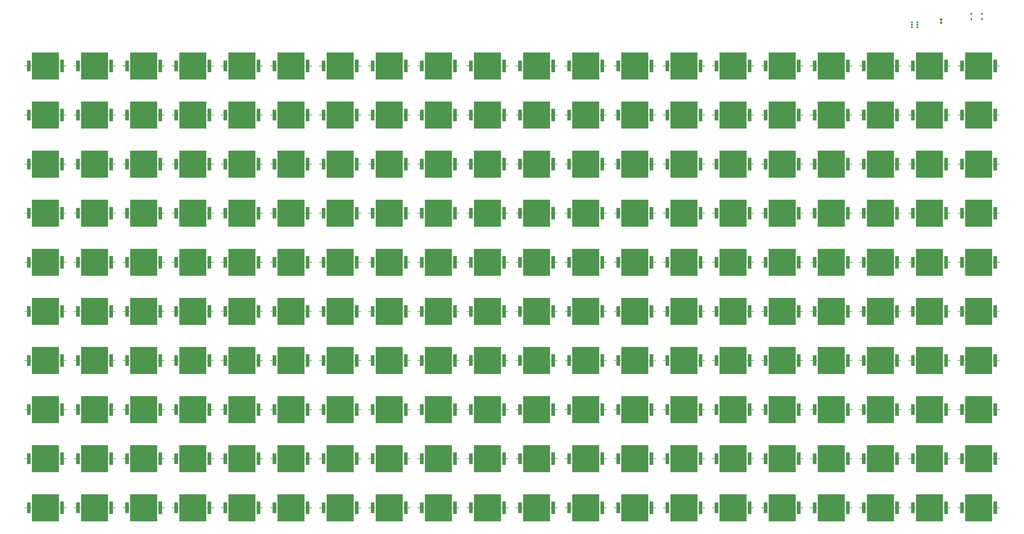
<source format=gts>
G04 Layer_Color=8388736*
%FSLAX25Y25*%
%MOIN*%
G70*
G01*
G75*
%ADD49R,0.03280X0.02217*%
%ADD50R,0.03162X0.02769*%
%ADD51O,0.04730X0.08270*%
%ADD52O,0.05120X0.07490*%
%ADD53R,0.07487X0.07487*%
%ADD54C,0.07487*%
%ADD55C,0.06299*%
G36*
X2185039Y665580D02*
Y636053D01*
Y630738D01*
X2173228D01*
Y636053D01*
Y649832D01*
X2171260D01*
Y651801D01*
X2173228D01*
Y665580D01*
Y670895D01*
X2185039D01*
Y665580D01*
D02*
G37*
G36*
X2342520D02*
Y636053D01*
Y630738D01*
X2330709D01*
Y636053D01*
Y649832D01*
X2328740D01*
Y651801D01*
X2330709D01*
Y665580D01*
Y670895D01*
X2342520D01*
Y665580D01*
D02*
G37*
G36*
X2500000D02*
Y636053D01*
Y630738D01*
X2488189D01*
Y636053D01*
Y649832D01*
X2486221D01*
Y651801D01*
X2488189D01*
Y665580D01*
Y670895D01*
X2500000D01*
Y665580D01*
D02*
G37*
G36*
X2027559D02*
Y636053D01*
Y630738D01*
X2015748D01*
Y636053D01*
Y649832D01*
X2013779D01*
Y651801D01*
X2015748D01*
Y665580D01*
Y670895D01*
X2027559D01*
Y665580D01*
D02*
G37*
G36*
X1555118D02*
Y636053D01*
Y630738D01*
X1543307D01*
Y636053D01*
Y649832D01*
X1541339D01*
Y651801D01*
X1543307D01*
Y665580D01*
Y670895D01*
X1555118D01*
Y665580D01*
D02*
G37*
G36*
X1712598D02*
Y636053D01*
Y630738D01*
X1700787D01*
Y636053D01*
Y649832D01*
X1698819D01*
Y651801D01*
X1700787D01*
Y665580D01*
Y670895D01*
X1712598D01*
Y665580D01*
D02*
G37*
G36*
X1870079D02*
Y636053D01*
Y630738D01*
X1858268D01*
Y636053D01*
Y649832D01*
X1856299D01*
Y651801D01*
X1858268D01*
Y665580D01*
Y670895D01*
X1870079D01*
Y665580D01*
D02*
G37*
G36*
X2657480D02*
Y636053D01*
Y630738D01*
X2645669D01*
Y636053D01*
Y649832D01*
X2643701D01*
Y651801D01*
X2645669D01*
Y665580D01*
Y670895D01*
X2657480D01*
Y665580D01*
D02*
G37*
G36*
X188976Y663612D02*
Y651801D01*
X190945D01*
Y649832D01*
X188976D01*
Y638021D01*
Y633691D01*
X177165Y633689D01*
Y638021D01*
Y663612D01*
Y667942D01*
X188976D01*
Y663612D01*
D02*
G37*
G36*
X346457D02*
Y651801D01*
X348425D01*
Y649832D01*
X346457D01*
Y638021D01*
Y633691D01*
X334646Y633689D01*
Y638021D01*
Y663612D01*
Y667942D01*
X346457D01*
Y663612D01*
D02*
G37*
G36*
X503937D02*
Y651801D01*
X505905D01*
Y649832D01*
X503937D01*
Y638021D01*
Y633691D01*
X492126Y633689D01*
Y638021D01*
Y663612D01*
Y667942D01*
X503937D01*
Y663612D01*
D02*
G37*
G36*
X31496D02*
Y651801D01*
X33465D01*
Y649832D01*
X31496D01*
Y638021D01*
Y633691D01*
X19685Y633689D01*
Y638021D01*
Y663612D01*
Y667942D01*
X31496D01*
Y663612D01*
D02*
G37*
G36*
X2814961Y665580D02*
Y636053D01*
Y630738D01*
X2803150D01*
Y636053D01*
Y649832D01*
X2801181D01*
Y651801D01*
X2803150D01*
Y665580D01*
Y670895D01*
X2814961D01*
Y665580D01*
D02*
G37*
G36*
X2972441D02*
Y636053D01*
Y630738D01*
X2960630D01*
Y636053D01*
Y649832D01*
X2958661D01*
Y651801D01*
X2960630D01*
Y665580D01*
Y670895D01*
X2972441D01*
Y665580D01*
D02*
G37*
G36*
X3129921D02*
Y636053D01*
Y630738D01*
X3118110D01*
Y636053D01*
Y649832D01*
X3116142D01*
Y651801D01*
X3118110D01*
Y665580D01*
Y670895D01*
X3129921D01*
Y665580D01*
D02*
G37*
G36*
X1397638D02*
Y636053D01*
Y630738D01*
X1385827D01*
Y636053D01*
Y649832D01*
X1383858D01*
Y651801D01*
X1385827D01*
Y665580D01*
Y670895D01*
X1397638D01*
Y665580D01*
D02*
G37*
G36*
X2799213Y607510D02*
X2712598D01*
Y694124D01*
X2799213D01*
Y607510D01*
D02*
G37*
G36*
X2956693D02*
X2870079D01*
Y694124D01*
X2956693D01*
Y607510D01*
D02*
G37*
G36*
X3114173D02*
X3027559D01*
Y694124D01*
X3114173D01*
Y607510D01*
D02*
G37*
G36*
X2641732D02*
X2555118D01*
Y694124D01*
X2641732D01*
Y607510D01*
D02*
G37*
G36*
X2169291D02*
X2082677D01*
Y694124D01*
X2169291D01*
Y607510D01*
D02*
G37*
G36*
X2326772D02*
X2240158D01*
Y694124D01*
X2326772D01*
Y607510D01*
D02*
G37*
G36*
X2484252D02*
X2397638D01*
Y694124D01*
X2484252D01*
Y607510D01*
D02*
G37*
G36*
X137795Y665580D02*
Y636053D01*
Y630738D01*
X125984D01*
Y636053D01*
Y649832D01*
X124016D01*
Y651801D01*
X125984D01*
Y665580D01*
Y670895D01*
X137795D01*
Y665580D01*
D02*
G37*
G36*
X925197D02*
Y636053D01*
Y630738D01*
X913386D01*
Y636053D01*
Y649832D01*
X911417D01*
Y651801D01*
X913386D01*
Y665580D01*
Y670895D01*
X925197D01*
Y665580D01*
D02*
G37*
G36*
X1082677D02*
Y636053D01*
Y630738D01*
X1070866D01*
Y636053D01*
Y649832D01*
X1068898D01*
Y651801D01*
X1070866D01*
Y665580D01*
Y670895D01*
X1082677D01*
Y665580D01*
D02*
G37*
G36*
X1240158D02*
Y636053D01*
Y630738D01*
X1228347D01*
Y636053D01*
Y649832D01*
X1226378D01*
Y651801D01*
X1228347D01*
Y665580D01*
Y670895D01*
X1240158D01*
Y665580D01*
D02*
G37*
G36*
X767717D02*
Y636053D01*
Y630738D01*
X755905D01*
Y636053D01*
Y649832D01*
X753937D01*
Y651801D01*
X755905D01*
Y665580D01*
Y670895D01*
X767717D01*
Y665580D01*
D02*
G37*
G36*
X295276D02*
Y636053D01*
Y630738D01*
X283465D01*
Y636053D01*
Y649832D01*
X281496D01*
Y651801D01*
X283465D01*
Y665580D01*
Y670895D01*
X295276D01*
Y665580D01*
D02*
G37*
G36*
X452756D02*
Y636053D01*
Y630738D01*
X440945D01*
Y636053D01*
Y649832D01*
X438976D01*
Y651801D01*
X440945D01*
Y665580D01*
Y670895D01*
X452756D01*
Y665580D01*
D02*
G37*
G36*
X610236D02*
Y636053D01*
Y630738D01*
X598425D01*
Y636053D01*
Y649832D01*
X596457D01*
Y651801D01*
X598425D01*
Y665580D01*
Y670895D01*
X610236D01*
Y665580D01*
D02*
G37*
G36*
X327532Y651772D02*
X327756Y651604D01*
X333071Y651604D01*
Y650029D01*
X327756D01*
X327532Y649861D01*
X326975Y649811D01*
X326475Y650061D01*
X326181Y650537D01*
Y650816D01*
Y650816D01*
Y651096D01*
X326475Y651572D01*
X326975Y651822D01*
X327532Y651772D01*
D02*
G37*
G36*
X460926Y651572D02*
X461221Y651096D01*
Y650816D01*
Y650537D01*
X460926Y650061D01*
X460426Y649811D01*
X459869Y649861D01*
X459646Y650029D01*
X454331D01*
Y651604D01*
X459646D01*
X459869Y651772D01*
X460426Y651822D01*
X460926Y651572D01*
D02*
G37*
G36*
X485012Y651772D02*
X485236Y651604D01*
X490551Y651604D01*
Y650029D01*
X485236D01*
X485012Y649861D01*
X484456Y649811D01*
X483955Y650061D01*
X483661Y650537D01*
Y650816D01*
Y650816D01*
Y651096D01*
X483955Y651572D01*
X484456Y651822D01*
X485012Y651772D01*
D02*
G37*
G36*
X303446Y651572D02*
X303740Y651096D01*
Y650816D01*
Y650537D01*
X303446Y650061D01*
X302946Y649811D01*
X302389Y649861D01*
X302165Y650029D01*
X296850D01*
Y651604D01*
X302165D01*
X302389Y651772D01*
X302946Y651822D01*
X303446Y651572D01*
D02*
G37*
G36*
X12572Y651772D02*
X12795Y651604D01*
X18110Y651604D01*
Y650029D01*
X12795D01*
X12572Y649861D01*
X12015Y649811D01*
X11514Y650061D01*
X11220Y650537D01*
Y650816D01*
Y650816D01*
Y651096D01*
X11514Y651572D01*
X12015Y651822D01*
X12572Y651772D01*
D02*
G37*
G36*
X145966Y651572D02*
X146260Y651096D01*
Y650816D01*
Y650537D01*
X145966Y650061D01*
X145466Y649811D01*
X144909Y649861D01*
X144685Y650029D01*
X139370D01*
Y651604D01*
X144685D01*
X144909Y651772D01*
X145466Y651822D01*
X145966Y651572D01*
D02*
G37*
G36*
X170052Y651772D02*
X170276Y651604D01*
X175591Y651604D01*
Y650029D01*
X170276D01*
X170052Y649861D01*
X169495Y649811D01*
X168995Y650061D01*
X168701Y650537D01*
Y650816D01*
Y650816D01*
Y651096D01*
X168995Y651572D01*
X169495Y651822D01*
X170052Y651772D01*
D02*
G37*
G36*
X618407Y651572D02*
X618701Y651096D01*
Y650816D01*
Y650537D01*
X618407Y650061D01*
X617907Y649811D01*
X617350Y649861D01*
X617126Y650029D01*
X611811D01*
Y651604D01*
X617126D01*
X617350Y651772D01*
X617907Y651822D01*
X618407Y651572D01*
D02*
G37*
G36*
X957454Y651772D02*
X957677Y651604D01*
X962992Y651604D01*
Y650029D01*
X957677D01*
X957454Y649861D01*
X956896Y649811D01*
X956396Y650061D01*
X956102Y650537D01*
Y650816D01*
Y650816D01*
Y651096D01*
X956396Y651572D01*
X956896Y651822D01*
X957454Y651772D01*
D02*
G37*
G36*
X1090848Y651572D02*
X1091142Y651096D01*
Y650816D01*
Y650537D01*
X1090848Y650061D01*
X1090348Y649811D01*
X1089791Y649861D01*
X1089567Y650029D01*
X1084252D01*
Y651604D01*
X1089567D01*
X1089791Y651772D01*
X1090348Y651822D01*
X1090848Y651572D01*
D02*
G37*
G36*
X1114934Y651772D02*
X1115158Y651604D01*
X1120473Y651604D01*
Y650029D01*
X1115158D01*
X1114934Y649861D01*
X1114377Y649811D01*
X1113877Y650061D01*
X1113583Y650537D01*
Y650816D01*
Y650816D01*
Y651096D01*
X1113877Y651572D01*
X1114377Y651822D01*
X1114934Y651772D01*
D02*
G37*
G36*
X933367Y651572D02*
X933661Y651096D01*
Y650816D01*
Y650537D01*
X933367Y650061D01*
X932867Y649811D01*
X932310Y649861D01*
X932087Y650029D01*
X926772D01*
Y651604D01*
X932087D01*
X932310Y651772D01*
X932867Y651822D01*
X933367Y651572D01*
D02*
G37*
G36*
X642493Y651772D02*
X642717Y651604D01*
X648032Y651604D01*
Y650029D01*
X642717D01*
X642493Y649861D01*
X641936Y649811D01*
X641436Y650061D01*
X641142Y650537D01*
Y650816D01*
Y650816D01*
Y651096D01*
X641436Y651572D01*
X641936Y651822D01*
X642493Y651772D01*
D02*
G37*
G36*
X775887Y651572D02*
X776181Y651096D01*
Y650816D01*
Y650537D01*
X775887Y650061D01*
X775387Y649811D01*
X774830Y649861D01*
X774606Y650029D01*
X769291D01*
Y651604D01*
X774606D01*
X774830Y651772D01*
X775387Y651822D01*
X775887Y651572D01*
D02*
G37*
G36*
X799973Y651772D02*
X800197Y651604D01*
X805512Y651604D01*
Y650029D01*
X800197D01*
X799973Y649861D01*
X799416Y649811D01*
X798916Y650061D01*
X798622Y650537D01*
Y650816D01*
Y650816D01*
Y651096D01*
X798916Y651572D01*
X799416Y651822D01*
X799973Y651772D01*
D02*
G37*
G36*
X3023622Y663612D02*
Y651801D01*
X3025591D01*
Y649832D01*
X3023622D01*
Y638021D01*
Y633691D01*
X3011811Y633689D01*
Y638021D01*
Y663612D01*
Y667942D01*
X3023622D01*
Y663612D01*
D02*
G37*
G36*
X1291339D02*
Y651801D01*
X1293307D01*
Y649832D01*
X1291339D01*
Y638021D01*
Y633691D01*
X1279528Y633689D01*
Y638021D01*
Y663612D01*
Y667942D01*
X1291339D01*
Y663612D01*
D02*
G37*
G36*
X1448819D02*
Y651801D01*
X1450787D01*
Y649832D01*
X1448819D01*
Y638021D01*
Y633691D01*
X1437008Y633689D01*
Y638021D01*
Y663612D01*
Y667942D01*
X1448819D01*
Y663612D01*
D02*
G37*
G36*
X1606299D02*
Y651801D01*
X1608268D01*
Y649832D01*
X1606299D01*
Y638021D01*
Y633691D01*
X1594488Y633689D01*
Y638021D01*
Y663612D01*
Y667942D01*
X1606299D01*
Y663612D01*
D02*
G37*
G36*
X1133858D02*
Y651801D01*
X1135827D01*
Y649832D01*
X1133858D01*
Y638021D01*
Y633691D01*
X1122047Y633689D01*
Y638021D01*
Y663612D01*
Y667942D01*
X1133858D01*
Y663612D01*
D02*
G37*
G36*
X661417D02*
Y651801D01*
X663386D01*
Y649832D01*
X661417D01*
Y638021D01*
Y633691D01*
X649606Y633689D01*
Y638021D01*
Y663612D01*
Y667942D01*
X661417D01*
Y663612D01*
D02*
G37*
G36*
X818898D02*
Y651801D01*
X820866D01*
Y649832D01*
X818898D01*
Y638021D01*
Y633691D01*
X807087Y633689D01*
Y638021D01*
Y663612D01*
Y667942D01*
X818898D01*
Y663612D01*
D02*
G37*
G36*
X976378D02*
Y651801D01*
X978347D01*
Y649832D01*
X976378D01*
Y638021D01*
Y633691D01*
X964567Y633689D01*
Y638021D01*
Y663612D01*
Y667942D01*
X976378D01*
Y663612D01*
D02*
G37*
G36*
X1763779D02*
Y651801D01*
X1765748D01*
Y649832D01*
X1763779D01*
Y638021D01*
Y633691D01*
X1751969Y633689D01*
Y638021D01*
Y663612D01*
Y667942D01*
X1763779D01*
Y663612D01*
D02*
G37*
G36*
X2551181D02*
Y651801D01*
X2553150D01*
Y649832D01*
X2551181D01*
Y638021D01*
Y633691D01*
X2539370Y633689D01*
Y638021D01*
Y663612D01*
Y667942D01*
X2551181D01*
Y663612D01*
D02*
G37*
G36*
X2708661D02*
Y651801D01*
X2710630D01*
Y649832D01*
X2708661D01*
Y638021D01*
Y633691D01*
X2696850Y633689D01*
Y638021D01*
Y663612D01*
Y667942D01*
X2708661D01*
Y663612D01*
D02*
G37*
G36*
X2866142D02*
Y651801D01*
X2868110D01*
Y649832D01*
X2866142D01*
Y638021D01*
Y633691D01*
X2854331Y633689D01*
Y638021D01*
Y663612D01*
Y667942D01*
X2866142D01*
Y663612D01*
D02*
G37*
G36*
X2393701D02*
Y651801D01*
X2395669D01*
Y649832D01*
X2393701D01*
Y638021D01*
Y633691D01*
X2381890Y633689D01*
Y638021D01*
Y663612D01*
Y667942D01*
X2393701D01*
Y663612D01*
D02*
G37*
G36*
X1921260D02*
Y651801D01*
X1923228D01*
Y649832D01*
X1921260D01*
Y638021D01*
Y633691D01*
X1909449Y633689D01*
Y638021D01*
Y663612D01*
Y667942D01*
X1921260D01*
Y663612D01*
D02*
G37*
G36*
X2078740D02*
Y651801D01*
X2080709D01*
Y649832D01*
X2078740D01*
Y638021D01*
Y633691D01*
X2066929Y633689D01*
Y638021D01*
Y663612D01*
Y667942D01*
X2078740D01*
Y663612D01*
D02*
G37*
G36*
X2236221D02*
Y651801D01*
X2238189D01*
Y649832D01*
X2236221D01*
Y638021D01*
Y633691D01*
X2224409Y633689D01*
Y638021D01*
Y663612D01*
Y667942D01*
X2236221D01*
Y663612D01*
D02*
G37*
G36*
X2011811Y607510D02*
X1925197D01*
Y694124D01*
X2011811D01*
Y607510D01*
D02*
G37*
G36*
X799973Y494291D02*
X800197Y494124D01*
X805512Y494124D01*
Y492549D01*
X800197D01*
X799973Y492381D01*
X799416Y492331D01*
X798916Y492581D01*
X798622Y493057D01*
Y493336D01*
Y493336D01*
Y493616D01*
X798916Y494092D01*
X799416Y494342D01*
X799973Y494291D01*
D02*
G37*
G36*
X933367Y494092D02*
X933661Y493616D01*
Y493336D01*
Y493057D01*
X933367Y492581D01*
X932867Y492331D01*
X932310Y492381D01*
X932087Y492549D01*
X926772D01*
Y494124D01*
X932087D01*
X932310Y494291D01*
X932867Y494342D01*
X933367Y494092D01*
D02*
G37*
G36*
X957454Y494291D02*
X957677Y494124D01*
X962992Y494124D01*
Y492549D01*
X957677D01*
X957454Y492381D01*
X956896Y492331D01*
X956396Y492581D01*
X956102Y493057D01*
Y493336D01*
Y493336D01*
Y493616D01*
X956396Y494092D01*
X956896Y494342D01*
X957454Y494291D01*
D02*
G37*
G36*
X775887Y494092D02*
X776181Y493616D01*
Y493336D01*
Y493057D01*
X775887Y492581D01*
X775387Y492331D01*
X774830Y492381D01*
X774606Y492549D01*
X769291D01*
Y494124D01*
X774606D01*
X774830Y494291D01*
X775387Y494342D01*
X775887Y494092D01*
D02*
G37*
G36*
X485012Y494291D02*
X485236Y494124D01*
X490551Y494124D01*
Y492549D01*
X485236D01*
X485012Y492381D01*
X484456Y492331D01*
X483955Y492581D01*
X483661Y493057D01*
Y493336D01*
Y493336D01*
Y493616D01*
X483955Y494092D01*
X484456Y494342D01*
X485012Y494291D01*
D02*
G37*
G36*
X618407Y494092D02*
X618701Y493616D01*
Y493336D01*
Y493057D01*
X618407Y492581D01*
X617907Y492331D01*
X617350Y492381D01*
X617126Y492549D01*
X611811D01*
Y494124D01*
X617126D01*
X617350Y494291D01*
X617907Y494342D01*
X618407Y494092D01*
D02*
G37*
G36*
X642493Y494291D02*
X642717Y494124D01*
X648032Y494124D01*
Y492549D01*
X642717D01*
X642493Y492381D01*
X641936Y492331D01*
X641436Y492581D01*
X641142Y493057D01*
Y493336D01*
Y493336D01*
Y493616D01*
X641436Y494092D01*
X641936Y494342D01*
X642493Y494291D01*
D02*
G37*
G36*
X1090848Y494092D02*
X1091142Y493616D01*
Y493336D01*
Y493057D01*
X1090848Y492581D01*
X1090348Y492331D01*
X1089791Y492381D01*
X1089567Y492549D01*
X1084252D01*
Y494124D01*
X1089567D01*
X1089791Y494291D01*
X1090348Y494342D01*
X1090848Y494092D01*
D02*
G37*
G36*
X1429894Y494291D02*
X1430118Y494124D01*
X1435433Y494124D01*
Y492549D01*
X1430118D01*
X1429894Y492381D01*
X1429338Y492331D01*
X1428837Y492581D01*
X1428543Y493057D01*
Y493336D01*
Y493336D01*
Y493616D01*
X1428837Y494092D01*
X1429338Y494342D01*
X1429894Y494291D01*
D02*
G37*
G36*
X1563289Y494092D02*
X1563583Y493616D01*
Y493336D01*
Y493057D01*
X1563289Y492581D01*
X1562788Y492331D01*
X1562232Y492381D01*
X1562008Y492549D01*
X1556693D01*
Y494124D01*
X1562008D01*
X1562232Y494291D01*
X1562788Y494342D01*
X1563289Y494092D01*
D02*
G37*
G36*
X1587375Y494291D02*
X1587598Y494124D01*
X1592913Y494124D01*
Y492549D01*
X1587598D01*
X1587375Y492381D01*
X1586818Y492331D01*
X1586318Y492581D01*
X1586024Y493057D01*
Y493336D01*
Y493336D01*
Y493616D01*
X1586318Y494092D01*
X1586818Y494342D01*
X1587375Y494291D01*
D02*
G37*
G36*
X1405808Y494092D02*
X1406102Y493616D01*
Y493336D01*
Y493057D01*
X1405808Y492581D01*
X1405308Y492331D01*
X1404751Y492381D01*
X1404527Y492549D01*
X1399213D01*
Y494124D01*
X1404528D01*
X1404751Y494291D01*
X1405308Y494342D01*
X1405808Y494092D01*
D02*
G37*
G36*
X1114934Y494291D02*
X1115158Y494124D01*
X1120473Y494124D01*
Y492549D01*
X1115158D01*
X1114934Y492381D01*
X1114377Y492331D01*
X1113877Y492581D01*
X1113583Y493057D01*
Y493336D01*
Y493336D01*
Y493616D01*
X1113877Y494092D01*
X1114377Y494342D01*
X1114934Y494291D01*
D02*
G37*
G36*
X1248328Y494092D02*
X1248622Y493616D01*
Y493336D01*
Y493057D01*
X1248328Y492581D01*
X1247828Y492331D01*
X1247271Y492381D01*
X1247047Y492549D01*
X1241732D01*
Y494124D01*
X1247047D01*
X1247271Y494291D01*
X1247828Y494342D01*
X1248328Y494092D01*
D02*
G37*
G36*
X1272414Y494291D02*
X1272638Y494124D01*
X1277953Y494124D01*
Y492549D01*
X1272638D01*
X1272414Y492381D01*
X1271857Y492331D01*
X1271357Y492581D01*
X1271063Y493057D01*
Y493336D01*
Y493336D01*
Y493616D01*
X1271357Y494092D01*
X1271857Y494342D01*
X1272414Y494291D01*
D02*
G37*
G36*
X460926Y494092D02*
X461221Y493616D01*
Y493336D01*
Y493057D01*
X460926Y492581D01*
X460426Y492331D01*
X459869Y492381D01*
X459646Y492549D01*
X454331D01*
Y494124D01*
X459646D01*
X459869Y494291D01*
X460426Y494342D01*
X460926Y494092D01*
D02*
G37*
G36*
X2236221Y506132D02*
Y494320D01*
X2238189D01*
Y492352D01*
X2236221D01*
Y480541D01*
Y476210D01*
X2224409Y476209D01*
Y480541D01*
Y506132D01*
Y510462D01*
X2236221D01*
Y506132D01*
D02*
G37*
G36*
X2393701D02*
Y494320D01*
X2395669D01*
Y492352D01*
X2393701D01*
Y480541D01*
Y476210D01*
X2381890Y476209D01*
Y480541D01*
Y506132D01*
Y510462D01*
X2393701D01*
Y506132D01*
D02*
G37*
G36*
X2551181D02*
Y494320D01*
X2553150D01*
Y492352D01*
X2551181D01*
Y480541D01*
Y476210D01*
X2539370Y476209D01*
Y480541D01*
Y506132D01*
Y510462D01*
X2551181D01*
Y506132D01*
D02*
G37*
G36*
X2078740D02*
Y494320D01*
X2080709D01*
Y492352D01*
X2078740D01*
Y480541D01*
Y476210D01*
X2066929Y476209D01*
Y480541D01*
Y506132D01*
Y510462D01*
X2078740D01*
Y506132D01*
D02*
G37*
G36*
X1606299D02*
Y494320D01*
X1608268D01*
Y492352D01*
X1606299D01*
Y480541D01*
Y476210D01*
X1594488Y476209D01*
Y480541D01*
Y506132D01*
Y510462D01*
X1606299D01*
Y506132D01*
D02*
G37*
G36*
X1763779D02*
Y494320D01*
X1765748D01*
Y492352D01*
X1763779D01*
Y480541D01*
Y476210D01*
X1751969Y476209D01*
Y480541D01*
Y506132D01*
Y510462D01*
X1763779D01*
Y506132D01*
D02*
G37*
G36*
X1921260D02*
Y494320D01*
X1923228D01*
Y492352D01*
X1921260D01*
Y480541D01*
Y476210D01*
X1909449Y476209D01*
Y480541D01*
Y506132D01*
Y510462D01*
X1921260D01*
Y506132D01*
D02*
G37*
G36*
X2708661D02*
Y494320D01*
X2710630D01*
Y492352D01*
X2708661D01*
Y480541D01*
Y476210D01*
X2696850Y476209D01*
Y480541D01*
Y506132D01*
Y510462D01*
X2708661D01*
Y506132D01*
D02*
G37*
G36*
X170052Y494291D02*
X170276Y494124D01*
X175591Y494124D01*
Y492549D01*
X170276D01*
X170052Y492381D01*
X169495Y492331D01*
X168995Y492581D01*
X168701Y493057D01*
Y493336D01*
Y493336D01*
Y493616D01*
X168995Y494092D01*
X169495Y494342D01*
X170052Y494291D01*
D02*
G37*
G36*
X303446Y494092D02*
X303740Y493616D01*
Y493336D01*
Y493057D01*
X303446Y492581D01*
X302946Y492331D01*
X302389Y492381D01*
X302165Y492549D01*
X296850D01*
Y494124D01*
X302165D01*
X302389Y494291D01*
X302946Y494342D01*
X303446Y494092D01*
D02*
G37*
G36*
X327532Y494291D02*
X327756Y494124D01*
X333071Y494124D01*
Y492549D01*
X327756D01*
X327532Y492381D01*
X326975Y492331D01*
X326475Y492581D01*
X326181Y493057D01*
Y493336D01*
Y493336D01*
Y493616D01*
X326475Y494092D01*
X326975Y494342D01*
X327532Y494291D01*
D02*
G37*
G36*
X145966Y494092D02*
X146260Y493616D01*
Y493336D01*
Y493057D01*
X145966Y492581D01*
X145466Y492331D01*
X144909Y492381D01*
X144685Y492549D01*
X139370D01*
Y494124D01*
X144685D01*
X144909Y494291D01*
X145466Y494342D01*
X145966Y494092D01*
D02*
G37*
G36*
X2866142Y506132D02*
Y494320D01*
X2868110D01*
Y492352D01*
X2866142D01*
Y480541D01*
Y476210D01*
X2854331Y476209D01*
Y480541D01*
Y506132D01*
Y510462D01*
X2866142D01*
Y506132D01*
D02*
G37*
G36*
X3023622D02*
Y494320D01*
X3025591D01*
Y492352D01*
X3023622D01*
Y480541D01*
Y476210D01*
X3011811Y476209D01*
Y480541D01*
Y506132D01*
Y510462D01*
X3023622D01*
Y506132D01*
D02*
G37*
G36*
X12572Y494291D02*
X12795Y494124D01*
X18110Y494124D01*
Y492549D01*
X12795D01*
X12572Y492381D01*
X12015Y492331D01*
X11514Y492581D01*
X11220Y493057D01*
Y493336D01*
Y493336D01*
Y493616D01*
X11514Y494092D01*
X12015Y494342D01*
X12572Y494291D01*
D02*
G37*
G36*
X279528Y607510D02*
X192913D01*
Y694124D01*
X279528D01*
Y607510D01*
D02*
G37*
G36*
X437008D02*
X350394D01*
Y694124D01*
X437008D01*
Y607510D01*
D02*
G37*
G36*
X594488D02*
X507874D01*
Y694124D01*
X594488D01*
Y607510D01*
D02*
G37*
G36*
X122047D02*
X35433D01*
Y694124D01*
X122047D01*
Y607510D01*
D02*
G37*
G36*
X2980611Y494092D02*
X2980906Y493616D01*
Y493336D01*
Y493057D01*
X2980611Y492581D01*
X2980111Y492331D01*
X2979554Y492381D01*
X2979331Y492549D01*
X2974016D01*
Y494124D01*
X2979331D01*
X2979554Y494291D01*
X2980111Y494342D01*
X2980611Y494092D01*
D02*
G37*
G36*
X3004698Y494291D02*
X3004921Y494124D01*
X3010236Y494124D01*
Y492549D01*
X3004921D01*
X3004698Y492381D01*
X3004141Y492331D01*
X3003641Y492581D01*
X3003346Y493057D01*
Y493336D01*
Y493336D01*
Y493616D01*
X3003641Y494092D01*
X3004141Y494342D01*
X3004698Y494291D01*
D02*
G37*
G36*
X3138092Y494092D02*
X3138386Y493616D01*
Y493336D01*
Y493057D01*
X3138092Y492581D01*
X3137592Y492331D01*
X3137035Y492381D01*
X3136811Y492549D01*
X3131496D01*
Y494124D01*
X3136811D01*
X3137035Y494291D01*
X3137592Y494342D01*
X3138092Y494092D01*
D02*
G37*
G36*
X751968Y607510D02*
X665354D01*
Y694124D01*
X751968D01*
Y607510D01*
D02*
G37*
G36*
X1539370D02*
X1452756D01*
Y694124D01*
X1539370D01*
Y607510D01*
D02*
G37*
G36*
X1696850D02*
X1610236D01*
Y694124D01*
X1696850D01*
Y607510D01*
D02*
G37*
G36*
X1854331D02*
X1767716D01*
Y694124D01*
X1854331D01*
Y607510D01*
D02*
G37*
G36*
X1381890D02*
X1295276D01*
Y694124D01*
X1381890D01*
Y607510D01*
D02*
G37*
G36*
X909449D02*
X822835D01*
Y694124D01*
X909449D01*
Y607510D01*
D02*
G37*
G36*
X1066929D02*
X980315D01*
Y694124D01*
X1066929D01*
Y607510D01*
D02*
G37*
G36*
X1224409D02*
X1137795D01*
Y694124D01*
X1224409D01*
Y607510D01*
D02*
G37*
G36*
X2847217Y494291D02*
X2847441Y494124D01*
X2852756Y494124D01*
Y492549D01*
X2847441D01*
X2847217Y492381D01*
X2846660Y492331D01*
X2846160Y492581D01*
X2845866Y493057D01*
Y493336D01*
Y493336D01*
Y493616D01*
X2846160Y494092D01*
X2846660Y494342D01*
X2847217Y494291D01*
D02*
G37*
G36*
X2035730Y494092D02*
X2036024Y493616D01*
Y493336D01*
Y493057D01*
X2035730Y492581D01*
X2035229Y492331D01*
X2034673Y492381D01*
X2034449Y492549D01*
X2029134D01*
Y494124D01*
X2034449D01*
X2034673Y494291D01*
X2035229Y494342D01*
X2035730Y494092D01*
D02*
G37*
G36*
X2059816Y494291D02*
X2060039Y494124D01*
X2065354Y494124D01*
Y492549D01*
X2060039D01*
X2059816Y492381D01*
X2059259Y492331D01*
X2058759Y492581D01*
X2058465Y493057D01*
Y493336D01*
Y493336D01*
Y493616D01*
X2058759Y494092D01*
X2059259Y494342D01*
X2059816Y494291D01*
D02*
G37*
G36*
X2193210Y494092D02*
X2193504Y493616D01*
Y493336D01*
Y493057D01*
X2193210Y492581D01*
X2192710Y492331D01*
X2192153Y492381D01*
X2191929Y492549D01*
X2186614D01*
Y494124D01*
X2191929D01*
X2192153Y494291D01*
X2192710Y494342D01*
X2193210Y494092D01*
D02*
G37*
G36*
X1902335Y494291D02*
X1902559Y494124D01*
X1907874Y494124D01*
Y492549D01*
X1902559D01*
X1902335Y492381D01*
X1901778Y492331D01*
X1901278Y492581D01*
X1900984Y493057D01*
Y493336D01*
Y493336D01*
Y493616D01*
X1901278Y494092D01*
X1901778Y494342D01*
X1902335Y494291D01*
D02*
G37*
G36*
X1720769Y494092D02*
X1721063Y493616D01*
Y493336D01*
Y493057D01*
X1720769Y492581D01*
X1720269Y492331D01*
X1719712Y492381D01*
X1719488Y492549D01*
X1714173D01*
Y494124D01*
X1719488D01*
X1719712Y494291D01*
X1720269Y494342D01*
X1720769Y494092D01*
D02*
G37*
G36*
X1744855Y494291D02*
X1745079Y494124D01*
X1750394Y494124D01*
Y492549D01*
X1745079D01*
X1744855Y492381D01*
X1744298Y492331D01*
X1743798Y492581D01*
X1743504Y493057D01*
Y493336D01*
Y493336D01*
Y493616D01*
X1743798Y494092D01*
X1744298Y494342D01*
X1744855Y494291D01*
D02*
G37*
G36*
X1878249Y494092D02*
X1878543Y493616D01*
Y493336D01*
Y493057D01*
X1878249Y492581D01*
X1877749Y492331D01*
X1877192Y492381D01*
X1876969Y492549D01*
X1871654D01*
Y494124D01*
X1876969D01*
X1877192Y494291D01*
X1877749Y494342D01*
X1878249Y494092D01*
D02*
G37*
G36*
X2217296Y494291D02*
X2217520Y494124D01*
X2222835Y494124D01*
Y492549D01*
X2217520D01*
X2217296Y492381D01*
X2216739Y492331D01*
X2216239Y492581D01*
X2215945Y493057D01*
Y493336D01*
Y493336D01*
Y493616D01*
X2216239Y494092D01*
X2216739Y494342D01*
X2217296Y494291D01*
D02*
G37*
G36*
X2665651Y494092D02*
X2665945Y493616D01*
Y493336D01*
Y493057D01*
X2665651Y492581D01*
X2665151Y492331D01*
X2664594Y492381D01*
X2664370Y492549D01*
X2659055D01*
Y494124D01*
X2664370D01*
X2664594Y494291D01*
X2665151Y494342D01*
X2665651Y494092D01*
D02*
G37*
G36*
X2689737Y494291D02*
X2689961Y494124D01*
X2695276Y494124D01*
Y492549D01*
X2689961D01*
X2689737Y492381D01*
X2689180Y492331D01*
X2688680Y492581D01*
X2688386Y493057D01*
Y493336D01*
Y493336D01*
Y493616D01*
X2688680Y494092D01*
X2689180Y494342D01*
X2689737Y494291D01*
D02*
G37*
G36*
X2823131Y494092D02*
X2823425Y493616D01*
Y493336D01*
Y493057D01*
X2823131Y492581D01*
X2822631Y492331D01*
X2822074Y492381D01*
X2821850Y492549D01*
X2816535D01*
Y494124D01*
X2821850D01*
X2822074Y494291D01*
X2822631Y494342D01*
X2823131Y494092D01*
D02*
G37*
G36*
X2532257Y494291D02*
X2532480Y494124D01*
X2537795Y494124D01*
Y492549D01*
X2532480D01*
X2532257Y492381D01*
X2531700Y492331D01*
X2531199Y492581D01*
X2530906Y493057D01*
Y493336D01*
Y493336D01*
Y493616D01*
X2531199Y494092D01*
X2531700Y494342D01*
X2532257Y494291D01*
D02*
G37*
G36*
X2350690Y494092D02*
X2350984Y493616D01*
Y493336D01*
Y493057D01*
X2350690Y492581D01*
X2350190Y492331D01*
X2349633Y492381D01*
X2349409Y492549D01*
X2344094D01*
Y494124D01*
X2349409D01*
X2349633Y494291D01*
X2350190Y494342D01*
X2350690Y494092D01*
D02*
G37*
G36*
X2374776Y494291D02*
X2375000Y494124D01*
X2380315Y494124D01*
Y492549D01*
X2375000D01*
X2374776Y492381D01*
X2374219Y492331D01*
X2373719Y492581D01*
X2373425Y493057D01*
Y493336D01*
Y493336D01*
Y493616D01*
X2373719Y494092D01*
X2374219Y494342D01*
X2374776Y494291D01*
D02*
G37*
G36*
X2508171Y494092D02*
X2508465Y493616D01*
Y493336D01*
Y493057D01*
X2508171Y492581D01*
X2507670Y492331D01*
X2507113Y492381D01*
X2506890Y492549D01*
X2501575D01*
Y494124D01*
X2506890D01*
X2507113Y494291D01*
X2507670Y494342D01*
X2508171Y494092D01*
D02*
G37*
G36*
X2866142Y821092D02*
Y809281D01*
X2868110D01*
Y807313D01*
X2866142D01*
Y795502D01*
Y791171D01*
X2854331Y791169D01*
Y795502D01*
Y821092D01*
Y825423D01*
X2866142D01*
Y821092D01*
D02*
G37*
G36*
X3023622D02*
Y809281D01*
X3025591D01*
Y807313D01*
X3023622D01*
Y795502D01*
Y791171D01*
X3011811Y791169D01*
Y795502D01*
Y821092D01*
Y825423D01*
X3023622D01*
Y821092D01*
D02*
G37*
G36*
X12572Y809252D02*
X12795Y809084D01*
X18110Y809084D01*
Y807510D01*
X12795D01*
X12572Y807342D01*
X12015Y807292D01*
X11514Y807542D01*
X11220Y808017D01*
Y808297D01*
Y808297D01*
Y808576D01*
X11514Y809052D01*
X12015Y809302D01*
X12572Y809252D01*
D02*
G37*
G36*
X2708661Y821092D02*
Y809281D01*
X2710630D01*
Y807313D01*
X2708661D01*
Y795502D01*
Y791171D01*
X2696850Y791169D01*
Y795502D01*
Y821092D01*
Y825423D01*
X2708661D01*
Y821092D01*
D02*
G37*
G36*
X2236221D02*
Y809281D01*
X2238189D01*
Y807313D01*
X2236221D01*
Y795502D01*
Y791171D01*
X2224409Y791169D01*
Y795502D01*
Y821092D01*
Y825423D01*
X2236221D01*
Y821092D01*
D02*
G37*
G36*
X2393701D02*
Y809281D01*
X2395669D01*
Y807313D01*
X2393701D01*
Y795502D01*
Y791171D01*
X2381890Y791169D01*
Y795502D01*
Y821092D01*
Y825423D01*
X2393701D01*
Y821092D01*
D02*
G37*
G36*
X2551181D02*
Y809281D01*
X2553150D01*
Y807313D01*
X2551181D01*
Y795502D01*
Y791171D01*
X2539370Y791169D01*
Y795502D01*
Y821092D01*
Y825423D01*
X2551181D01*
Y821092D01*
D02*
G37*
G36*
X145966Y809052D02*
X146260Y808576D01*
Y808297D01*
Y808017D01*
X145966Y807542D01*
X145466Y807292D01*
X144909Y807342D01*
X144685Y807510D01*
X139370D01*
Y809084D01*
X144685D01*
X144909Y809252D01*
X145466Y809302D01*
X145966Y809052D01*
D02*
G37*
G36*
X485012Y809252D02*
X485236Y809084D01*
X490551Y809084D01*
Y807510D01*
X485236D01*
X485012Y807342D01*
X484456Y807292D01*
X483955Y807542D01*
X483661Y808017D01*
Y808297D01*
Y808297D01*
Y808576D01*
X483955Y809052D01*
X484456Y809302D01*
X485012Y809252D01*
D02*
G37*
G36*
X618407Y809052D02*
X618701Y808576D01*
Y808297D01*
Y808017D01*
X618407Y807542D01*
X617907Y807292D01*
X617350Y807342D01*
X617126Y807510D01*
X611811D01*
Y809084D01*
X617126D01*
X617350Y809252D01*
X617907Y809302D01*
X618407Y809052D01*
D02*
G37*
G36*
X642493Y809252D02*
X642717Y809084D01*
X648032Y809084D01*
Y807510D01*
X642717D01*
X642493Y807342D01*
X641936Y807292D01*
X641436Y807542D01*
X641142Y808017D01*
Y808297D01*
Y808297D01*
Y808576D01*
X641436Y809052D01*
X641936Y809302D01*
X642493Y809252D01*
D02*
G37*
G36*
X460926Y809052D02*
X461221Y808576D01*
Y808297D01*
Y808017D01*
X460926Y807542D01*
X460426Y807292D01*
X459869Y807342D01*
X459646Y807510D01*
X454331D01*
Y809084D01*
X459646D01*
X459869Y809252D01*
X460426Y809302D01*
X460926Y809052D01*
D02*
G37*
G36*
X170052Y809252D02*
X170276Y809084D01*
X175591Y809084D01*
Y807510D01*
X170276D01*
X170052Y807342D01*
X169495Y807292D01*
X168995Y807542D01*
X168701Y808017D01*
Y808297D01*
Y808297D01*
Y808576D01*
X168995Y809052D01*
X169495Y809302D01*
X170052Y809252D01*
D02*
G37*
G36*
X303446Y809052D02*
X303740Y808576D01*
Y808297D01*
Y808017D01*
X303446Y807542D01*
X302946Y807292D01*
X302389Y807342D01*
X302165Y807510D01*
X296850D01*
Y809084D01*
X302165D01*
X302389Y809252D01*
X302946Y809302D01*
X303446Y809052D01*
D02*
G37*
G36*
X327532Y809252D02*
X327756Y809084D01*
X333071Y809084D01*
Y807510D01*
X327756D01*
X327532Y807342D01*
X326975Y807292D01*
X326475Y807542D01*
X326181Y808017D01*
Y808297D01*
Y808297D01*
Y808576D01*
X326475Y809052D01*
X326975Y809302D01*
X327532Y809252D01*
D02*
G37*
G36*
X2078740Y821092D02*
Y809281D01*
X2080709D01*
Y807313D01*
X2078740D01*
Y795502D01*
Y791171D01*
X2066929Y791169D01*
Y795502D01*
Y821092D01*
Y825423D01*
X2078740D01*
Y821092D01*
D02*
G37*
G36*
X346457D02*
Y809281D01*
X348425D01*
Y807313D01*
X346457D01*
Y795502D01*
Y791171D01*
X334646Y791169D01*
Y795502D01*
Y821092D01*
Y825423D01*
X346457D01*
Y821092D01*
D02*
G37*
G36*
X503937D02*
Y809281D01*
X505905D01*
Y807313D01*
X503937D01*
Y795502D01*
Y791171D01*
X492126Y791169D01*
Y795502D01*
Y821092D01*
Y825423D01*
X503937D01*
Y821092D01*
D02*
G37*
G36*
X661417D02*
Y809281D01*
X663386D01*
Y807313D01*
X661417D01*
Y795502D01*
Y791171D01*
X649606Y791169D01*
Y795502D01*
Y821092D01*
Y825423D01*
X661417D01*
Y821092D01*
D02*
G37*
G36*
X188976D02*
Y809281D01*
X190945D01*
Y807313D01*
X188976D01*
Y795502D01*
Y791171D01*
X177165Y791169D01*
Y795502D01*
Y821092D01*
Y825423D01*
X188976D01*
Y821092D01*
D02*
G37*
G36*
X2972441Y823061D02*
Y793533D01*
Y788218D01*
X2960630D01*
Y793533D01*
Y807313D01*
X2958661D01*
Y809281D01*
X2960630D01*
Y823061D01*
Y828376D01*
X2972441D01*
Y823061D01*
D02*
G37*
G36*
X3129921D02*
Y793533D01*
Y788218D01*
X3118110D01*
Y793533D01*
Y807313D01*
X3116142D01*
Y809281D01*
X3118110D01*
Y823061D01*
Y828376D01*
X3129921D01*
Y823061D01*
D02*
G37*
G36*
X31496Y821092D02*
Y809281D01*
X33465D01*
Y807313D01*
X31496D01*
Y795502D01*
Y791171D01*
X19685Y791169D01*
Y795502D01*
Y821092D01*
Y825423D01*
X31496D01*
Y821092D01*
D02*
G37*
G36*
X818898D02*
Y809281D01*
X820866D01*
Y807313D01*
X818898D01*
Y795502D01*
Y791171D01*
X807087Y791169D01*
Y795502D01*
Y821092D01*
Y825423D01*
X818898D01*
Y821092D01*
D02*
G37*
G36*
X1606299D02*
Y809281D01*
X1608268D01*
Y807313D01*
X1606299D01*
Y795502D01*
Y791171D01*
X1594488Y791169D01*
Y795502D01*
Y821092D01*
Y825423D01*
X1606299D01*
Y821092D01*
D02*
G37*
G36*
X1763779D02*
Y809281D01*
X1765748D01*
Y807313D01*
X1763779D01*
Y795502D01*
Y791171D01*
X1751969Y791169D01*
Y795502D01*
Y821092D01*
Y825423D01*
X1763779D01*
Y821092D01*
D02*
G37*
G36*
X1921260D02*
Y809281D01*
X1923228D01*
Y807313D01*
X1921260D01*
Y795502D01*
Y791171D01*
X1909449Y791169D01*
Y795502D01*
Y821092D01*
Y825423D01*
X1921260D01*
Y821092D01*
D02*
G37*
G36*
X1448819D02*
Y809281D01*
X1450787D01*
Y807313D01*
X1448819D01*
Y795502D01*
Y791171D01*
X1437008Y791169D01*
Y795502D01*
Y821092D01*
Y825423D01*
X1448819D01*
Y821092D01*
D02*
G37*
G36*
X976378D02*
Y809281D01*
X978347D01*
Y807313D01*
X976378D01*
Y795502D01*
Y791171D01*
X964567Y791169D01*
Y795502D01*
Y821092D01*
Y825423D01*
X976378D01*
Y821092D01*
D02*
G37*
G36*
X1133858D02*
Y809281D01*
X1135827D01*
Y807313D01*
X1133858D01*
Y795502D01*
Y791171D01*
X1122047Y791169D01*
Y795502D01*
Y821092D01*
Y825423D01*
X1133858D01*
Y821092D01*
D02*
G37*
G36*
X1291339D02*
Y809281D01*
X1293307D01*
Y807313D01*
X1291339D01*
Y795502D01*
Y791171D01*
X1279528Y791169D01*
Y795502D01*
Y821092D01*
Y825423D01*
X1291339D01*
Y821092D01*
D02*
G37*
G36*
X2350690Y809052D02*
X2350984Y808576D01*
Y808297D01*
Y808017D01*
X2350690Y807542D01*
X2350190Y807292D01*
X2349633Y807342D01*
X2349409Y807510D01*
X2344094D01*
Y809084D01*
X2349409D01*
X2349633Y809252D01*
X2350190Y809302D01*
X2350690Y809052D01*
D02*
G37*
G36*
X2374776Y809252D02*
X2375000Y809084D01*
X2380315Y809084D01*
Y807510D01*
X2375000D01*
X2374776Y807342D01*
X2374219Y807292D01*
X2373719Y807542D01*
X2373425Y808017D01*
Y808297D01*
Y808297D01*
Y808576D01*
X2373719Y809052D01*
X2374219Y809302D01*
X2374776Y809252D01*
D02*
G37*
G36*
X2508171Y809052D02*
X2508465Y808576D01*
Y808297D01*
Y808017D01*
X2508171Y807542D01*
X2507670Y807292D01*
X2507113Y807342D01*
X2506890Y807510D01*
X2501575D01*
Y809084D01*
X2506890D01*
X2507113Y809252D01*
X2507670Y809302D01*
X2508171Y809052D01*
D02*
G37*
G36*
X2217296Y809252D02*
X2217520Y809084D01*
X2222835Y809084D01*
Y807510D01*
X2217520D01*
X2217296Y807342D01*
X2216739Y807292D01*
X2216239Y807542D01*
X2215945Y808017D01*
Y808297D01*
Y808297D01*
Y808576D01*
X2216239Y809052D01*
X2216739Y809302D01*
X2217296Y809252D01*
D02*
G37*
G36*
X2035730Y809052D02*
X2036024Y808576D01*
Y808297D01*
Y808017D01*
X2035730Y807542D01*
X2035229Y807292D01*
X2034673Y807342D01*
X2034449Y807510D01*
X2029134D01*
Y809084D01*
X2034449D01*
X2034673Y809252D01*
X2035229Y809302D01*
X2035730Y809052D01*
D02*
G37*
G36*
X2059816Y809252D02*
X2060039Y809084D01*
X2065354Y809084D01*
Y807510D01*
X2060039D01*
X2059816Y807342D01*
X2059259Y807292D01*
X2058759Y807542D01*
X2058465Y808017D01*
Y808297D01*
Y808297D01*
Y808576D01*
X2058759Y809052D01*
X2059259Y809302D01*
X2059816Y809252D01*
D02*
G37*
G36*
X2193210Y809052D02*
X2193504Y808576D01*
Y808297D01*
Y808017D01*
X2193210Y807542D01*
X2192710Y807292D01*
X2192153Y807342D01*
X2191929Y807510D01*
X2186614D01*
Y809084D01*
X2191929D01*
X2192153Y809252D01*
X2192710Y809302D01*
X2193210Y809052D01*
D02*
G37*
G36*
X2532257Y809252D02*
X2532480Y809084D01*
X2537795Y809084D01*
Y807510D01*
X2532480D01*
X2532257Y807342D01*
X2531700Y807292D01*
X2531199Y807542D01*
X2530906Y808017D01*
Y808297D01*
Y808297D01*
Y808576D01*
X2531199Y809052D01*
X2531700Y809302D01*
X2532257Y809252D01*
D02*
G37*
G36*
X2980611Y809052D02*
X2980906Y808576D01*
Y808297D01*
Y808017D01*
X2980611Y807542D01*
X2980111Y807292D01*
X2979554Y807342D01*
X2979331Y807510D01*
X2974016D01*
Y809084D01*
X2979331D01*
X2979554Y809252D01*
X2980111Y809302D01*
X2980611Y809052D01*
D02*
G37*
G36*
X3004698Y809252D02*
X3004921Y809084D01*
X3010236Y809084D01*
Y807510D01*
X3004921D01*
X3004698Y807342D01*
X3004141Y807292D01*
X3003641Y807542D01*
X3003346Y808017D01*
Y808297D01*
Y808297D01*
Y808576D01*
X3003641Y809052D01*
X3004141Y809302D01*
X3004698Y809252D01*
D02*
G37*
G36*
X3138092Y809052D02*
X3138386Y808576D01*
Y808297D01*
Y808017D01*
X3138092Y807542D01*
X3137592Y807292D01*
X3137035Y807342D01*
X3136811Y807510D01*
X3131496D01*
Y809084D01*
X3136811D01*
X3137035Y809252D01*
X3137592Y809302D01*
X3138092Y809052D01*
D02*
G37*
G36*
X2847217Y809252D02*
X2847441Y809084D01*
X2852756Y809084D01*
Y807510D01*
X2847441D01*
X2847217Y807342D01*
X2846660Y807292D01*
X2846160Y807542D01*
X2845866Y808017D01*
Y808297D01*
Y808297D01*
Y808576D01*
X2846160Y809052D01*
X2846660Y809302D01*
X2847217Y809252D01*
D02*
G37*
G36*
X2665651Y809052D02*
X2665945Y808576D01*
Y808297D01*
Y808017D01*
X2665651Y807542D01*
X2665151Y807292D01*
X2664594Y807342D01*
X2664370Y807510D01*
X2659055D01*
Y809084D01*
X2664370D01*
X2664594Y809252D01*
X2665151Y809302D01*
X2665651Y809052D01*
D02*
G37*
G36*
X2689737Y809252D02*
X2689961Y809084D01*
X2695276Y809084D01*
Y807510D01*
X2689961D01*
X2689737Y807342D01*
X2689180Y807292D01*
X2688680Y807542D01*
X2688386Y808017D01*
Y808297D01*
Y808297D01*
Y808576D01*
X2688680Y809052D01*
X2689180Y809302D01*
X2689737Y809252D01*
D02*
G37*
G36*
X2823131Y809052D02*
X2823425Y808576D01*
Y808297D01*
Y808017D01*
X2823131Y807542D01*
X2822631Y807292D01*
X2822074Y807342D01*
X2821850Y807510D01*
X2816535D01*
Y809084D01*
X2821850D01*
X2822074Y809252D01*
X2822631Y809302D01*
X2823131Y809052D01*
D02*
G37*
G36*
X1902335Y809252D02*
X1902559Y809084D01*
X1907874Y809084D01*
Y807510D01*
X1902559D01*
X1902335Y807342D01*
X1901778Y807292D01*
X1901278Y807542D01*
X1900984Y808017D01*
Y808297D01*
Y808297D01*
Y808576D01*
X1901278Y809052D01*
X1901778Y809302D01*
X1902335Y809252D01*
D02*
G37*
G36*
X1090848Y809052D02*
X1091142Y808576D01*
Y808297D01*
Y808017D01*
X1090848Y807542D01*
X1090348Y807292D01*
X1089791Y807342D01*
X1089567Y807510D01*
X1084252D01*
Y809084D01*
X1089567D01*
X1089791Y809252D01*
X1090348Y809302D01*
X1090848Y809052D01*
D02*
G37*
G36*
X1114934Y809252D02*
X1115158Y809084D01*
X1120473Y809084D01*
Y807510D01*
X1115158D01*
X1114934Y807342D01*
X1114377Y807292D01*
X1113877Y807542D01*
X1113583Y808017D01*
Y808297D01*
Y808297D01*
Y808576D01*
X1113877Y809052D01*
X1114377Y809302D01*
X1114934Y809252D01*
D02*
G37*
G36*
X1248328Y809052D02*
X1248622Y808576D01*
Y808297D01*
Y808017D01*
X1248328Y807542D01*
X1247828Y807292D01*
X1247271Y807342D01*
X1247047Y807510D01*
X1241732D01*
Y809084D01*
X1247047D01*
X1247271Y809252D01*
X1247828Y809302D01*
X1248328Y809052D01*
D02*
G37*
G36*
X957454Y809252D02*
X957677Y809084D01*
X962992Y809084D01*
Y807510D01*
X957677D01*
X957454Y807342D01*
X956896Y807292D01*
X956396Y807542D01*
X956102Y808017D01*
Y808297D01*
Y808297D01*
Y808576D01*
X956396Y809052D01*
X956896Y809302D01*
X957454Y809252D01*
D02*
G37*
G36*
X775887Y809052D02*
X776181Y808576D01*
Y808297D01*
Y808017D01*
X775887Y807542D01*
X775387Y807292D01*
X774830Y807342D01*
X774606Y807510D01*
X769291D01*
Y809084D01*
X774606D01*
X774830Y809252D01*
X775387Y809302D01*
X775887Y809052D01*
D02*
G37*
G36*
X799973Y809252D02*
X800197Y809084D01*
X805512Y809084D01*
Y807510D01*
X800197D01*
X799973Y807342D01*
X799416Y807292D01*
X798916Y807542D01*
X798622Y808017D01*
Y808297D01*
Y808297D01*
Y808576D01*
X798916Y809052D01*
X799416Y809302D01*
X799973Y809252D01*
D02*
G37*
G36*
X933367Y809052D02*
X933661Y808576D01*
Y808297D01*
Y808017D01*
X933367Y807542D01*
X932867Y807292D01*
X932310Y807342D01*
X932087Y807510D01*
X926772D01*
Y809084D01*
X932087D01*
X932310Y809252D01*
X932867Y809302D01*
X933367Y809052D01*
D02*
G37*
G36*
X1272414Y809252D02*
X1272638Y809084D01*
X1277953Y809084D01*
Y807510D01*
X1272638D01*
X1272414Y807342D01*
X1271857Y807292D01*
X1271357Y807542D01*
X1271063Y808017D01*
Y808297D01*
Y808297D01*
Y808576D01*
X1271357Y809052D01*
X1271857Y809302D01*
X1272414Y809252D01*
D02*
G37*
G36*
X1720769Y809052D02*
X1721063Y808576D01*
Y808297D01*
Y808017D01*
X1720769Y807542D01*
X1720269Y807292D01*
X1719712Y807342D01*
X1719488Y807510D01*
X1714173D01*
Y809084D01*
X1719488D01*
X1719712Y809252D01*
X1720269Y809302D01*
X1720769Y809052D01*
D02*
G37*
G36*
X1744855Y809252D02*
X1745079Y809084D01*
X1750394Y809084D01*
Y807510D01*
X1745079D01*
X1744855Y807342D01*
X1744298Y807292D01*
X1743798Y807542D01*
X1743504Y808017D01*
Y808297D01*
Y808297D01*
Y808576D01*
X1743798Y809052D01*
X1744298Y809302D01*
X1744855Y809252D01*
D02*
G37*
G36*
X1878249Y809052D02*
X1878543Y808576D01*
Y808297D01*
Y808017D01*
X1878249Y807542D01*
X1877749Y807292D01*
X1877192Y807342D01*
X1876969Y807510D01*
X1871654D01*
Y809084D01*
X1876969D01*
X1877192Y809252D01*
X1877749Y809302D01*
X1878249Y809052D01*
D02*
G37*
G36*
X1587375Y809252D02*
X1587598Y809084D01*
X1592913Y809084D01*
Y807510D01*
X1587598D01*
X1587375Y807342D01*
X1586818Y807292D01*
X1586318Y807542D01*
X1586024Y808017D01*
Y808297D01*
Y808297D01*
Y808576D01*
X1586318Y809052D01*
X1586818Y809302D01*
X1587375Y809252D01*
D02*
G37*
G36*
X1405808Y809052D02*
X1406102Y808576D01*
Y808297D01*
Y808017D01*
X1405808Y807542D01*
X1405308Y807292D01*
X1404751Y807342D01*
X1404527Y807510D01*
X1399213D01*
Y809084D01*
X1404528D01*
X1404751Y809252D01*
X1405308Y809302D01*
X1405808Y809052D01*
D02*
G37*
G36*
X1429894Y809252D02*
X1430118Y809084D01*
X1435433Y809084D01*
Y807510D01*
X1430118D01*
X1429894Y807342D01*
X1429338Y807292D01*
X1428837Y807542D01*
X1428543Y808017D01*
Y808297D01*
Y808297D01*
Y808576D01*
X1428837Y809052D01*
X1429338Y809302D01*
X1429894Y809252D01*
D02*
G37*
G36*
X1563289Y809052D02*
X1563583Y808576D01*
Y808297D01*
Y808017D01*
X1563289Y807542D01*
X1562788Y807292D01*
X1562232Y807342D01*
X1562008Y807510D01*
X1556693D01*
Y809084D01*
X1562008D01*
X1562232Y809252D01*
X1562788Y809302D01*
X1563289Y809052D01*
D02*
G37*
G36*
X2814961Y823061D02*
Y793533D01*
Y788218D01*
X2803150D01*
Y793533D01*
Y807313D01*
X2801181D01*
Y809281D01*
X2803150D01*
Y823061D01*
Y828376D01*
X2814961D01*
Y823061D01*
D02*
G37*
G36*
X2823131Y651572D02*
X2823425Y651096D01*
Y650816D01*
Y650537D01*
X2823131Y650061D01*
X2822631Y649811D01*
X2822074Y649861D01*
X2821850Y650029D01*
X2816535D01*
Y651604D01*
X2821850D01*
X2822074Y651772D01*
X2822631Y651822D01*
X2823131Y651572D01*
D02*
G37*
G36*
X2847217Y651772D02*
X2847441Y651604D01*
X2852756Y651604D01*
Y650029D01*
X2847441D01*
X2847217Y649861D01*
X2846660Y649811D01*
X2846160Y650061D01*
X2845866Y650537D01*
Y650816D01*
Y650816D01*
Y651096D01*
X2846160Y651572D01*
X2846660Y651822D01*
X2847217Y651772D01*
D02*
G37*
G36*
X2980611Y651572D02*
X2980906Y651096D01*
Y650816D01*
Y650537D01*
X2980611Y650061D01*
X2980111Y649811D01*
X2979554Y649861D01*
X2979331Y650029D01*
X2974016D01*
Y651604D01*
X2979331D01*
X2979554Y651772D01*
X2980111Y651822D01*
X2980611Y651572D01*
D02*
G37*
G36*
X2689737Y651772D02*
X2689961Y651604D01*
X2695276Y651604D01*
Y650029D01*
X2689961D01*
X2689737Y649861D01*
X2689180Y649811D01*
X2688680Y650061D01*
X2688386Y650537D01*
Y650816D01*
Y650816D01*
Y651096D01*
X2688680Y651572D01*
X2689180Y651822D01*
X2689737Y651772D01*
D02*
G37*
G36*
X2508171Y651572D02*
X2508465Y651096D01*
Y650816D01*
Y650537D01*
X2508171Y650061D01*
X2507670Y649811D01*
X2507113Y649861D01*
X2506890Y650029D01*
X2501575D01*
Y651604D01*
X2506890D01*
X2507113Y651772D01*
X2507670Y651822D01*
X2508171Y651572D01*
D02*
G37*
G36*
X2532257Y651772D02*
X2532480Y651604D01*
X2537795Y651604D01*
Y650029D01*
X2532480D01*
X2532257Y649861D01*
X2531700Y649811D01*
X2531199Y650061D01*
X2530906Y650537D01*
Y650816D01*
Y650816D01*
Y651096D01*
X2531199Y651572D01*
X2531700Y651822D01*
X2532257Y651772D01*
D02*
G37*
G36*
X2665651Y651572D02*
X2665945Y651096D01*
Y650816D01*
Y650537D01*
X2665651Y650061D01*
X2665151Y649811D01*
X2664594Y649861D01*
X2664370Y650029D01*
X2659055D01*
Y651604D01*
X2664370D01*
X2664594Y651772D01*
X2665151Y651822D01*
X2665651Y651572D01*
D02*
G37*
G36*
X3004698Y651772D02*
X3004921Y651604D01*
X3010236Y651604D01*
Y650029D01*
X3004921D01*
X3004698Y649861D01*
X3004141Y649811D01*
X3003641Y650061D01*
X3003346Y650537D01*
Y650816D01*
Y650816D01*
Y651096D01*
X3003641Y651572D01*
X3004141Y651822D01*
X3004698Y651772D01*
D02*
G37*
G36*
X594488Y764990D02*
X507874D01*
Y851604D01*
X594488D01*
Y764990D01*
D02*
G37*
G36*
X751968D02*
X665354D01*
Y851604D01*
X751968D01*
Y764990D01*
D02*
G37*
G36*
X909449D02*
X822835D01*
Y851604D01*
X909449D01*
Y764990D01*
D02*
G37*
G36*
X437008D02*
X350394D01*
Y851604D01*
X437008D01*
Y764990D01*
D02*
G37*
G36*
X3138092Y651572D02*
X3138386Y651096D01*
Y650816D01*
Y650537D01*
X3138092Y650061D01*
X3137592Y649811D01*
X3137035Y649861D01*
X3136811Y650029D01*
X3131496D01*
Y651604D01*
X3136811D01*
X3137035Y651772D01*
X3137592Y651822D01*
X3138092Y651572D01*
D02*
G37*
G36*
X122047Y764990D02*
X35433D01*
Y851604D01*
X122047D01*
Y764990D01*
D02*
G37*
G36*
X279528D02*
X192913D01*
Y851604D01*
X279528D01*
Y764990D01*
D02*
G37*
G36*
X2374776Y651772D02*
X2375000Y651604D01*
X2380315Y651604D01*
Y650029D01*
X2375000D01*
X2374776Y649861D01*
X2374219Y649811D01*
X2373719Y650061D01*
X2373425Y650537D01*
Y650816D01*
Y650816D01*
Y651096D01*
X2373719Y651572D01*
X2374219Y651822D01*
X2374776Y651772D01*
D02*
G37*
G36*
X1563289Y651572D02*
X1563583Y651096D01*
Y650816D01*
Y650537D01*
X1563289Y650061D01*
X1562788Y649811D01*
X1562232Y649861D01*
X1562008Y650029D01*
X1556693D01*
Y651604D01*
X1562008D01*
X1562232Y651772D01*
X1562788Y651822D01*
X1563289Y651572D01*
D02*
G37*
G36*
X1587375Y651772D02*
X1587598Y651604D01*
X1592913Y651604D01*
Y650029D01*
X1587598D01*
X1587375Y649861D01*
X1586818Y649811D01*
X1586318Y650061D01*
X1586024Y650537D01*
Y650816D01*
Y650816D01*
Y651096D01*
X1586318Y651572D01*
X1586818Y651822D01*
X1587375Y651772D01*
D02*
G37*
G36*
X1720769Y651572D02*
X1721063Y651096D01*
Y650816D01*
Y650537D01*
X1720769Y650061D01*
X1720269Y649811D01*
X1719712Y649861D01*
X1719488Y650029D01*
X1714173D01*
Y651604D01*
X1719488D01*
X1719712Y651772D01*
X1720269Y651822D01*
X1720769Y651572D01*
D02*
G37*
G36*
X1429894Y651772D02*
X1430118Y651604D01*
X1435433Y651604D01*
Y650029D01*
X1430118D01*
X1429894Y649861D01*
X1429338Y649811D01*
X1428837Y650061D01*
X1428543Y650537D01*
Y650816D01*
Y650816D01*
Y651096D01*
X1428837Y651572D01*
X1429338Y651822D01*
X1429894Y651772D01*
D02*
G37*
G36*
X1248328Y651572D02*
X1248622Y651096D01*
Y650816D01*
Y650537D01*
X1248328Y650061D01*
X1247828Y649811D01*
X1247271Y649861D01*
X1247047Y650029D01*
X1241732D01*
Y651604D01*
X1247047D01*
X1247271Y651772D01*
X1247828Y651822D01*
X1248328Y651572D01*
D02*
G37*
G36*
X1272414Y651772D02*
X1272638Y651604D01*
X1277953Y651604D01*
Y650029D01*
X1272638D01*
X1272414Y649861D01*
X1271857Y649811D01*
X1271357Y650061D01*
X1271063Y650537D01*
Y650816D01*
Y650816D01*
Y651096D01*
X1271357Y651572D01*
X1271857Y651822D01*
X1272414Y651772D01*
D02*
G37*
G36*
X1405808Y651572D02*
X1406102Y651096D01*
Y650816D01*
Y650537D01*
X1405808Y650061D01*
X1405308Y649811D01*
X1404751Y649861D01*
X1404527Y650029D01*
X1399213D01*
Y651604D01*
X1404528D01*
X1404751Y651772D01*
X1405308Y651822D01*
X1405808Y651572D01*
D02*
G37*
G36*
X1744855Y651772D02*
X1745079Y651604D01*
X1750394Y651604D01*
Y650029D01*
X1745079D01*
X1744855Y649861D01*
X1744298Y649811D01*
X1743798Y650061D01*
X1743504Y650537D01*
Y650816D01*
Y650816D01*
Y651096D01*
X1743798Y651572D01*
X1744298Y651822D01*
X1744855Y651772D01*
D02*
G37*
G36*
X2193210Y651572D02*
X2193504Y651096D01*
Y650816D01*
Y650537D01*
X2193210Y650061D01*
X2192710Y649811D01*
X2192153Y649861D01*
X2191929Y650029D01*
X2186614D01*
Y651604D01*
X2191929D01*
X2192153Y651772D01*
X2192710Y651822D01*
X2193210Y651572D01*
D02*
G37*
G36*
X2217296Y651772D02*
X2217520Y651604D01*
X2222835Y651604D01*
Y650029D01*
X2217520D01*
X2217296Y649861D01*
X2216739Y649811D01*
X2216239Y650061D01*
X2215945Y650537D01*
Y650816D01*
Y650816D01*
Y651096D01*
X2216239Y651572D01*
X2216739Y651822D01*
X2217296Y651772D01*
D02*
G37*
G36*
X2350690Y651572D02*
X2350984Y651096D01*
Y650816D01*
Y650537D01*
X2350690Y650061D01*
X2350190Y649811D01*
X2349633Y649861D01*
X2349409Y650029D01*
X2344094D01*
Y651604D01*
X2349409D01*
X2349633Y651772D01*
X2350190Y651822D01*
X2350690Y651572D01*
D02*
G37*
G36*
X2059816Y651772D02*
X2060039Y651604D01*
X2065354Y651604D01*
Y650029D01*
X2060039D01*
X2059816Y649861D01*
X2059259Y649811D01*
X2058759Y650061D01*
X2058465Y650537D01*
Y650816D01*
Y650816D01*
Y651096D01*
X2058759Y651572D01*
X2059259Y651822D01*
X2059816Y651772D01*
D02*
G37*
G36*
X1878249Y651572D02*
X1878543Y651096D01*
Y650816D01*
Y650537D01*
X1878249Y650061D01*
X1877749Y649811D01*
X1877192Y649861D01*
X1876969Y650029D01*
X1871654D01*
Y651604D01*
X1876969D01*
X1877192Y651772D01*
X1877749Y651822D01*
X1878249Y651572D01*
D02*
G37*
G36*
X1902335Y651772D02*
X1902559Y651604D01*
X1907874Y651604D01*
Y650029D01*
X1902559D01*
X1902335Y649861D01*
X1901778Y649811D01*
X1901278Y650061D01*
X1900984Y650537D01*
Y650816D01*
Y650816D01*
Y651096D01*
X1901278Y651572D01*
X1901778Y651822D01*
X1902335Y651772D01*
D02*
G37*
G36*
X2035730Y651572D02*
X2036024Y651096D01*
Y650816D01*
Y650537D01*
X2035730Y650061D01*
X2035229Y649811D01*
X2034673Y649861D01*
X2034449Y650029D01*
X2029134D01*
Y651604D01*
X2034449D01*
X2034673Y651772D01*
X2035229Y651822D01*
X2035730Y651572D01*
D02*
G37*
G36*
X1082677Y823061D02*
Y793533D01*
Y788218D01*
X1070866D01*
Y793533D01*
Y807313D01*
X1068898D01*
Y809281D01*
X1070866D01*
Y823061D01*
Y828376D01*
X1082677D01*
Y823061D01*
D02*
G37*
G36*
X1240158D02*
Y793533D01*
Y788218D01*
X1228347D01*
Y793533D01*
Y807313D01*
X1226378D01*
Y809281D01*
X1228347D01*
Y823061D01*
Y828376D01*
X1240158D01*
Y823061D01*
D02*
G37*
G36*
X1397638D02*
Y793533D01*
Y788218D01*
X1385827D01*
Y793533D01*
Y807313D01*
X1383858D01*
Y809281D01*
X1385827D01*
Y823061D01*
Y828376D01*
X1397638D01*
Y823061D01*
D02*
G37*
G36*
X925197D02*
Y793533D01*
Y788218D01*
X913386D01*
Y793533D01*
Y807313D01*
X911417D01*
Y809281D01*
X913386D01*
Y823061D01*
Y828376D01*
X925197D01*
Y823061D01*
D02*
G37*
G36*
X452756D02*
Y793533D01*
Y788218D01*
X440945D01*
Y793533D01*
Y807313D01*
X438976D01*
Y809281D01*
X440945D01*
Y823061D01*
Y828376D01*
X452756D01*
Y823061D01*
D02*
G37*
G36*
X610236D02*
Y793533D01*
Y788218D01*
X598425D01*
Y793533D01*
Y807313D01*
X596457D01*
Y809281D01*
X598425D01*
Y823061D01*
Y828376D01*
X610236D01*
Y823061D01*
D02*
G37*
G36*
X767717D02*
Y793533D01*
Y788218D01*
X755905D01*
Y793533D01*
Y807313D01*
X753937D01*
Y809281D01*
X755905D01*
Y823061D01*
Y828376D01*
X767717D01*
Y823061D01*
D02*
G37*
G36*
X1555118D02*
Y793533D01*
Y788218D01*
X1543307D01*
Y793533D01*
Y807313D01*
X1541339D01*
Y809281D01*
X1543307D01*
Y823061D01*
Y828376D01*
X1555118D01*
Y823061D01*
D02*
G37*
G36*
X2342520D02*
Y793533D01*
Y788218D01*
X2330709D01*
Y793533D01*
Y807313D01*
X2328740D01*
Y809281D01*
X2330709D01*
Y823061D01*
Y828376D01*
X2342520D01*
Y823061D01*
D02*
G37*
G36*
X2500000D02*
Y793533D01*
Y788218D01*
X2488189D01*
Y793533D01*
Y807313D01*
X2486221D01*
Y809281D01*
X2488189D01*
Y823061D01*
Y828376D01*
X2500000D01*
Y823061D01*
D02*
G37*
G36*
X2657480D02*
Y793533D01*
Y788218D01*
X2645669D01*
Y793533D01*
Y807313D01*
X2643701D01*
Y809281D01*
X2645669D01*
Y823061D01*
Y828376D01*
X2657480D01*
Y823061D01*
D02*
G37*
G36*
X2185039D02*
Y793533D01*
Y788218D01*
X2173228D01*
Y793533D01*
Y807313D01*
X2171260D01*
Y809281D01*
X2173228D01*
Y823061D01*
Y828376D01*
X2185039D01*
Y823061D01*
D02*
G37*
G36*
X1712598D02*
Y793533D01*
Y788218D01*
X1700787D01*
Y793533D01*
Y807313D01*
X1698819D01*
Y809281D01*
X1700787D01*
Y823061D01*
Y828376D01*
X1712598D01*
Y823061D01*
D02*
G37*
G36*
X1870079D02*
Y793533D01*
Y788218D01*
X1858268D01*
Y793533D01*
Y807313D01*
X1856299D01*
Y809281D01*
X1858268D01*
Y823061D01*
Y828376D01*
X1870079D01*
Y823061D01*
D02*
G37*
G36*
X2027559D02*
Y793533D01*
Y788218D01*
X2015748D01*
Y793533D01*
Y807313D01*
X2013779D01*
Y809281D01*
X2015748D01*
Y823061D01*
Y828376D01*
X2027559D01*
Y823061D01*
D02*
G37*
G36*
X295276D02*
Y793533D01*
Y788218D01*
X283465D01*
Y793533D01*
Y807313D01*
X281496D01*
Y809281D01*
X283465D01*
Y823061D01*
Y828376D01*
X295276D01*
Y823061D01*
D02*
G37*
G36*
X1696850Y764990D02*
X1610236D01*
Y851604D01*
X1696850D01*
Y764990D01*
D02*
G37*
G36*
X1854331D02*
X1767716D01*
Y851604D01*
X1854331D01*
Y764990D01*
D02*
G37*
G36*
X2011811D02*
X1925197D01*
Y851604D01*
X2011811D01*
Y764990D01*
D02*
G37*
G36*
X1539370D02*
X1452756D01*
Y851604D01*
X1539370D01*
Y764990D01*
D02*
G37*
G36*
X1066929D02*
X980315D01*
Y851604D01*
X1066929D01*
Y764990D01*
D02*
G37*
G36*
X1224409D02*
X1137795D01*
Y851604D01*
X1224409D01*
Y764990D01*
D02*
G37*
G36*
X1381890D02*
X1295276D01*
Y851604D01*
X1381890D01*
Y764990D01*
D02*
G37*
G36*
X2169291D02*
X2082677D01*
Y851604D01*
X2169291D01*
Y764990D01*
D02*
G37*
G36*
X2956693D02*
X2870079D01*
Y851604D01*
X2956693D01*
Y764990D01*
D02*
G37*
G36*
X3114173D02*
X3027559D01*
Y851604D01*
X3114173D01*
Y764990D01*
D02*
G37*
G36*
X137795Y823061D02*
Y793533D01*
Y788218D01*
X125984D01*
Y793533D01*
Y807313D01*
X124016D01*
Y809281D01*
X125984D01*
Y823061D01*
Y828376D01*
X137795D01*
Y823061D01*
D02*
G37*
G36*
X2799213Y764990D02*
X2712598D01*
Y851604D01*
X2799213D01*
Y764990D01*
D02*
G37*
G36*
X2326772D02*
X2240158D01*
Y851604D01*
X2326772D01*
Y764990D01*
D02*
G37*
G36*
X2484252D02*
X2397638D01*
Y851604D01*
X2484252D01*
Y764990D01*
D02*
G37*
G36*
X2641732D02*
X2555118D01*
Y851604D01*
X2641732D01*
Y764990D01*
D02*
G37*
G36*
X1878249Y179131D02*
X1878543Y178655D01*
Y178376D01*
Y178096D01*
X1878249Y177620D01*
X1877749Y177370D01*
X1877192Y177420D01*
X1876969Y177588D01*
X1871654D01*
Y179163D01*
X1876969D01*
X1877192Y179331D01*
X1877749Y179381D01*
X1878249Y179131D01*
D02*
G37*
G36*
X1902335Y179331D02*
X1902559Y179163D01*
X1907874Y179163D01*
Y177588D01*
X1902559D01*
X1902335Y177420D01*
X1901778Y177370D01*
X1901278Y177620D01*
X1900984Y178096D01*
Y178376D01*
Y178376D01*
Y178655D01*
X1901278Y179131D01*
X1901778Y179381D01*
X1902335Y179331D01*
D02*
G37*
G36*
X2035730Y179131D02*
X2036024Y178655D01*
Y178376D01*
Y178096D01*
X2035730Y177620D01*
X2035229Y177370D01*
X2034673Y177420D01*
X2034449Y177588D01*
X2029134D01*
Y179163D01*
X2034449D01*
X2034673Y179331D01*
X2035229Y179381D01*
X2035730Y179131D01*
D02*
G37*
G36*
X1744855Y179331D02*
X1745079Y179163D01*
X1750394Y179163D01*
Y177588D01*
X1745079D01*
X1744855Y177420D01*
X1744298Y177370D01*
X1743798Y177620D01*
X1743504Y178096D01*
Y178376D01*
Y178376D01*
Y178655D01*
X1743798Y179131D01*
X1744298Y179381D01*
X1744855Y179331D01*
D02*
G37*
G36*
X1563289Y179131D02*
X1563583Y178655D01*
Y178376D01*
Y178096D01*
X1563289Y177620D01*
X1562788Y177370D01*
X1562232Y177420D01*
X1562008Y177588D01*
X1556693D01*
Y179163D01*
X1562008D01*
X1562232Y179331D01*
X1562788Y179381D01*
X1563289Y179131D01*
D02*
G37*
G36*
X1587375Y179331D02*
X1587598Y179163D01*
X1592913Y179163D01*
Y177588D01*
X1587598D01*
X1587375Y177420D01*
X1586818Y177370D01*
X1586318Y177620D01*
X1586024Y178096D01*
Y178376D01*
Y178376D01*
Y178655D01*
X1586318Y179131D01*
X1586818Y179381D01*
X1587375Y179331D01*
D02*
G37*
G36*
X1720769Y179131D02*
X1721063Y178655D01*
Y178376D01*
Y178096D01*
X1720769Y177620D01*
X1720269Y177370D01*
X1719712Y177420D01*
X1719488Y177588D01*
X1714173D01*
Y179163D01*
X1719488D01*
X1719712Y179331D01*
X1720269Y179381D01*
X1720769Y179131D01*
D02*
G37*
G36*
X2059816Y179331D02*
X2060039Y179163D01*
X2065354Y179163D01*
Y177588D01*
X2060039D01*
X2059816Y177420D01*
X2059259Y177370D01*
X2058759Y177620D01*
X2058465Y178096D01*
Y178376D01*
Y178376D01*
Y178655D01*
X2058759Y179131D01*
X2059259Y179381D01*
X2059816Y179331D01*
D02*
G37*
G36*
X2508171Y179131D02*
X2508465Y178655D01*
Y178376D01*
Y178096D01*
X2508171Y177620D01*
X2507670Y177370D01*
X2507113Y177420D01*
X2506890Y177588D01*
X2501575D01*
Y179163D01*
X2506890D01*
X2507113Y179331D01*
X2507670Y179381D01*
X2508171Y179131D01*
D02*
G37*
G36*
X2532257Y179331D02*
X2532480Y179163D01*
X2537795Y179163D01*
Y177588D01*
X2532480D01*
X2532257Y177420D01*
X2531700Y177370D01*
X2531199Y177620D01*
X2530906Y178096D01*
Y178376D01*
Y178376D01*
Y178655D01*
X2531199Y179131D01*
X2531700Y179381D01*
X2532257Y179331D01*
D02*
G37*
G36*
X2665651Y179131D02*
X2665945Y178655D01*
Y178376D01*
Y178096D01*
X2665651Y177620D01*
X2665151Y177370D01*
X2664594Y177420D01*
X2664370Y177588D01*
X2659055D01*
Y179163D01*
X2664370D01*
X2664594Y179331D01*
X2665151Y179381D01*
X2665651Y179131D01*
D02*
G37*
G36*
X2374776Y179331D02*
X2375000Y179163D01*
X2380315Y179163D01*
Y177588D01*
X2375000D01*
X2374776Y177420D01*
X2374219Y177370D01*
X2373719Y177620D01*
X2373425Y178096D01*
Y178376D01*
Y178376D01*
Y178655D01*
X2373719Y179131D01*
X2374219Y179381D01*
X2374776Y179331D01*
D02*
G37*
G36*
X2193210Y179131D02*
X2193504Y178655D01*
Y178376D01*
Y178096D01*
X2193210Y177620D01*
X2192710Y177370D01*
X2192153Y177420D01*
X2191929Y177588D01*
X2186614D01*
Y179163D01*
X2191929D01*
X2192153Y179331D01*
X2192710Y179381D01*
X2193210Y179131D01*
D02*
G37*
G36*
X2217296Y179331D02*
X2217520Y179163D01*
X2222835Y179163D01*
Y177588D01*
X2217520D01*
X2217296Y177420D01*
X2216739Y177370D01*
X2216239Y177620D01*
X2215945Y178096D01*
Y178376D01*
Y178376D01*
Y178655D01*
X2216239Y179131D01*
X2216739Y179381D01*
X2217296Y179331D01*
D02*
G37*
G36*
X2350690Y179131D02*
X2350984Y178655D01*
Y178376D01*
Y178096D01*
X2350690Y177620D01*
X2350190Y177370D01*
X2349633Y177420D01*
X2349409Y177588D01*
X2344094D01*
Y179163D01*
X2349409D01*
X2349633Y179331D01*
X2350190Y179381D01*
X2350690Y179131D01*
D02*
G37*
G36*
X1429894Y179331D02*
X1430118Y179163D01*
X1435433Y179163D01*
Y177588D01*
X1430118D01*
X1429894Y177420D01*
X1429338Y177370D01*
X1428837Y177620D01*
X1428543Y178096D01*
Y178376D01*
Y178376D01*
Y178655D01*
X1428837Y179131D01*
X1429338Y179381D01*
X1429894Y179331D01*
D02*
G37*
G36*
X618407Y179131D02*
X618701Y178655D01*
Y178376D01*
Y178096D01*
X618407Y177620D01*
X617907Y177370D01*
X617350Y177420D01*
X617126Y177588D01*
X611811D01*
Y179163D01*
X617126D01*
X617350Y179331D01*
X617907Y179381D01*
X618407Y179131D01*
D02*
G37*
G36*
X642493Y179331D02*
X642717Y179163D01*
X648032Y179163D01*
Y177588D01*
X642717D01*
X642493Y177420D01*
X641936Y177370D01*
X641436Y177620D01*
X641142Y178096D01*
Y178376D01*
Y178376D01*
Y178655D01*
X641436Y179131D01*
X641936Y179381D01*
X642493Y179331D01*
D02*
G37*
G36*
X775887Y179131D02*
X776181Y178655D01*
Y178376D01*
Y178096D01*
X775887Y177620D01*
X775387Y177370D01*
X774830Y177420D01*
X774606Y177588D01*
X769291D01*
Y179163D01*
X774606D01*
X774830Y179331D01*
X775387Y179381D01*
X775887Y179131D01*
D02*
G37*
G36*
X485012Y179331D02*
X485236Y179163D01*
X490551Y179163D01*
Y177588D01*
X485236D01*
X485012Y177420D01*
X484456Y177370D01*
X483955Y177620D01*
X483661Y178096D01*
Y178376D01*
Y178376D01*
Y178655D01*
X483955Y179131D01*
X484456Y179381D01*
X485012Y179331D01*
D02*
G37*
G36*
X303446Y179131D02*
X303740Y178655D01*
Y178376D01*
Y178096D01*
X303446Y177620D01*
X302946Y177370D01*
X302389Y177420D01*
X302165Y177588D01*
X296850D01*
Y179163D01*
X302165D01*
X302389Y179331D01*
X302946Y179381D01*
X303446Y179131D01*
D02*
G37*
G36*
X327532Y179331D02*
X327756Y179163D01*
X333071Y179163D01*
Y177588D01*
X327756D01*
X327532Y177420D01*
X326975Y177370D01*
X326475Y177620D01*
X326181Y178096D01*
Y178376D01*
Y178376D01*
Y178655D01*
X326475Y179131D01*
X326975Y179381D01*
X327532Y179331D01*
D02*
G37*
G36*
X460926Y179131D02*
X461221Y178655D01*
Y178376D01*
Y178096D01*
X460926Y177620D01*
X460426Y177370D01*
X459869Y177420D01*
X459646Y177588D01*
X454331D01*
Y179163D01*
X459646D01*
X459869Y179331D01*
X460426Y179381D01*
X460926Y179131D01*
D02*
G37*
G36*
X799973Y179331D02*
X800197Y179163D01*
X805512Y179163D01*
Y177588D01*
X800197D01*
X799973Y177420D01*
X799416Y177370D01*
X798916Y177620D01*
X798622Y178096D01*
Y178376D01*
Y178376D01*
Y178655D01*
X798916Y179131D01*
X799416Y179381D01*
X799973Y179331D01*
D02*
G37*
G36*
X1248328Y179131D02*
X1248622Y178655D01*
Y178376D01*
Y178096D01*
X1248328Y177620D01*
X1247828Y177370D01*
X1247271Y177420D01*
X1247047Y177588D01*
X1241732D01*
Y179163D01*
X1247047D01*
X1247271Y179331D01*
X1247828Y179381D01*
X1248328Y179131D01*
D02*
G37*
G36*
X1272414Y179331D02*
X1272638Y179163D01*
X1277953Y179163D01*
Y177588D01*
X1272638D01*
X1272414Y177420D01*
X1271857Y177370D01*
X1271357Y177620D01*
X1271063Y178096D01*
Y178376D01*
Y178376D01*
Y178655D01*
X1271357Y179131D01*
X1271857Y179381D01*
X1272414Y179331D01*
D02*
G37*
G36*
X1405808Y179131D02*
X1406102Y178655D01*
Y178376D01*
Y178096D01*
X1405808Y177620D01*
X1405308Y177370D01*
X1404751Y177420D01*
X1404527Y177588D01*
X1399213D01*
Y179163D01*
X1404528D01*
X1404751Y179331D01*
X1405308Y179381D01*
X1405808Y179131D01*
D02*
G37*
G36*
X1114934Y179331D02*
X1115158Y179163D01*
X1120473Y179163D01*
Y177588D01*
X1115158D01*
X1114934Y177420D01*
X1114377Y177370D01*
X1113877Y177620D01*
X1113583Y178096D01*
Y178376D01*
Y178376D01*
Y178655D01*
X1113877Y179131D01*
X1114377Y179381D01*
X1114934Y179331D01*
D02*
G37*
G36*
X933367Y179131D02*
X933661Y178655D01*
Y178376D01*
Y178096D01*
X933367Y177620D01*
X932867Y177370D01*
X932310Y177420D01*
X932087Y177588D01*
X926772D01*
Y179163D01*
X932087D01*
X932310Y179331D01*
X932867Y179381D01*
X933367Y179131D01*
D02*
G37*
G36*
X957454Y179331D02*
X957677Y179163D01*
X962992Y179163D01*
Y177588D01*
X957677D01*
X957454Y177420D01*
X956896Y177370D01*
X956396Y177620D01*
X956102Y178096D01*
Y178376D01*
Y178376D01*
Y178655D01*
X956396Y179131D01*
X956896Y179381D01*
X957454Y179331D01*
D02*
G37*
G36*
X1090848Y179131D02*
X1091142Y178655D01*
Y178376D01*
Y178096D01*
X1090848Y177620D01*
X1090348Y177370D01*
X1089791Y177420D01*
X1089567Y177588D01*
X1084252D01*
Y179163D01*
X1089567D01*
X1089791Y179331D01*
X1090348Y179381D01*
X1090848Y179131D01*
D02*
G37*
G36*
X2326772Y292549D02*
X2240158D01*
Y379163D01*
X2326772D01*
Y292549D01*
D02*
G37*
G36*
X2484252D02*
X2397638D01*
Y379163D01*
X2484252D01*
Y292549D01*
D02*
G37*
G36*
X2641732D02*
X2555118D01*
Y379163D01*
X2641732D01*
Y292549D01*
D02*
G37*
G36*
X2169291D02*
X2082677D01*
Y379163D01*
X2169291D01*
Y292549D01*
D02*
G37*
G36*
X1696850D02*
X1610236D01*
Y379163D01*
X1696850D01*
Y292549D01*
D02*
G37*
G36*
X1854331D02*
X1767716D01*
Y379163D01*
X1854331D01*
Y292549D01*
D02*
G37*
G36*
X2011811D02*
X1925197D01*
Y379163D01*
X2011811D01*
Y292549D01*
D02*
G37*
G36*
X2799213D02*
X2712598D01*
Y379163D01*
X2799213D01*
Y292549D01*
D02*
G37*
G36*
X452756Y350620D02*
Y321092D01*
Y315777D01*
X440945D01*
Y321092D01*
Y334872D01*
X438976D01*
Y336840D01*
X440945D01*
Y350620D01*
Y355935D01*
X452756D01*
Y350620D01*
D02*
G37*
G36*
X610236D02*
Y321092D01*
Y315777D01*
X598425D01*
Y321092D01*
Y334872D01*
X596457D01*
Y336840D01*
X598425D01*
Y350620D01*
Y355935D01*
X610236D01*
Y350620D01*
D02*
G37*
G36*
X767717D02*
Y321092D01*
Y315777D01*
X755905D01*
Y321092D01*
Y334872D01*
X753937D01*
Y336840D01*
X755905D01*
Y350620D01*
Y355935D01*
X767717D01*
Y350620D01*
D02*
G37*
G36*
X295276D02*
Y321092D01*
Y315777D01*
X283465D01*
Y321092D01*
Y334872D01*
X281496D01*
Y336840D01*
X283465D01*
Y350620D01*
Y355935D01*
X295276D01*
Y350620D01*
D02*
G37*
G36*
X2956693Y292549D02*
X2870079D01*
Y379163D01*
X2956693D01*
Y292549D01*
D02*
G37*
G36*
X3114173D02*
X3027559D01*
Y379163D01*
X3114173D01*
Y292549D01*
D02*
G37*
G36*
X137795Y350620D02*
Y321092D01*
Y315777D01*
X125984D01*
Y321092D01*
Y334872D01*
X124016D01*
Y336840D01*
X125984D01*
Y350620D01*
Y355935D01*
X137795D01*
Y350620D01*
D02*
G37*
G36*
X1539370Y292549D02*
X1452756D01*
Y379163D01*
X1539370D01*
Y292549D01*
D02*
G37*
G36*
X3004698Y179331D02*
X3004921Y179163D01*
X3010236Y179163D01*
Y177588D01*
X3004921D01*
X3004698Y177420D01*
X3004141Y177370D01*
X3003641Y177620D01*
X3003346Y178096D01*
Y178376D01*
Y178376D01*
Y178655D01*
X3003641Y179131D01*
X3004141Y179381D01*
X3004698Y179331D01*
D02*
G37*
G36*
X3138092Y179131D02*
X3138386Y178655D01*
Y178376D01*
Y178096D01*
X3138092Y177620D01*
X3137592Y177370D01*
X3137035Y177420D01*
X3136811Y177588D01*
X3131496D01*
Y179163D01*
X3136811D01*
X3137035Y179331D01*
X3137592Y179381D01*
X3138092Y179131D01*
D02*
G37*
G36*
X122047Y292549D02*
X35433D01*
Y379163D01*
X122047D01*
Y292549D01*
D02*
G37*
G36*
X2980611Y179131D02*
X2980906Y178655D01*
Y178376D01*
Y178096D01*
X2980611Y177620D01*
X2980111Y177370D01*
X2979554Y177420D01*
X2979331Y177588D01*
X2974016D01*
Y179163D01*
X2979331D01*
X2979554Y179331D01*
X2980111Y179381D01*
X2980611Y179131D01*
D02*
G37*
G36*
X2689737Y179331D02*
X2689961Y179163D01*
X2695276Y179163D01*
Y177588D01*
X2689961D01*
X2689737Y177420D01*
X2689180Y177370D01*
X2688680Y177620D01*
X2688386Y178096D01*
Y178376D01*
Y178376D01*
Y178655D01*
X2688680Y179131D01*
X2689180Y179381D01*
X2689737Y179331D01*
D02*
G37*
G36*
X2823131Y179131D02*
X2823425Y178655D01*
Y178376D01*
Y178096D01*
X2823131Y177620D01*
X2822631Y177370D01*
X2822074Y177420D01*
X2821850Y177588D01*
X2816535D01*
Y179163D01*
X2821850D01*
X2822074Y179331D01*
X2822631Y179381D01*
X2823131Y179131D01*
D02*
G37*
G36*
X2847217Y179331D02*
X2847441Y179163D01*
X2852756Y179163D01*
Y177588D01*
X2847441D01*
X2847217Y177420D01*
X2846660Y177370D01*
X2846160Y177620D01*
X2845866Y178096D01*
Y178376D01*
Y178376D01*
Y178655D01*
X2846160Y179131D01*
X2846660Y179381D01*
X2847217Y179331D01*
D02*
G37*
G36*
X279528Y292549D02*
X192913D01*
Y379163D01*
X279528D01*
Y292549D01*
D02*
G37*
G36*
X1066929D02*
X980315D01*
Y379163D01*
X1066929D01*
Y292549D01*
D02*
G37*
G36*
X1224409D02*
X1137795D01*
Y379163D01*
X1224409D01*
Y292549D01*
D02*
G37*
G36*
X1381890D02*
X1295276D01*
Y379163D01*
X1381890D01*
Y292549D01*
D02*
G37*
G36*
X909449D02*
X822835D01*
Y379163D01*
X909449D01*
Y292549D01*
D02*
G37*
G36*
X437008D02*
X350394D01*
Y379163D01*
X437008D01*
Y292549D01*
D02*
G37*
G36*
X594488D02*
X507874D01*
Y379163D01*
X594488D01*
Y292549D01*
D02*
G37*
G36*
X751968D02*
X665354D01*
Y379163D01*
X751968D01*
Y292549D01*
D02*
G37*
G36*
X170052Y179331D02*
X170276Y179163D01*
X175591Y179163D01*
Y177588D01*
X170276D01*
X170052Y177420D01*
X169495Y177370D01*
X168995Y177620D01*
X168701Y178096D01*
Y178376D01*
Y178376D01*
Y178655D01*
X168995Y179131D01*
X169495Y179381D01*
X170052Y179331D01*
D02*
G37*
G36*
X137795Y193139D02*
Y163612D01*
Y158297D01*
X125984D01*
Y163612D01*
Y177391D01*
X124016D01*
Y179360D01*
X125984D01*
Y193139D01*
Y198454D01*
X137795D01*
Y193139D01*
D02*
G37*
G36*
X295276D02*
Y163612D01*
Y158297D01*
X283465D01*
Y163612D01*
Y177391D01*
X281496D01*
Y179360D01*
X283465D01*
Y193139D01*
Y198454D01*
X295276D01*
Y193139D01*
D02*
G37*
G36*
X452756D02*
Y163612D01*
Y158297D01*
X440945D01*
Y163612D01*
Y177391D01*
X438976D01*
Y179360D01*
X440945D01*
Y193139D01*
Y198454D01*
X452756D01*
Y193139D01*
D02*
G37*
G36*
X3114173Y135069D02*
X3027559D01*
Y221683D01*
X3114173D01*
Y135069D01*
D02*
G37*
G36*
X2641732D02*
X2555118D01*
Y221683D01*
X2641732D01*
Y135069D01*
D02*
G37*
G36*
X2799213D02*
X2712598D01*
Y221683D01*
X2799213D01*
Y135069D01*
D02*
G37*
G36*
X2956693D02*
X2870079D01*
Y221683D01*
X2956693D01*
Y135069D01*
D02*
G37*
G36*
X610236Y193139D02*
Y163612D01*
Y158297D01*
X598425D01*
Y163612D01*
Y177391D01*
X596457D01*
Y179360D01*
X598425D01*
Y193139D01*
Y198454D01*
X610236D01*
Y193139D01*
D02*
G37*
G36*
X1397638D02*
Y163612D01*
Y158297D01*
X1385827D01*
Y163612D01*
Y177391D01*
X1383858D01*
Y179360D01*
X1385827D01*
Y193139D01*
Y198454D01*
X1397638D01*
Y193139D01*
D02*
G37*
G36*
X1555118D02*
Y163612D01*
Y158297D01*
X1543307D01*
Y163612D01*
Y177391D01*
X1541339D01*
Y179360D01*
X1543307D01*
Y193139D01*
Y198454D01*
X1555118D01*
Y193139D01*
D02*
G37*
G36*
X1712598D02*
Y163612D01*
Y158297D01*
X1700787D01*
Y163612D01*
Y177391D01*
X1698819D01*
Y179360D01*
X1700787D01*
Y193139D01*
Y198454D01*
X1712598D01*
Y193139D01*
D02*
G37*
G36*
X1240158D02*
Y163612D01*
Y158297D01*
X1228347D01*
Y163612D01*
Y177391D01*
X1226378D01*
Y179360D01*
X1228347D01*
Y193139D01*
Y198454D01*
X1240158D01*
Y193139D01*
D02*
G37*
G36*
X767717D02*
Y163612D01*
Y158297D01*
X755905D01*
Y163612D01*
Y177391D01*
X753937D01*
Y179360D01*
X755905D01*
Y193139D01*
Y198454D01*
X767717D01*
Y193139D01*
D02*
G37*
G36*
X925197D02*
Y163612D01*
Y158297D01*
X913386D01*
Y163612D01*
Y177391D01*
X911417D01*
Y179360D01*
X913386D01*
Y193139D01*
Y198454D01*
X925197D01*
Y193139D01*
D02*
G37*
G36*
X1082677D02*
Y163612D01*
Y158297D01*
X1070866D01*
Y163612D01*
Y177391D01*
X1068898D01*
Y179360D01*
X1070866D01*
Y193139D01*
Y198454D01*
X1082677D01*
Y193139D01*
D02*
G37*
G36*
X2484252Y135069D02*
X2397638D01*
Y221683D01*
X2484252D01*
Y135069D01*
D02*
G37*
G36*
X751968D02*
X665354D01*
Y221683D01*
X751968D01*
Y135069D01*
D02*
G37*
G36*
X909449D02*
X822835D01*
Y221683D01*
X909449D01*
Y135069D01*
D02*
G37*
G36*
X1066929D02*
X980315D01*
Y221683D01*
X1066929D01*
Y135069D01*
D02*
G37*
G36*
X594488D02*
X507874D01*
Y221683D01*
X594488D01*
Y135069D01*
D02*
G37*
G36*
X122047D02*
X35433D01*
Y221683D01*
X122047D01*
Y135069D01*
D02*
G37*
G36*
X279528D02*
X192913D01*
Y221683D01*
X279528D01*
Y135069D01*
D02*
G37*
G36*
X437008D02*
X350394D01*
Y221683D01*
X437008D01*
Y135069D01*
D02*
G37*
G36*
X1224409D02*
X1137795D01*
Y221683D01*
X1224409D01*
Y135069D01*
D02*
G37*
G36*
X2011811D02*
X1925197D01*
Y221683D01*
X2011811D01*
Y135069D01*
D02*
G37*
G36*
X2169291D02*
X2082677D01*
Y221683D01*
X2169291D01*
Y135069D01*
D02*
G37*
G36*
X2326772D02*
X2240158D01*
Y221683D01*
X2326772D01*
Y135069D01*
D02*
G37*
G36*
X1854331D02*
X1767716D01*
Y221683D01*
X1854331D01*
Y135069D01*
D02*
G37*
G36*
X1381890D02*
X1295276D01*
Y221683D01*
X1381890D01*
Y135069D01*
D02*
G37*
G36*
X1539370D02*
X1452756D01*
Y221683D01*
X1539370D01*
Y135069D01*
D02*
G37*
G36*
X1696850D02*
X1610236D01*
Y221683D01*
X1696850D01*
Y135069D01*
D02*
G37*
G36*
X1763779Y191171D02*
Y179360D01*
X1765748D01*
Y177391D01*
X1763779D01*
Y165580D01*
Y161250D01*
X1751969Y161248D01*
Y165580D01*
Y191171D01*
Y195502D01*
X1763779D01*
Y191171D01*
D02*
G37*
G36*
X1921260D02*
Y179360D01*
X1923228D01*
Y177391D01*
X1921260D01*
Y165580D01*
Y161250D01*
X1909449Y161248D01*
Y165580D01*
Y191171D01*
Y195502D01*
X1921260D01*
Y191171D01*
D02*
G37*
G36*
X2078740D02*
Y179360D01*
X2080709D01*
Y177391D01*
X2078740D01*
Y165580D01*
Y161250D01*
X2066929Y161248D01*
Y165580D01*
Y191171D01*
Y195502D01*
X2078740D01*
Y191171D01*
D02*
G37*
G36*
X1606299D02*
Y179360D01*
X1608268D01*
Y177391D01*
X1606299D01*
Y165580D01*
Y161250D01*
X1594488Y161248D01*
Y165580D01*
Y191171D01*
Y195502D01*
X1606299D01*
Y191171D01*
D02*
G37*
G36*
X1133858D02*
Y179360D01*
X1135827D01*
Y177391D01*
X1133858D01*
Y165580D01*
Y161250D01*
X1122047Y161248D01*
Y165580D01*
Y191171D01*
Y195502D01*
X1133858D01*
Y191171D01*
D02*
G37*
G36*
X1291339D02*
Y179360D01*
X1293307D01*
Y177391D01*
X1291339D01*
Y165580D01*
Y161250D01*
X1279528Y161248D01*
Y165580D01*
Y191171D01*
Y195502D01*
X1291339D01*
Y191171D01*
D02*
G37*
G36*
X1448819D02*
Y179360D01*
X1450787D01*
Y177391D01*
X1448819D01*
Y165580D01*
Y161250D01*
X1437008Y161248D01*
Y165580D01*
Y191171D01*
Y195502D01*
X1448819D01*
Y191171D01*
D02*
G37*
G36*
X2236221D02*
Y179360D01*
X2238189D01*
Y177391D01*
X2236221D01*
Y165580D01*
Y161250D01*
X2224409Y161248D01*
Y165580D01*
Y191171D01*
Y195502D01*
X2236221D01*
Y191171D01*
D02*
G37*
G36*
X3023622D02*
Y179360D01*
X3025591D01*
Y177391D01*
X3023622D01*
Y165580D01*
Y161250D01*
X3011811Y161248D01*
Y165580D01*
Y191171D01*
Y195502D01*
X3023622D01*
Y191171D01*
D02*
G37*
G36*
X12572Y179331D02*
X12795Y179163D01*
X18110Y179163D01*
Y177588D01*
X12795D01*
X12572Y177420D01*
X12015Y177370D01*
X11514Y177620D01*
X11220Y178096D01*
Y178376D01*
Y178376D01*
Y178655D01*
X11514Y179131D01*
X12015Y179381D01*
X12572Y179331D01*
D02*
G37*
G36*
X145966Y179131D02*
X146260Y178655D01*
Y178376D01*
Y178096D01*
X145966Y177620D01*
X145466Y177370D01*
X144909Y177420D01*
X144685Y177588D01*
X139370D01*
Y179163D01*
X144685D01*
X144909Y179331D01*
X145466Y179381D01*
X145966Y179131D01*
D02*
G37*
G36*
X2866142Y191171D02*
Y179360D01*
X2868110D01*
Y177391D01*
X2866142D01*
Y165580D01*
Y161250D01*
X2854331Y161248D01*
Y165580D01*
Y191171D01*
Y195502D01*
X2866142D01*
Y191171D01*
D02*
G37*
G36*
X2393701D02*
Y179360D01*
X2395669D01*
Y177391D01*
X2393701D01*
Y165580D01*
Y161250D01*
X2381890Y161248D01*
Y165580D01*
Y191171D01*
Y195502D01*
X2393701D01*
Y191171D01*
D02*
G37*
G36*
X2551181D02*
Y179360D01*
X2553150D01*
Y177391D01*
X2551181D01*
Y165580D01*
Y161250D01*
X2539370Y161248D01*
Y165580D01*
Y191171D01*
Y195502D01*
X2551181D01*
Y191171D01*
D02*
G37*
G36*
X2708661D02*
Y179360D01*
X2710630D01*
Y177391D01*
X2708661D01*
Y165580D01*
Y161250D01*
X2696850Y161248D01*
Y165580D01*
Y191171D01*
Y195502D01*
X2708661D01*
Y191171D01*
D02*
G37*
G36*
X976378D02*
Y179360D01*
X978347D01*
Y177391D01*
X976378D01*
Y165580D01*
Y161250D01*
X964567Y161248D01*
Y165580D01*
Y191171D01*
Y195502D01*
X976378D01*
Y191171D01*
D02*
G37*
G36*
X2500000Y193139D02*
Y163612D01*
Y158297D01*
X2488189D01*
Y163612D01*
Y177391D01*
X2486221D01*
Y179360D01*
X2488189D01*
Y193139D01*
Y198454D01*
X2500000D01*
Y193139D01*
D02*
G37*
G36*
X2657480D02*
Y163612D01*
Y158297D01*
X2645669D01*
Y163612D01*
Y177391D01*
X2643701D01*
Y179360D01*
X2645669D01*
Y193139D01*
Y198454D01*
X2657480D01*
Y193139D01*
D02*
G37*
G36*
X2814961D02*
Y163612D01*
Y158297D01*
X2803150D01*
Y163612D01*
Y177391D01*
X2801181D01*
Y179360D01*
X2803150D01*
Y193139D01*
Y198454D01*
X2814961D01*
Y193139D01*
D02*
G37*
G36*
X2342520D02*
Y163612D01*
Y158297D01*
X2330709D01*
Y163612D01*
Y177391D01*
X2328740D01*
Y179360D01*
X2330709D01*
Y193139D01*
Y198454D01*
X2342520D01*
Y193139D01*
D02*
G37*
G36*
X1870079D02*
Y163612D01*
Y158297D01*
X1858268D01*
Y163612D01*
Y177391D01*
X1856299D01*
Y179360D01*
X1858268D01*
Y193139D01*
Y198454D01*
X1870079D01*
Y193139D01*
D02*
G37*
G36*
X2027559D02*
Y163612D01*
Y158297D01*
X2015748D01*
Y163612D01*
Y177391D01*
X2013779D01*
Y179360D01*
X2015748D01*
Y193139D01*
Y198454D01*
X2027559D01*
Y193139D01*
D02*
G37*
G36*
X2185039D02*
Y163612D01*
Y158297D01*
X2173228D01*
Y163612D01*
Y177391D01*
X2171260D01*
Y179360D01*
X2173228D01*
Y193139D01*
Y198454D01*
X2185039D01*
Y193139D01*
D02*
G37*
G36*
X2972441D02*
Y163612D01*
Y158297D01*
X2960630D01*
Y163612D01*
Y177391D01*
X2958661D01*
Y179360D01*
X2960630D01*
Y193139D01*
Y198454D01*
X2972441D01*
Y193139D01*
D02*
G37*
G36*
X503937Y191171D02*
Y179360D01*
X505905D01*
Y177391D01*
X503937D01*
Y165580D01*
Y161250D01*
X492126Y161248D01*
Y165580D01*
Y191171D01*
Y195502D01*
X503937D01*
Y191171D01*
D02*
G37*
G36*
X661417D02*
Y179360D01*
X663386D01*
Y177391D01*
X661417D01*
Y165580D01*
Y161250D01*
X649606Y161248D01*
Y165580D01*
Y191171D01*
Y195502D01*
X661417D01*
Y191171D01*
D02*
G37*
G36*
X818898D02*
Y179360D01*
X820866D01*
Y177391D01*
X818898D01*
Y165580D01*
Y161250D01*
X807087Y161248D01*
Y165580D01*
Y191171D01*
Y195502D01*
X818898D01*
Y191171D01*
D02*
G37*
G36*
X346457D02*
Y179360D01*
X348425D01*
Y177391D01*
X346457D01*
Y165580D01*
Y161250D01*
X334646Y161248D01*
Y165580D01*
Y191171D01*
Y195502D01*
X346457D01*
Y191171D01*
D02*
G37*
G36*
X3129921Y193139D02*
Y163612D01*
Y158297D01*
X3118110D01*
Y163612D01*
Y177391D01*
X3116142D01*
Y179360D01*
X3118110D01*
Y193139D01*
Y198454D01*
X3129921D01*
Y193139D01*
D02*
G37*
G36*
X31496Y191171D02*
Y179360D01*
X33465D01*
Y177391D01*
X31496D01*
Y165580D01*
Y161250D01*
X19685Y161248D01*
Y165580D01*
Y191171D01*
Y195502D01*
X31496D01*
Y191171D01*
D02*
G37*
G36*
X188976D02*
Y179360D01*
X190945D01*
Y177391D01*
X188976D01*
Y165580D01*
Y161250D01*
X177165Y161248D01*
Y165580D01*
Y191171D01*
Y195502D01*
X188976D01*
Y191171D01*
D02*
G37*
G36*
X1381890Y450029D02*
X1295276D01*
Y536643D01*
X1381890D01*
Y450029D01*
D02*
G37*
G36*
X1539370D02*
X1452756D01*
Y536643D01*
X1539370D01*
Y450029D01*
D02*
G37*
G36*
X1696850D02*
X1610236D01*
Y536643D01*
X1696850D01*
Y450029D01*
D02*
G37*
G36*
X1224409D02*
X1137795D01*
Y536643D01*
X1224409D01*
Y450029D01*
D02*
G37*
G36*
X751968D02*
X665354D01*
Y536643D01*
X751968D01*
Y450029D01*
D02*
G37*
G36*
X909449D02*
X822835D01*
Y536643D01*
X909449D01*
Y450029D01*
D02*
G37*
G36*
X1066929D02*
X980315D01*
Y536643D01*
X1066929D01*
Y450029D01*
D02*
G37*
G36*
X1854331D02*
X1767716D01*
Y536643D01*
X1854331D01*
Y450029D01*
D02*
G37*
G36*
X2641732D02*
X2555118D01*
Y536643D01*
X2641732D01*
Y450029D01*
D02*
G37*
G36*
X2799213D02*
X2712598D01*
Y536643D01*
X2799213D01*
Y450029D01*
D02*
G37*
G36*
X2956693D02*
X2870079D01*
Y536643D01*
X2956693D01*
Y450029D01*
D02*
G37*
G36*
X2484252D02*
X2397638D01*
Y536643D01*
X2484252D01*
Y450029D01*
D02*
G37*
G36*
X2011811D02*
X1925197D01*
Y536643D01*
X2011811D01*
Y450029D01*
D02*
G37*
G36*
X2169291D02*
X2082677D01*
Y536643D01*
X2169291D01*
Y450029D01*
D02*
G37*
G36*
X2326772D02*
X2240158D01*
Y536643D01*
X2326772D01*
Y450029D01*
D02*
G37*
G36*
X594488D02*
X507874D01*
Y536643D01*
X594488D01*
Y450029D01*
D02*
G37*
G36*
X2532257Y336811D02*
X2532480Y336643D01*
X2537795Y336643D01*
Y335068D01*
X2532480D01*
X2532257Y334901D01*
X2531700Y334851D01*
X2531199Y335101D01*
X2530906Y335576D01*
Y335856D01*
Y335856D01*
Y336136D01*
X2531199Y336611D01*
X2531700Y336861D01*
X2532257Y336811D01*
D02*
G37*
G36*
X2665651Y336611D02*
X2665945Y336136D01*
Y335856D01*
Y335576D01*
X2665651Y335101D01*
X2665151Y334851D01*
X2664594Y334901D01*
X2664370Y335068D01*
X2659055D01*
Y336643D01*
X2664370D01*
X2664594Y336811D01*
X2665151Y336861D01*
X2665651Y336611D01*
D02*
G37*
G36*
X2689737Y336811D02*
X2689961Y336643D01*
X2695276Y336643D01*
Y335068D01*
X2689961D01*
X2689737Y334901D01*
X2689180Y334851D01*
X2688680Y335101D01*
X2688386Y335576D01*
Y335856D01*
Y335856D01*
Y336136D01*
X2688680Y336611D01*
X2689180Y336861D01*
X2689737Y336811D01*
D02*
G37*
G36*
X2508171Y336611D02*
X2508465Y336136D01*
Y335856D01*
Y335576D01*
X2508171Y335101D01*
X2507670Y334851D01*
X2507113Y334901D01*
X2506890Y335068D01*
X2501575D01*
Y336643D01*
X2506890D01*
X2507113Y336811D01*
X2507670Y336861D01*
X2508171Y336611D01*
D02*
G37*
G36*
X2217296Y336811D02*
X2217520Y336643D01*
X2222835Y336643D01*
Y335068D01*
X2217520D01*
X2217296Y334901D01*
X2216739Y334851D01*
X2216239Y335101D01*
X2215945Y335576D01*
Y335856D01*
Y335856D01*
Y336136D01*
X2216239Y336611D01*
X2216739Y336861D01*
X2217296Y336811D01*
D02*
G37*
G36*
X2350690Y336611D02*
X2350984Y336136D01*
Y335856D01*
Y335576D01*
X2350690Y335101D01*
X2350190Y334851D01*
X2349633Y334901D01*
X2349409Y335068D01*
X2344094D01*
Y336643D01*
X2349409D01*
X2349633Y336811D01*
X2350190Y336861D01*
X2350690Y336611D01*
D02*
G37*
G36*
X2374776Y336811D02*
X2375000Y336643D01*
X2380315Y336643D01*
Y335068D01*
X2375000D01*
X2374776Y334901D01*
X2374219Y334851D01*
X2373719Y335101D01*
X2373425Y335576D01*
Y335856D01*
Y335856D01*
Y336136D01*
X2373719Y336611D01*
X2374219Y336861D01*
X2374776Y336811D01*
D02*
G37*
G36*
X2823131Y336611D02*
X2823425Y336136D01*
Y335856D01*
Y335576D01*
X2823131Y335101D01*
X2822631Y334851D01*
X2822074Y334901D01*
X2821850Y335068D01*
X2816535D01*
Y336643D01*
X2821850D01*
X2822074Y336811D01*
X2822631Y336861D01*
X2823131Y336611D01*
D02*
G37*
G36*
X122047Y450029D02*
X35433D01*
Y536643D01*
X122047D01*
Y450029D01*
D02*
G37*
G36*
X279528D02*
X192913D01*
Y536643D01*
X279528D01*
Y450029D01*
D02*
G37*
G36*
X437008D02*
X350394D01*
Y536643D01*
X437008D01*
Y450029D01*
D02*
G37*
G36*
X3138092Y336611D02*
X3138386Y336136D01*
Y335856D01*
Y335576D01*
X3138092Y335101D01*
X3137592Y334851D01*
X3137035Y334901D01*
X3136811Y335068D01*
X3131496D01*
Y336643D01*
X3136811D01*
X3137035Y336811D01*
X3137592Y336861D01*
X3138092Y336611D01*
D02*
G37*
G36*
X2847217Y336811D02*
X2847441Y336643D01*
X2852756Y336643D01*
Y335068D01*
X2847441D01*
X2847217Y334901D01*
X2846660Y334851D01*
X2846160Y335101D01*
X2845866Y335576D01*
Y335856D01*
Y335856D01*
Y336136D01*
X2846160Y336611D01*
X2846660Y336861D01*
X2847217Y336811D01*
D02*
G37*
G36*
X2980611Y336611D02*
X2980906Y336136D01*
Y335856D01*
Y335576D01*
X2980611Y335101D01*
X2980111Y334851D01*
X2979554Y334901D01*
X2979331Y335068D01*
X2974016D01*
Y336643D01*
X2979331D01*
X2979554Y336811D01*
X2980111Y336861D01*
X2980611Y336611D01*
D02*
G37*
G36*
X3004698Y336811D02*
X3004921Y336643D01*
X3010236Y336643D01*
Y335068D01*
X3004921D01*
X3004698Y334901D01*
X3004141Y334851D01*
X3003641Y335101D01*
X3003346Y335576D01*
Y335856D01*
Y335856D01*
Y336136D01*
X3003641Y336611D01*
X3004141Y336861D01*
X3004698Y336811D01*
D02*
G37*
G36*
X3129921Y508100D02*
Y478573D01*
Y473257D01*
X3118110D01*
Y478573D01*
Y492352D01*
X3116142D01*
Y494320D01*
X3118110D01*
Y508100D01*
Y513415D01*
X3129921D01*
Y508100D01*
D02*
G37*
G36*
X31496Y506132D02*
Y494320D01*
X33465D01*
Y492352D01*
X31496D01*
Y480541D01*
Y476210D01*
X19685Y476209D01*
Y480541D01*
Y506132D01*
Y510462D01*
X31496D01*
Y506132D01*
D02*
G37*
G36*
X188976D02*
Y494320D01*
X190945D01*
Y492352D01*
X188976D01*
Y480541D01*
Y476210D01*
X177165Y476209D01*
Y480541D01*
Y506132D01*
Y510462D01*
X188976D01*
Y506132D01*
D02*
G37*
G36*
X2972441Y508100D02*
Y478573D01*
Y473257D01*
X2960630D01*
Y478573D01*
Y492352D01*
X2958661D01*
Y494320D01*
X2960630D01*
Y508100D01*
Y513415D01*
X2972441D01*
Y508100D01*
D02*
G37*
G36*
X2500000D02*
Y478573D01*
Y473257D01*
X2488189D01*
Y478573D01*
Y492352D01*
X2486221D01*
Y494320D01*
X2488189D01*
Y508100D01*
Y513415D01*
X2500000D01*
Y508100D01*
D02*
G37*
G36*
X2657480D02*
Y478573D01*
Y473257D01*
X2645669D01*
Y478573D01*
Y492352D01*
X2643701D01*
Y494320D01*
X2645669D01*
Y508100D01*
Y513415D01*
X2657480D01*
Y508100D01*
D02*
G37*
G36*
X2814961D02*
Y478573D01*
Y473257D01*
X2803150D01*
Y478573D01*
Y492352D01*
X2801181D01*
Y494320D01*
X2803150D01*
Y508100D01*
Y513415D01*
X2814961D01*
Y508100D01*
D02*
G37*
G36*
X346457Y506132D02*
Y494320D01*
X348425D01*
Y492352D01*
X346457D01*
Y480541D01*
Y476210D01*
X334646Y476209D01*
Y480541D01*
Y506132D01*
Y510462D01*
X346457D01*
Y506132D01*
D02*
G37*
G36*
X1133858D02*
Y494320D01*
X1135827D01*
Y492352D01*
X1133858D01*
Y480541D01*
Y476210D01*
X1122047Y476209D01*
Y480541D01*
Y506132D01*
Y510462D01*
X1133858D01*
Y506132D01*
D02*
G37*
G36*
X1291339D02*
Y494320D01*
X1293307D01*
Y492352D01*
X1291339D01*
Y480541D01*
Y476210D01*
X1279528Y476209D01*
Y480541D01*
Y506132D01*
Y510462D01*
X1291339D01*
Y506132D01*
D02*
G37*
G36*
X1448819D02*
Y494320D01*
X1450787D01*
Y492352D01*
X1448819D01*
Y480541D01*
Y476210D01*
X1437008Y476209D01*
Y480541D01*
Y506132D01*
Y510462D01*
X1448819D01*
Y506132D01*
D02*
G37*
G36*
X976378D02*
Y494320D01*
X978347D01*
Y492352D01*
X976378D01*
Y480541D01*
Y476210D01*
X964567Y476209D01*
Y480541D01*
Y506132D01*
Y510462D01*
X976378D01*
Y506132D01*
D02*
G37*
G36*
X503937D02*
Y494320D01*
X505905D01*
Y492352D01*
X503937D01*
Y480541D01*
Y476210D01*
X492126Y476209D01*
Y480541D01*
Y506132D01*
Y510462D01*
X503937D01*
Y506132D01*
D02*
G37*
G36*
X661417D02*
Y494320D01*
X663386D01*
Y492352D01*
X661417D01*
Y480541D01*
Y476210D01*
X649606Y476209D01*
Y480541D01*
Y506132D01*
Y510462D01*
X661417D01*
Y506132D01*
D02*
G37*
G36*
X818898D02*
Y494320D01*
X820866D01*
Y492352D01*
X818898D01*
Y480541D01*
Y476210D01*
X807087Y476209D01*
Y480541D01*
Y506132D01*
Y510462D01*
X818898D01*
Y506132D01*
D02*
G37*
G36*
X2342520Y508100D02*
Y478573D01*
Y473257D01*
X2330709D01*
Y478573D01*
Y492352D01*
X2328740D01*
Y494320D01*
X2330709D01*
Y508100D01*
Y513415D01*
X2342520D01*
Y508100D01*
D02*
G37*
G36*
X610236D02*
Y478573D01*
Y473257D01*
X598425D01*
Y478573D01*
Y492352D01*
X596457D01*
Y494320D01*
X598425D01*
Y508100D01*
Y513415D01*
X610236D01*
Y508100D01*
D02*
G37*
G36*
X767717D02*
Y478573D01*
Y473257D01*
X755905D01*
Y478573D01*
Y492352D01*
X753937D01*
Y494320D01*
X755905D01*
Y508100D01*
Y513415D01*
X767717D01*
Y508100D01*
D02*
G37*
G36*
X925197D02*
Y478573D01*
Y473257D01*
X913386D01*
Y478573D01*
Y492352D01*
X911417D01*
Y494320D01*
X913386D01*
Y508100D01*
Y513415D01*
X925197D01*
Y508100D01*
D02*
G37*
G36*
X452756D02*
Y478573D01*
Y473257D01*
X440945D01*
Y478573D01*
Y492352D01*
X438976D01*
Y494320D01*
X440945D01*
Y508100D01*
Y513415D01*
X452756D01*
Y508100D01*
D02*
G37*
G36*
X3114173Y450029D02*
X3027559D01*
Y536643D01*
X3114173D01*
Y450029D01*
D02*
G37*
G36*
X137795Y508100D02*
Y478573D01*
Y473257D01*
X125984D01*
Y478573D01*
Y492352D01*
X124016D01*
Y494320D01*
X125984D01*
Y508100D01*
Y513415D01*
X137795D01*
Y508100D01*
D02*
G37*
G36*
X295276D02*
Y478573D01*
Y473257D01*
X283465D01*
Y478573D01*
Y492352D01*
X281496D01*
Y494320D01*
X283465D01*
Y508100D01*
Y513415D01*
X295276D01*
Y508100D01*
D02*
G37*
G36*
X1082677D02*
Y478573D01*
Y473257D01*
X1070866D01*
Y478573D01*
Y492352D01*
X1068898D01*
Y494320D01*
X1070866D01*
Y508100D01*
Y513415D01*
X1082677D01*
Y508100D01*
D02*
G37*
G36*
X1870079D02*
Y478573D01*
Y473257D01*
X1858268D01*
Y478573D01*
Y492352D01*
X1856299D01*
Y494320D01*
X1858268D01*
Y508100D01*
Y513415D01*
X1870079D01*
Y508100D01*
D02*
G37*
G36*
X2027559D02*
Y478573D01*
Y473257D01*
X2015748D01*
Y478573D01*
Y492352D01*
X2013779D01*
Y494320D01*
X2015748D01*
Y508100D01*
Y513415D01*
X2027559D01*
Y508100D01*
D02*
G37*
G36*
X2185039D02*
Y478573D01*
Y473257D01*
X2173228D01*
Y478573D01*
Y492352D01*
X2171260D01*
Y494320D01*
X2173228D01*
Y508100D01*
Y513415D01*
X2185039D01*
Y508100D01*
D02*
G37*
G36*
X1712598D02*
Y478573D01*
Y473257D01*
X1700787D01*
Y478573D01*
Y492352D01*
X1698819D01*
Y494320D01*
X1700787D01*
Y508100D01*
Y513415D01*
X1712598D01*
Y508100D01*
D02*
G37*
G36*
X1240158D02*
Y478573D01*
Y473257D01*
X1228347D01*
Y478573D01*
Y492352D01*
X1226378D01*
Y494320D01*
X1228347D01*
Y508100D01*
Y513415D01*
X1240158D01*
Y508100D01*
D02*
G37*
G36*
X1397638D02*
Y478573D01*
Y473257D01*
X1385827D01*
Y478573D01*
Y492352D01*
X1383858D01*
Y494320D01*
X1385827D01*
Y508100D01*
Y513415D01*
X1397638D01*
Y508100D01*
D02*
G37*
G36*
X1555118D02*
Y478573D01*
Y473257D01*
X1543307D01*
Y478573D01*
Y492352D01*
X1541339D01*
Y494320D01*
X1543307D01*
Y508100D01*
Y513415D01*
X1555118D01*
Y508100D01*
D02*
G37*
G36*
X2193210Y336611D02*
X2193504Y336136D01*
Y335856D01*
Y335576D01*
X2193210Y335101D01*
X2192710Y334851D01*
X2192153Y334901D01*
X2191929Y335068D01*
X2186614D01*
Y336643D01*
X2191929D01*
X2192153Y336811D01*
X2192710Y336861D01*
X2193210Y336611D01*
D02*
G37*
G36*
X818898Y348651D02*
Y336840D01*
X820866D01*
Y334872D01*
X818898D01*
Y323061D01*
Y318730D01*
X807087Y318728D01*
Y323061D01*
Y348651D01*
Y352982D01*
X818898D01*
Y348651D01*
D02*
G37*
G36*
X976378D02*
Y336840D01*
X978347D01*
Y334872D01*
X976378D01*
Y323061D01*
Y318730D01*
X964567Y318728D01*
Y323061D01*
Y348651D01*
Y352982D01*
X976378D01*
Y348651D01*
D02*
G37*
G36*
X1133858D02*
Y336840D01*
X1135827D01*
Y334872D01*
X1133858D01*
Y323061D01*
Y318730D01*
X1122047Y318728D01*
Y323061D01*
Y348651D01*
Y352982D01*
X1133858D01*
Y348651D01*
D02*
G37*
G36*
X661417D02*
Y336840D01*
X663386D01*
Y334872D01*
X661417D01*
Y323061D01*
Y318730D01*
X649606Y318728D01*
Y323061D01*
Y348651D01*
Y352982D01*
X661417D01*
Y348651D01*
D02*
G37*
G36*
X188976D02*
Y336840D01*
X190945D01*
Y334872D01*
X188976D01*
Y323061D01*
Y318730D01*
X177165Y318728D01*
Y323061D01*
Y348651D01*
Y352982D01*
X188976D01*
Y348651D01*
D02*
G37*
G36*
X346457D02*
Y336840D01*
X348425D01*
Y334872D01*
X346457D01*
Y323061D01*
Y318730D01*
X334646Y318728D01*
Y323061D01*
Y348651D01*
Y352982D01*
X346457D01*
Y348651D01*
D02*
G37*
G36*
X503937D02*
Y336840D01*
X505905D01*
Y334872D01*
X503937D01*
Y323061D01*
Y318730D01*
X492126Y318728D01*
Y323061D01*
Y348651D01*
Y352982D01*
X503937D01*
Y348651D01*
D02*
G37*
G36*
X1291339D02*
Y336840D01*
X1293307D01*
Y334872D01*
X1291339D01*
Y323061D01*
Y318730D01*
X1279528Y318728D01*
Y323061D01*
Y348651D01*
Y352982D01*
X1291339D01*
Y348651D01*
D02*
G37*
G36*
X2078740D02*
Y336840D01*
X2080709D01*
Y334872D01*
X2078740D01*
Y323061D01*
Y318730D01*
X2066929Y318728D01*
Y323061D01*
Y348651D01*
Y352982D01*
X2078740D01*
Y348651D01*
D02*
G37*
G36*
X2236221D02*
Y336840D01*
X2238189D01*
Y334872D01*
X2236221D01*
Y323061D01*
Y318730D01*
X2224409Y318728D01*
Y323061D01*
Y348651D01*
Y352982D01*
X2236221D01*
Y348651D01*
D02*
G37*
G36*
X2393701D02*
Y336840D01*
X2395669D01*
Y334872D01*
X2393701D01*
Y323061D01*
Y318730D01*
X2381890Y318728D01*
Y323061D01*
Y348651D01*
Y352982D01*
X2393701D01*
Y348651D01*
D02*
G37*
G36*
X1921260D02*
Y336840D01*
X1923228D01*
Y334872D01*
X1921260D01*
Y323061D01*
Y318730D01*
X1909449Y318728D01*
Y323061D01*
Y348651D01*
Y352982D01*
X1921260D01*
Y348651D01*
D02*
G37*
G36*
X1448819D02*
Y336840D01*
X1450787D01*
Y334872D01*
X1448819D01*
Y323061D01*
Y318730D01*
X1437008Y318728D01*
Y323061D01*
Y348651D01*
Y352982D01*
X1448819D01*
Y348651D01*
D02*
G37*
G36*
X1606299D02*
Y336840D01*
X1608268D01*
Y334872D01*
X1606299D01*
Y323061D01*
Y318730D01*
X1594488Y318728D01*
Y323061D01*
Y348651D01*
Y352982D01*
X1606299D01*
Y348651D01*
D02*
G37*
G36*
X1763779D02*
Y336840D01*
X1765748D01*
Y334872D01*
X1763779D01*
Y323061D01*
Y318730D01*
X1751969Y318728D01*
Y323061D01*
Y348651D01*
Y352982D01*
X1763779D01*
Y348651D01*
D02*
G37*
G36*
X31496D02*
Y336840D01*
X33465D01*
Y334872D01*
X31496D01*
Y323061D01*
Y318730D01*
X19685Y318728D01*
Y323061D01*
Y348651D01*
Y352982D01*
X31496D01*
Y348651D01*
D02*
G37*
G36*
X1555118Y350620D02*
Y321092D01*
Y315777D01*
X1543307D01*
Y321092D01*
Y334872D01*
X1541339D01*
Y336840D01*
X1543307D01*
Y350620D01*
Y355935D01*
X1555118D01*
Y350620D01*
D02*
G37*
G36*
X1712598D02*
Y321092D01*
Y315777D01*
X1700787D01*
Y321092D01*
Y334872D01*
X1698819D01*
Y336840D01*
X1700787D01*
Y350620D01*
Y355935D01*
X1712598D01*
Y350620D01*
D02*
G37*
G36*
X1870079D02*
Y321092D01*
Y315777D01*
X1858268D01*
Y321092D01*
Y334872D01*
X1856299D01*
Y336840D01*
X1858268D01*
Y350620D01*
Y355935D01*
X1870079D01*
Y350620D01*
D02*
G37*
G36*
X1397638D02*
Y321092D01*
Y315777D01*
X1385827D01*
Y321092D01*
Y334872D01*
X1383858D01*
Y336840D01*
X1385827D01*
Y350620D01*
Y355935D01*
X1397638D01*
Y350620D01*
D02*
G37*
G36*
X925197D02*
Y321092D01*
Y315777D01*
X913386D01*
Y321092D01*
Y334872D01*
X911417D01*
Y336840D01*
X913386D01*
Y350620D01*
Y355935D01*
X925197D01*
Y350620D01*
D02*
G37*
G36*
X1082677D02*
Y321092D01*
Y315777D01*
X1070866D01*
Y321092D01*
Y334872D01*
X1068898D01*
Y336840D01*
X1070866D01*
Y350620D01*
Y355935D01*
X1082677D01*
Y350620D01*
D02*
G37*
G36*
X1240158D02*
Y321092D01*
Y315777D01*
X1228347D01*
Y321092D01*
Y334872D01*
X1226378D01*
Y336840D01*
X1228347D01*
Y350620D01*
Y355935D01*
X1240158D01*
Y350620D01*
D02*
G37*
G36*
X2027559D02*
Y321092D01*
Y315777D01*
X2015748D01*
Y321092D01*
Y334872D01*
X2013779D01*
Y336840D01*
X2015748D01*
Y350620D01*
Y355935D01*
X2027559D01*
Y350620D01*
D02*
G37*
G36*
X2814961D02*
Y321092D01*
Y315777D01*
X2803150D01*
Y321092D01*
Y334872D01*
X2801181D01*
Y336840D01*
X2803150D01*
Y350620D01*
Y355935D01*
X2814961D01*
Y350620D01*
D02*
G37*
G36*
X2972441D02*
Y321092D01*
Y315777D01*
X2960630D01*
Y321092D01*
Y334872D01*
X2958661D01*
Y336840D01*
X2960630D01*
Y350620D01*
Y355935D01*
X2972441D01*
Y350620D01*
D02*
G37*
G36*
X3129921D02*
Y321092D01*
Y315777D01*
X3118110D01*
Y321092D01*
Y334872D01*
X3116142D01*
Y336840D01*
X3118110D01*
Y350620D01*
Y355935D01*
X3129921D01*
Y350620D01*
D02*
G37*
G36*
X2657480D02*
Y321092D01*
Y315777D01*
X2645669D01*
Y321092D01*
Y334872D01*
X2643701D01*
Y336840D01*
X2645669D01*
Y350620D01*
Y355935D01*
X2657480D01*
Y350620D01*
D02*
G37*
G36*
X2185039D02*
Y321092D01*
Y315777D01*
X2173228D01*
Y321092D01*
Y334872D01*
X2171260D01*
Y336840D01*
X2173228D01*
Y350620D01*
Y355935D01*
X2185039D01*
Y350620D01*
D02*
G37*
G36*
X2342520D02*
Y321092D01*
Y315777D01*
X2330709D01*
Y321092D01*
Y334872D01*
X2328740D01*
Y336840D01*
X2330709D01*
Y350620D01*
Y355935D01*
X2342520D01*
Y350620D01*
D02*
G37*
G36*
X2500000D02*
Y321092D01*
Y315777D01*
X2488189D01*
Y321092D01*
Y334872D01*
X2486221D01*
Y336840D01*
X2488189D01*
Y350620D01*
Y355935D01*
X2500000D01*
Y350620D01*
D02*
G37*
G36*
X1272414Y336811D02*
X1272638Y336643D01*
X1277953Y336643D01*
Y335068D01*
X1272638D01*
X1272414Y334901D01*
X1271857Y334851D01*
X1271357Y335101D01*
X1271063Y335576D01*
Y335856D01*
Y335856D01*
Y336136D01*
X1271357Y336611D01*
X1271857Y336861D01*
X1272414Y336811D01*
D02*
G37*
G36*
X1405808Y336611D02*
X1406102Y336136D01*
Y335856D01*
Y335576D01*
X1405808Y335101D01*
X1405308Y334851D01*
X1404751Y334901D01*
X1404527Y335068D01*
X1399213D01*
Y336643D01*
X1404528D01*
X1404751Y336811D01*
X1405308Y336861D01*
X1405808Y336611D01*
D02*
G37*
G36*
X1429894Y336811D02*
X1430118Y336643D01*
X1435433Y336643D01*
Y335068D01*
X1430118D01*
X1429894Y334901D01*
X1429338Y334851D01*
X1428837Y335101D01*
X1428543Y335576D01*
Y335856D01*
Y335856D01*
Y336136D01*
X1428837Y336611D01*
X1429338Y336861D01*
X1429894Y336811D01*
D02*
G37*
G36*
X1248328Y336611D02*
X1248622Y336136D01*
Y335856D01*
Y335576D01*
X1248328Y335101D01*
X1247828Y334851D01*
X1247271Y334901D01*
X1247047Y335068D01*
X1241732D01*
Y336643D01*
X1247047D01*
X1247271Y336811D01*
X1247828Y336861D01*
X1248328Y336611D01*
D02*
G37*
G36*
X957454Y336811D02*
X957677Y336643D01*
X962992Y336643D01*
Y335068D01*
X957677D01*
X957454Y334901D01*
X956896Y334851D01*
X956396Y335101D01*
X956102Y335576D01*
Y335856D01*
Y335856D01*
Y336136D01*
X956396Y336611D01*
X956896Y336861D01*
X957454Y336811D01*
D02*
G37*
G36*
X1090848Y336611D02*
X1091142Y336136D01*
Y335856D01*
Y335576D01*
X1090848Y335101D01*
X1090348Y334851D01*
X1089791Y334901D01*
X1089567Y335068D01*
X1084252D01*
Y336643D01*
X1089567D01*
X1089791Y336811D01*
X1090348Y336861D01*
X1090848Y336611D01*
D02*
G37*
G36*
X1114934Y336811D02*
X1115158Y336643D01*
X1120473Y336643D01*
Y335068D01*
X1115158D01*
X1114934Y334901D01*
X1114377Y334851D01*
X1113877Y335101D01*
X1113583Y335576D01*
Y335856D01*
Y335856D01*
Y336136D01*
X1113877Y336611D01*
X1114377Y336861D01*
X1114934Y336811D01*
D02*
G37*
G36*
X1563289Y336611D02*
X1563583Y336136D01*
Y335856D01*
Y335576D01*
X1563289Y335101D01*
X1562788Y334851D01*
X1562232Y334901D01*
X1562008Y335068D01*
X1556693D01*
Y336643D01*
X1562008D01*
X1562232Y336811D01*
X1562788Y336861D01*
X1563289Y336611D01*
D02*
G37*
G36*
X1902335Y336811D02*
X1902559Y336643D01*
X1907874Y336643D01*
Y335068D01*
X1902559D01*
X1902335Y334901D01*
X1901778Y334851D01*
X1901278Y335101D01*
X1900984Y335576D01*
Y335856D01*
Y335856D01*
Y336136D01*
X1901278Y336611D01*
X1901778Y336861D01*
X1902335Y336811D01*
D02*
G37*
G36*
X2035730Y336611D02*
X2036024Y336136D01*
Y335856D01*
Y335576D01*
X2035730Y335101D01*
X2035229Y334851D01*
X2034673Y334901D01*
X2034449Y335068D01*
X2029134D01*
Y336643D01*
X2034449D01*
X2034673Y336811D01*
X2035229Y336861D01*
X2035730Y336611D01*
D02*
G37*
G36*
X2059816Y336811D02*
X2060039Y336643D01*
X2065354Y336643D01*
Y335068D01*
X2060039D01*
X2059816Y334901D01*
X2059259Y334851D01*
X2058759Y335101D01*
X2058465Y335576D01*
Y335856D01*
Y335856D01*
Y336136D01*
X2058759Y336611D01*
X2059259Y336861D01*
X2059816Y336811D01*
D02*
G37*
G36*
X1878249Y336611D02*
X1878543Y336136D01*
Y335856D01*
Y335576D01*
X1878249Y335101D01*
X1877749Y334851D01*
X1877192Y334901D01*
X1876969Y335068D01*
X1871654D01*
Y336643D01*
X1876969D01*
X1877192Y336811D01*
X1877749Y336861D01*
X1878249Y336611D01*
D02*
G37*
G36*
X1587375Y336811D02*
X1587598Y336643D01*
X1592913Y336643D01*
Y335068D01*
X1587598D01*
X1587375Y334901D01*
X1586818Y334851D01*
X1586318Y335101D01*
X1586024Y335576D01*
Y335856D01*
Y335856D01*
Y336136D01*
X1586318Y336611D01*
X1586818Y336861D01*
X1587375Y336811D01*
D02*
G37*
G36*
X1720769Y336611D02*
X1721063Y336136D01*
Y335856D01*
Y335576D01*
X1720769Y335101D01*
X1720269Y334851D01*
X1719712Y334901D01*
X1719488Y335068D01*
X1714173D01*
Y336643D01*
X1719488D01*
X1719712Y336811D01*
X1720269Y336861D01*
X1720769Y336611D01*
D02*
G37*
G36*
X1744855Y336811D02*
X1745079Y336643D01*
X1750394Y336643D01*
Y335068D01*
X1745079D01*
X1744855Y334901D01*
X1744298Y334851D01*
X1743798Y335101D01*
X1743504Y335576D01*
Y335856D01*
Y335856D01*
Y336136D01*
X1743798Y336611D01*
X1744298Y336861D01*
X1744855Y336811D01*
D02*
G37*
G36*
X933367Y336611D02*
X933661Y336136D01*
Y335856D01*
Y335576D01*
X933367Y335101D01*
X932867Y334851D01*
X932310Y334901D01*
X932087Y335068D01*
X926772D01*
Y336643D01*
X932087D01*
X932310Y336811D01*
X932867Y336861D01*
X933367Y336611D01*
D02*
G37*
G36*
X12572Y336811D02*
X12795Y336643D01*
X18110Y336643D01*
Y335068D01*
X12795D01*
X12572Y334901D01*
X12015Y334851D01*
X11514Y335101D01*
X11220Y335576D01*
Y335856D01*
Y335856D01*
Y336136D01*
X11514Y336611D01*
X12015Y336861D01*
X12572Y336811D01*
D02*
G37*
G36*
X145966Y336611D02*
X146260Y336136D01*
Y335856D01*
Y335576D01*
X145966Y335101D01*
X145466Y334851D01*
X144909Y334901D01*
X144685Y335068D01*
X139370D01*
Y336643D01*
X144685D01*
X144909Y336811D01*
X145466Y336861D01*
X145966Y336611D01*
D02*
G37*
G36*
X170052Y336811D02*
X170276Y336643D01*
X175591Y336643D01*
Y335068D01*
X170276D01*
X170052Y334901D01*
X169495Y334851D01*
X168995Y335101D01*
X168701Y335576D01*
Y335856D01*
Y335856D01*
Y336136D01*
X168995Y336611D01*
X169495Y336861D01*
X170052Y336811D01*
D02*
G37*
G36*
X3023622Y348651D02*
Y336840D01*
X3025591D01*
Y334872D01*
X3023622D01*
Y323061D01*
Y318730D01*
X3011811Y318728D01*
Y323061D01*
Y348651D01*
Y352982D01*
X3023622D01*
Y348651D01*
D02*
G37*
G36*
X2551181D02*
Y336840D01*
X2553150D01*
Y334872D01*
X2551181D01*
Y323061D01*
Y318730D01*
X2539370Y318728D01*
Y323061D01*
Y348651D01*
Y352982D01*
X2551181D01*
Y348651D01*
D02*
G37*
G36*
X2708661D02*
Y336840D01*
X2710630D01*
Y334872D01*
X2708661D01*
Y323061D01*
Y318730D01*
X2696850Y318728D01*
Y323061D01*
Y348651D01*
Y352982D01*
X2708661D01*
Y348651D01*
D02*
G37*
G36*
X2866142D02*
Y336840D01*
X2868110D01*
Y334872D01*
X2866142D01*
Y323061D01*
Y318730D01*
X2854331Y318728D01*
Y323061D01*
Y348651D01*
Y352982D01*
X2866142D01*
Y348651D01*
D02*
G37*
G36*
X303446Y336611D02*
X303740Y336136D01*
Y335856D01*
Y335576D01*
X303446Y335101D01*
X302946Y334851D01*
X302389Y334901D01*
X302165Y335068D01*
X296850D01*
Y336643D01*
X302165D01*
X302389Y336811D01*
X302946Y336861D01*
X303446Y336611D01*
D02*
G37*
G36*
X642493Y336811D02*
X642717Y336643D01*
X648032Y336643D01*
Y335068D01*
X642717D01*
X642493Y334901D01*
X641936Y334851D01*
X641436Y335101D01*
X641142Y335576D01*
Y335856D01*
Y335856D01*
Y336136D01*
X641436Y336611D01*
X641936Y336861D01*
X642493Y336811D01*
D02*
G37*
G36*
X775887Y336611D02*
X776181Y336136D01*
Y335856D01*
Y335576D01*
X775887Y335101D01*
X775387Y334851D01*
X774830Y334901D01*
X774606Y335068D01*
X769291D01*
Y336643D01*
X774606D01*
X774830Y336811D01*
X775387Y336861D01*
X775887Y336611D01*
D02*
G37*
G36*
X799973Y336811D02*
X800197Y336643D01*
X805512Y336643D01*
Y335068D01*
X800197D01*
X799973Y334901D01*
X799416Y334851D01*
X798916Y335101D01*
X798622Y335576D01*
Y335856D01*
Y335856D01*
Y336136D01*
X798916Y336611D01*
X799416Y336861D01*
X799973Y336811D01*
D02*
G37*
G36*
X618407Y336611D02*
X618701Y336136D01*
Y335856D01*
Y335576D01*
X618407Y335101D01*
X617907Y334851D01*
X617350Y334901D01*
X617126Y335068D01*
X611811D01*
Y336643D01*
X617126D01*
X617350Y336811D01*
X617907Y336861D01*
X618407Y336611D01*
D02*
G37*
G36*
X327532Y336811D02*
X327756Y336643D01*
X333071Y336643D01*
Y335068D01*
X327756D01*
X327532Y334901D01*
X326975Y334851D01*
X326475Y335101D01*
X326181Y335576D01*
Y335856D01*
Y335856D01*
Y336136D01*
X326475Y336611D01*
X326975Y336861D01*
X327532Y336811D01*
D02*
G37*
G36*
X460926Y336611D02*
X461221Y336136D01*
Y335856D01*
Y335576D01*
X460926Y335101D01*
X460426Y334851D01*
X459869Y334901D01*
X459646Y335068D01*
X454331D01*
Y336643D01*
X459646D01*
X459869Y336811D01*
X460426Y336861D01*
X460926Y336611D01*
D02*
G37*
G36*
X485012Y336811D02*
X485236Y336643D01*
X490551Y336643D01*
Y335068D01*
X485236D01*
X485012Y334901D01*
X484456Y334851D01*
X483955Y335101D01*
X483661Y335576D01*
Y335856D01*
Y335856D01*
Y336136D01*
X483955Y336611D01*
X484456Y336861D01*
X485012Y336811D01*
D02*
G37*
G36*
X2185039Y1452982D02*
Y1423454D01*
Y1418139D01*
X2173228D01*
Y1423454D01*
Y1437234D01*
X2171260D01*
Y1439202D01*
X2173228D01*
Y1452982D01*
Y1458297D01*
X2185039D01*
Y1452982D01*
D02*
G37*
G36*
X2342520D02*
Y1423454D01*
Y1418139D01*
X2330709D01*
Y1423454D01*
Y1437234D01*
X2328740D01*
Y1439202D01*
X2330709D01*
Y1452982D01*
Y1458297D01*
X2342520D01*
Y1452982D01*
D02*
G37*
G36*
X2500000D02*
Y1423454D01*
Y1418139D01*
X2488189D01*
Y1423454D01*
Y1437234D01*
X2486221D01*
Y1439202D01*
X2488189D01*
Y1452982D01*
Y1458297D01*
X2500000D01*
Y1452982D01*
D02*
G37*
G36*
X2027559D02*
Y1423454D01*
Y1418139D01*
X2015748D01*
Y1423454D01*
Y1437234D01*
X2013779D01*
Y1439202D01*
X2015748D01*
Y1452982D01*
Y1458297D01*
X2027559D01*
Y1452982D01*
D02*
G37*
G36*
X1555118D02*
Y1423454D01*
Y1418139D01*
X1543307D01*
Y1423454D01*
Y1437234D01*
X1541339D01*
Y1439202D01*
X1543307D01*
Y1452982D01*
Y1458297D01*
X1555118D01*
Y1452982D01*
D02*
G37*
G36*
X1712598D02*
Y1423454D01*
Y1418139D01*
X1700787D01*
Y1423454D01*
Y1437234D01*
X1698819D01*
Y1439202D01*
X1700787D01*
Y1452982D01*
Y1458297D01*
X1712598D01*
Y1452982D01*
D02*
G37*
G36*
X1870079D02*
Y1423454D01*
Y1418139D01*
X1858268D01*
Y1423454D01*
Y1437234D01*
X1856299D01*
Y1439202D01*
X1858268D01*
Y1452982D01*
Y1458297D01*
X1870079D01*
Y1452982D01*
D02*
G37*
G36*
X2657480D02*
Y1423454D01*
Y1418139D01*
X2645669D01*
Y1423454D01*
Y1437234D01*
X2643701D01*
Y1439202D01*
X2645669D01*
Y1452982D01*
Y1458297D01*
X2657480D01*
Y1452982D01*
D02*
G37*
G36*
X188976Y1451013D02*
Y1439202D01*
X190945D01*
Y1437234D01*
X188976D01*
Y1425423D01*
Y1421092D01*
X177165Y1421091D01*
Y1425423D01*
Y1451013D01*
Y1455344D01*
X188976D01*
Y1451013D01*
D02*
G37*
G36*
X346457D02*
Y1439202D01*
X348425D01*
Y1437234D01*
X346457D01*
Y1425423D01*
Y1421092D01*
X334646Y1421091D01*
Y1425423D01*
Y1451013D01*
Y1455344D01*
X346457D01*
Y1451013D01*
D02*
G37*
G36*
X503937D02*
Y1439202D01*
X505905D01*
Y1437234D01*
X503937D01*
Y1425423D01*
Y1421092D01*
X492126Y1421091D01*
Y1425423D01*
Y1451013D01*
Y1455344D01*
X503937D01*
Y1451013D01*
D02*
G37*
G36*
X31496D02*
Y1439202D01*
X33465D01*
Y1437234D01*
X31496D01*
Y1425423D01*
Y1421092D01*
X19685Y1421091D01*
Y1425423D01*
Y1451013D01*
Y1455344D01*
X31496D01*
Y1451013D01*
D02*
G37*
G36*
X2814961Y1452982D02*
Y1423454D01*
Y1418139D01*
X2803150D01*
Y1423454D01*
Y1437234D01*
X2801181D01*
Y1439202D01*
X2803150D01*
Y1452982D01*
Y1458297D01*
X2814961D01*
Y1452982D01*
D02*
G37*
G36*
X2972441D02*
Y1423454D01*
Y1418139D01*
X2960630D01*
Y1423454D01*
Y1437234D01*
X2958661D01*
Y1439202D01*
X2960630D01*
Y1452982D01*
Y1458297D01*
X2972441D01*
Y1452982D01*
D02*
G37*
G36*
X3129921D02*
Y1423454D01*
Y1418139D01*
X3118110D01*
Y1423454D01*
Y1437234D01*
X3116142D01*
Y1439202D01*
X3118110D01*
Y1452982D01*
Y1458297D01*
X3129921D01*
Y1452982D01*
D02*
G37*
G36*
X1397638D02*
Y1423454D01*
Y1418139D01*
X1385827D01*
Y1423454D01*
Y1437234D01*
X1383858D01*
Y1439202D01*
X1385827D01*
Y1452982D01*
Y1458297D01*
X1397638D01*
Y1452982D01*
D02*
G37*
G36*
X2799213Y1394911D02*
X2712598D01*
Y1481525D01*
X2799213D01*
Y1394911D01*
D02*
G37*
G36*
X2956693D02*
X2870079D01*
Y1481525D01*
X2956693D01*
Y1394911D01*
D02*
G37*
G36*
X3114173D02*
X3027559D01*
Y1481525D01*
X3114173D01*
Y1394911D01*
D02*
G37*
G36*
X2641732D02*
X2555118D01*
Y1481525D01*
X2641732D01*
Y1394911D01*
D02*
G37*
G36*
X2169291D02*
X2082677D01*
Y1481525D01*
X2169291D01*
Y1394911D01*
D02*
G37*
G36*
X2326772D02*
X2240158D01*
Y1481525D01*
X2326772D01*
Y1394911D01*
D02*
G37*
G36*
X2484252D02*
X2397638D01*
Y1481525D01*
X2484252D01*
Y1394911D01*
D02*
G37*
G36*
X137795Y1452982D02*
Y1423454D01*
Y1418139D01*
X125984D01*
Y1423454D01*
Y1437234D01*
X124016D01*
Y1439202D01*
X125984D01*
Y1452982D01*
Y1458297D01*
X137795D01*
Y1452982D01*
D02*
G37*
G36*
X925197D02*
Y1423454D01*
Y1418139D01*
X913386D01*
Y1423454D01*
Y1437234D01*
X911417D01*
Y1439202D01*
X913386D01*
Y1452982D01*
Y1458297D01*
X925197D01*
Y1452982D01*
D02*
G37*
G36*
X1082677D02*
Y1423454D01*
Y1418139D01*
X1070866D01*
Y1423454D01*
Y1437234D01*
X1068898D01*
Y1439202D01*
X1070866D01*
Y1452982D01*
Y1458297D01*
X1082677D01*
Y1452982D01*
D02*
G37*
G36*
X1240158D02*
Y1423454D01*
Y1418139D01*
X1228347D01*
Y1423454D01*
Y1437234D01*
X1226378D01*
Y1439202D01*
X1228347D01*
Y1452982D01*
Y1458297D01*
X1240158D01*
Y1452982D01*
D02*
G37*
G36*
X767717D02*
Y1423454D01*
Y1418139D01*
X755905D01*
Y1423454D01*
Y1437234D01*
X753937D01*
Y1439202D01*
X755905D01*
Y1452982D01*
Y1458297D01*
X767717D01*
Y1452982D01*
D02*
G37*
G36*
X295276D02*
Y1423454D01*
Y1418139D01*
X283465D01*
Y1423454D01*
Y1437234D01*
X281496D01*
Y1439202D01*
X283465D01*
Y1452982D01*
Y1458297D01*
X295276D01*
Y1452982D01*
D02*
G37*
G36*
X452756D02*
Y1423454D01*
Y1418139D01*
X440945D01*
Y1423454D01*
Y1437234D01*
X438976D01*
Y1439202D01*
X440945D01*
Y1452982D01*
Y1458297D01*
X452756D01*
Y1452982D01*
D02*
G37*
G36*
X610236D02*
Y1423454D01*
Y1418139D01*
X598425D01*
Y1423454D01*
Y1437234D01*
X596457D01*
Y1439202D01*
X598425D01*
Y1452982D01*
Y1458297D01*
X610236D01*
Y1452982D01*
D02*
G37*
G36*
X327532Y1439173D02*
X327756Y1439005D01*
X333071Y1439005D01*
Y1437431D01*
X327756D01*
X327532Y1437263D01*
X326975Y1437213D01*
X326475Y1437463D01*
X326181Y1437938D01*
Y1438218D01*
Y1438218D01*
Y1438498D01*
X326475Y1438973D01*
X326975Y1439223D01*
X327532Y1439173D01*
D02*
G37*
G36*
X460926Y1438973D02*
X461221Y1438498D01*
Y1438218D01*
Y1437938D01*
X460926Y1437463D01*
X460426Y1437213D01*
X459869Y1437263D01*
X459646Y1437431D01*
X454331D01*
Y1439005D01*
X459646D01*
X459869Y1439173D01*
X460426Y1439223D01*
X460926Y1438973D01*
D02*
G37*
G36*
X485012Y1439173D02*
X485236Y1439005D01*
X490551Y1439005D01*
Y1437431D01*
X485236D01*
X485012Y1437263D01*
X484456Y1437213D01*
X483955Y1437463D01*
X483661Y1437938D01*
Y1438218D01*
Y1438218D01*
Y1438498D01*
X483955Y1438973D01*
X484456Y1439223D01*
X485012Y1439173D01*
D02*
G37*
G36*
X303446Y1438973D02*
X303740Y1438498D01*
Y1438218D01*
Y1437938D01*
X303446Y1437463D01*
X302946Y1437213D01*
X302389Y1437263D01*
X302165Y1437431D01*
X296850D01*
Y1439005D01*
X302165D01*
X302389Y1439173D01*
X302946Y1439223D01*
X303446Y1438973D01*
D02*
G37*
G36*
X12572Y1439173D02*
X12795Y1439005D01*
X18110Y1439005D01*
Y1437431D01*
X12795D01*
X12572Y1437263D01*
X12015Y1437213D01*
X11514Y1437463D01*
X11220Y1437938D01*
Y1438218D01*
Y1438218D01*
Y1438498D01*
X11514Y1438973D01*
X12015Y1439223D01*
X12572Y1439173D01*
D02*
G37*
G36*
X145966Y1438973D02*
X146260Y1438498D01*
Y1438218D01*
Y1437938D01*
X145966Y1437463D01*
X145466Y1437213D01*
X144909Y1437263D01*
X144685Y1437431D01*
X139370D01*
Y1439005D01*
X144685D01*
X144909Y1439173D01*
X145466Y1439223D01*
X145966Y1438973D01*
D02*
G37*
G36*
X170052Y1439173D02*
X170276Y1439005D01*
X175591Y1439005D01*
Y1437431D01*
X170276D01*
X170052Y1437263D01*
X169495Y1437213D01*
X168995Y1437463D01*
X168701Y1437938D01*
Y1438218D01*
Y1438218D01*
Y1438498D01*
X168995Y1438973D01*
X169495Y1439223D01*
X170052Y1439173D01*
D02*
G37*
G36*
X618407Y1438973D02*
X618701Y1438498D01*
Y1438218D01*
Y1437938D01*
X618407Y1437463D01*
X617907Y1437213D01*
X617350Y1437263D01*
X617126Y1437431D01*
X611811D01*
Y1439005D01*
X617126D01*
X617350Y1439173D01*
X617907Y1439223D01*
X618407Y1438973D01*
D02*
G37*
G36*
X957454Y1439173D02*
X957677Y1439005D01*
X962992Y1439005D01*
Y1437431D01*
X957677D01*
X957454Y1437263D01*
X956896Y1437213D01*
X956396Y1437463D01*
X956102Y1437938D01*
Y1438218D01*
Y1438218D01*
Y1438498D01*
X956396Y1438973D01*
X956896Y1439223D01*
X957454Y1439173D01*
D02*
G37*
G36*
X1090848Y1438973D02*
X1091142Y1438498D01*
Y1438218D01*
Y1437938D01*
X1090848Y1437463D01*
X1090348Y1437213D01*
X1089791Y1437263D01*
X1089567Y1437431D01*
X1084252D01*
Y1439005D01*
X1089567D01*
X1089791Y1439173D01*
X1090348Y1439223D01*
X1090848Y1438973D01*
D02*
G37*
G36*
X1114934Y1439173D02*
X1115158Y1439005D01*
X1120473Y1439005D01*
Y1437431D01*
X1115158D01*
X1114934Y1437263D01*
X1114377Y1437213D01*
X1113877Y1437463D01*
X1113583Y1437938D01*
Y1438218D01*
Y1438218D01*
Y1438498D01*
X1113877Y1438973D01*
X1114377Y1439223D01*
X1114934Y1439173D01*
D02*
G37*
G36*
X933367Y1438973D02*
X933661Y1438498D01*
Y1438218D01*
Y1437938D01*
X933367Y1437463D01*
X932867Y1437213D01*
X932310Y1437263D01*
X932087Y1437431D01*
X926772D01*
Y1439005D01*
X932087D01*
X932310Y1439173D01*
X932867Y1439223D01*
X933367Y1438973D01*
D02*
G37*
G36*
X642493Y1439173D02*
X642717Y1439005D01*
X648032Y1439005D01*
Y1437431D01*
X642717D01*
X642493Y1437263D01*
X641936Y1437213D01*
X641436Y1437463D01*
X641142Y1437938D01*
Y1438218D01*
Y1438218D01*
Y1438498D01*
X641436Y1438973D01*
X641936Y1439223D01*
X642493Y1439173D01*
D02*
G37*
G36*
X775887Y1438973D02*
X776181Y1438498D01*
Y1438218D01*
Y1437938D01*
X775887Y1437463D01*
X775387Y1437213D01*
X774830Y1437263D01*
X774606Y1437431D01*
X769291D01*
Y1439005D01*
X774606D01*
X774830Y1439173D01*
X775387Y1439223D01*
X775887Y1438973D01*
D02*
G37*
G36*
X799973Y1439173D02*
X800197Y1439005D01*
X805512Y1439005D01*
Y1437431D01*
X800197D01*
X799973Y1437263D01*
X799416Y1437213D01*
X798916Y1437463D01*
X798622Y1437938D01*
Y1438218D01*
Y1438218D01*
Y1438498D01*
X798916Y1438973D01*
X799416Y1439223D01*
X799973Y1439173D01*
D02*
G37*
G36*
X3023622Y1451013D02*
Y1439202D01*
X3025591D01*
Y1437234D01*
X3023622D01*
Y1425423D01*
Y1421092D01*
X3011811Y1421091D01*
Y1425423D01*
Y1451013D01*
Y1455344D01*
X3023622D01*
Y1451013D01*
D02*
G37*
G36*
X1291339D02*
Y1439202D01*
X1293307D01*
Y1437234D01*
X1291339D01*
Y1425423D01*
Y1421092D01*
X1279528Y1421091D01*
Y1425423D01*
Y1451013D01*
Y1455344D01*
X1291339D01*
Y1451013D01*
D02*
G37*
G36*
X1448819D02*
Y1439202D01*
X1450787D01*
Y1437234D01*
X1448819D01*
Y1425423D01*
Y1421092D01*
X1437008Y1421091D01*
Y1425423D01*
Y1451013D01*
Y1455344D01*
X1448819D01*
Y1451013D01*
D02*
G37*
G36*
X1606299D02*
Y1439202D01*
X1608268D01*
Y1437234D01*
X1606299D01*
Y1425423D01*
Y1421092D01*
X1594488Y1421091D01*
Y1425423D01*
Y1451013D01*
Y1455344D01*
X1606299D01*
Y1451013D01*
D02*
G37*
G36*
X1133858D02*
Y1439202D01*
X1135827D01*
Y1437234D01*
X1133858D01*
Y1425423D01*
Y1421092D01*
X1122047Y1421091D01*
Y1425423D01*
Y1451013D01*
Y1455344D01*
X1133858D01*
Y1451013D01*
D02*
G37*
G36*
X661417D02*
Y1439202D01*
X663386D01*
Y1437234D01*
X661417D01*
Y1425423D01*
Y1421092D01*
X649606Y1421091D01*
Y1425423D01*
Y1451013D01*
Y1455344D01*
X661417D01*
Y1451013D01*
D02*
G37*
G36*
X818898D02*
Y1439202D01*
X820866D01*
Y1437234D01*
X818898D01*
Y1425423D01*
Y1421092D01*
X807087Y1421091D01*
Y1425423D01*
Y1451013D01*
Y1455344D01*
X818898D01*
Y1451013D01*
D02*
G37*
G36*
X976378D02*
Y1439202D01*
X978347D01*
Y1437234D01*
X976378D01*
Y1425423D01*
Y1421092D01*
X964567Y1421091D01*
Y1425423D01*
Y1451013D01*
Y1455344D01*
X976378D01*
Y1451013D01*
D02*
G37*
G36*
X1763779D02*
Y1439202D01*
X1765748D01*
Y1437234D01*
X1763779D01*
Y1425423D01*
Y1421092D01*
X1751969Y1421091D01*
Y1425423D01*
Y1451013D01*
Y1455344D01*
X1763779D01*
Y1451013D01*
D02*
G37*
G36*
X2551181D02*
Y1439202D01*
X2553150D01*
Y1437234D01*
X2551181D01*
Y1425423D01*
Y1421092D01*
X2539370Y1421091D01*
Y1425423D01*
Y1451013D01*
Y1455344D01*
X2551181D01*
Y1451013D01*
D02*
G37*
G36*
X2708661D02*
Y1439202D01*
X2710630D01*
Y1437234D01*
X2708661D01*
Y1425423D01*
Y1421092D01*
X2696850Y1421091D01*
Y1425423D01*
Y1451013D01*
Y1455344D01*
X2708661D01*
Y1451013D01*
D02*
G37*
G36*
X2866142D02*
Y1439202D01*
X2868110D01*
Y1437234D01*
X2866142D01*
Y1425423D01*
Y1421092D01*
X2854331Y1421091D01*
Y1425423D01*
Y1451013D01*
Y1455344D01*
X2866142D01*
Y1451013D01*
D02*
G37*
G36*
X2393701D02*
Y1439202D01*
X2395669D01*
Y1437234D01*
X2393701D01*
Y1425423D01*
Y1421092D01*
X2381890Y1421091D01*
Y1425423D01*
Y1451013D01*
Y1455344D01*
X2393701D01*
Y1451013D01*
D02*
G37*
G36*
X1921260D02*
Y1439202D01*
X1923228D01*
Y1437234D01*
X1921260D01*
Y1425423D01*
Y1421092D01*
X1909449Y1421091D01*
Y1425423D01*
Y1451013D01*
Y1455344D01*
X1921260D01*
Y1451013D01*
D02*
G37*
G36*
X2078740D02*
Y1439202D01*
X2080709D01*
Y1437234D01*
X2078740D01*
Y1425423D01*
Y1421092D01*
X2066929Y1421091D01*
Y1425423D01*
Y1451013D01*
Y1455344D01*
X2078740D01*
Y1451013D01*
D02*
G37*
G36*
X2236221D02*
Y1439202D01*
X2238189D01*
Y1437234D01*
X2236221D01*
Y1425423D01*
Y1421092D01*
X2224409Y1421091D01*
Y1425423D01*
Y1451013D01*
Y1455344D01*
X2236221D01*
Y1451013D01*
D02*
G37*
G36*
X2011811Y1394911D02*
X1925197D01*
Y1481525D01*
X2011811D01*
Y1394911D01*
D02*
G37*
G36*
X799973Y1281693D02*
X800197Y1281525D01*
X805512Y1281525D01*
Y1279950D01*
X800197D01*
X799973Y1279783D01*
X799416Y1279732D01*
X798916Y1279982D01*
X798622Y1280458D01*
Y1280738D01*
Y1280738D01*
Y1281017D01*
X798916Y1281493D01*
X799416Y1281743D01*
X799973Y1281693D01*
D02*
G37*
G36*
X933367Y1281493D02*
X933661Y1281017D01*
Y1280738D01*
Y1280458D01*
X933367Y1279982D01*
X932867Y1279732D01*
X932310Y1279783D01*
X932087Y1279950D01*
X926772D01*
Y1281525D01*
X932087D01*
X932310Y1281693D01*
X932867Y1281743D01*
X933367Y1281493D01*
D02*
G37*
G36*
X957454Y1281693D02*
X957677Y1281525D01*
X962992Y1281525D01*
Y1279950D01*
X957677D01*
X957454Y1279783D01*
X956896Y1279732D01*
X956396Y1279982D01*
X956102Y1280458D01*
Y1280738D01*
Y1280738D01*
Y1281017D01*
X956396Y1281493D01*
X956896Y1281743D01*
X957454Y1281693D01*
D02*
G37*
G36*
X775887Y1281493D02*
X776181Y1281017D01*
Y1280738D01*
Y1280458D01*
X775887Y1279982D01*
X775387Y1279732D01*
X774830Y1279783D01*
X774606Y1279950D01*
X769291D01*
Y1281525D01*
X774606D01*
X774830Y1281693D01*
X775387Y1281743D01*
X775887Y1281493D01*
D02*
G37*
G36*
X485012Y1281693D02*
X485236Y1281525D01*
X490551Y1281525D01*
Y1279950D01*
X485236D01*
X485012Y1279783D01*
X484456Y1279732D01*
X483955Y1279982D01*
X483661Y1280458D01*
Y1280738D01*
Y1280738D01*
Y1281017D01*
X483955Y1281493D01*
X484456Y1281743D01*
X485012Y1281693D01*
D02*
G37*
G36*
X618407Y1281493D02*
X618701Y1281017D01*
Y1280738D01*
Y1280458D01*
X618407Y1279982D01*
X617907Y1279732D01*
X617350Y1279783D01*
X617126Y1279950D01*
X611811D01*
Y1281525D01*
X617126D01*
X617350Y1281693D01*
X617907Y1281743D01*
X618407Y1281493D01*
D02*
G37*
G36*
X642493Y1281693D02*
X642717Y1281525D01*
X648032Y1281525D01*
Y1279950D01*
X642717D01*
X642493Y1279783D01*
X641936Y1279732D01*
X641436Y1279982D01*
X641142Y1280458D01*
Y1280738D01*
Y1280738D01*
Y1281017D01*
X641436Y1281493D01*
X641936Y1281743D01*
X642493Y1281693D01*
D02*
G37*
G36*
X1090848Y1281493D02*
X1091142Y1281017D01*
Y1280738D01*
Y1280458D01*
X1090848Y1279982D01*
X1090348Y1279732D01*
X1089791Y1279783D01*
X1089567Y1279950D01*
X1084252D01*
Y1281525D01*
X1089567D01*
X1089791Y1281693D01*
X1090348Y1281743D01*
X1090848Y1281493D01*
D02*
G37*
G36*
X1429894Y1281693D02*
X1430118Y1281525D01*
X1435433Y1281525D01*
Y1279950D01*
X1430118D01*
X1429894Y1279783D01*
X1429338Y1279732D01*
X1428837Y1279982D01*
X1428543Y1280458D01*
Y1280738D01*
Y1280738D01*
Y1281017D01*
X1428837Y1281493D01*
X1429338Y1281743D01*
X1429894Y1281693D01*
D02*
G37*
G36*
X1563289Y1281493D02*
X1563583Y1281017D01*
Y1280738D01*
Y1280458D01*
X1563289Y1279982D01*
X1562788Y1279732D01*
X1562232Y1279783D01*
X1562008Y1279950D01*
X1556693D01*
Y1281525D01*
X1562008D01*
X1562232Y1281693D01*
X1562788Y1281743D01*
X1563289Y1281493D01*
D02*
G37*
G36*
X1587375Y1281693D02*
X1587598Y1281525D01*
X1592913Y1281525D01*
Y1279950D01*
X1587598D01*
X1587375Y1279783D01*
X1586818Y1279732D01*
X1586318Y1279982D01*
X1586024Y1280458D01*
Y1280738D01*
Y1280738D01*
Y1281017D01*
X1586318Y1281493D01*
X1586818Y1281743D01*
X1587375Y1281693D01*
D02*
G37*
G36*
X1405808Y1281493D02*
X1406102Y1281017D01*
Y1280738D01*
Y1280458D01*
X1405808Y1279982D01*
X1405308Y1279732D01*
X1404751Y1279783D01*
X1404527Y1279950D01*
X1399213D01*
Y1281525D01*
X1404528D01*
X1404751Y1281693D01*
X1405308Y1281743D01*
X1405808Y1281493D01*
D02*
G37*
G36*
X1114934Y1281693D02*
X1115158Y1281525D01*
X1120473Y1281525D01*
Y1279950D01*
X1115158D01*
X1114934Y1279783D01*
X1114377Y1279732D01*
X1113877Y1279982D01*
X1113583Y1280458D01*
Y1280738D01*
Y1280738D01*
Y1281017D01*
X1113877Y1281493D01*
X1114377Y1281743D01*
X1114934Y1281693D01*
D02*
G37*
G36*
X1248328Y1281493D02*
X1248622Y1281017D01*
Y1280738D01*
Y1280458D01*
X1248328Y1279982D01*
X1247828Y1279732D01*
X1247271Y1279783D01*
X1247047Y1279950D01*
X1241732D01*
Y1281525D01*
X1247047D01*
X1247271Y1281693D01*
X1247828Y1281743D01*
X1248328Y1281493D01*
D02*
G37*
G36*
X1272414Y1281693D02*
X1272638Y1281525D01*
X1277953Y1281525D01*
Y1279950D01*
X1272638D01*
X1272414Y1279783D01*
X1271857Y1279732D01*
X1271357Y1279982D01*
X1271063Y1280458D01*
Y1280738D01*
Y1280738D01*
Y1281017D01*
X1271357Y1281493D01*
X1271857Y1281743D01*
X1272414Y1281693D01*
D02*
G37*
G36*
X460926Y1281493D02*
X461221Y1281017D01*
Y1280738D01*
Y1280458D01*
X460926Y1279982D01*
X460426Y1279732D01*
X459869Y1279783D01*
X459646Y1279950D01*
X454331D01*
Y1281525D01*
X459646D01*
X459869Y1281693D01*
X460426Y1281743D01*
X460926Y1281493D01*
D02*
G37*
G36*
X2236221Y1293533D02*
Y1281722D01*
X2238189D01*
Y1279753D01*
X2236221D01*
Y1267943D01*
Y1263612D01*
X2224409Y1263610D01*
Y1267943D01*
Y1293533D01*
Y1297864D01*
X2236221D01*
Y1293533D01*
D02*
G37*
G36*
X2393701D02*
Y1281722D01*
X2395669D01*
Y1279753D01*
X2393701D01*
Y1267943D01*
Y1263612D01*
X2381890Y1263610D01*
Y1267943D01*
Y1293533D01*
Y1297864D01*
X2393701D01*
Y1293533D01*
D02*
G37*
G36*
X2551181D02*
Y1281722D01*
X2553150D01*
Y1279753D01*
X2551181D01*
Y1267943D01*
Y1263612D01*
X2539370Y1263610D01*
Y1267943D01*
Y1293533D01*
Y1297864D01*
X2551181D01*
Y1293533D01*
D02*
G37*
G36*
X2078740D02*
Y1281722D01*
X2080709D01*
Y1279753D01*
X2078740D01*
Y1267943D01*
Y1263612D01*
X2066929Y1263610D01*
Y1267943D01*
Y1293533D01*
Y1297864D01*
X2078740D01*
Y1293533D01*
D02*
G37*
G36*
X1606299D02*
Y1281722D01*
X1608268D01*
Y1279753D01*
X1606299D01*
Y1267943D01*
Y1263612D01*
X1594488Y1263610D01*
Y1267943D01*
Y1293533D01*
Y1297864D01*
X1606299D01*
Y1293533D01*
D02*
G37*
G36*
X1763779D02*
Y1281722D01*
X1765748D01*
Y1279753D01*
X1763779D01*
Y1267943D01*
Y1263612D01*
X1751969Y1263610D01*
Y1267943D01*
Y1293533D01*
Y1297864D01*
X1763779D01*
Y1293533D01*
D02*
G37*
G36*
X1921260D02*
Y1281722D01*
X1923228D01*
Y1279753D01*
X1921260D01*
Y1267943D01*
Y1263612D01*
X1909449Y1263610D01*
Y1267943D01*
Y1293533D01*
Y1297864D01*
X1921260D01*
Y1293533D01*
D02*
G37*
G36*
X2708661D02*
Y1281722D01*
X2710630D01*
Y1279753D01*
X2708661D01*
Y1267943D01*
Y1263612D01*
X2696850Y1263610D01*
Y1267943D01*
Y1293533D01*
Y1297864D01*
X2708661D01*
Y1293533D01*
D02*
G37*
G36*
X170052Y1281693D02*
X170276Y1281525D01*
X175591Y1281525D01*
Y1279950D01*
X170276D01*
X170052Y1279783D01*
X169495Y1279732D01*
X168995Y1279982D01*
X168701Y1280458D01*
Y1280738D01*
Y1280738D01*
Y1281017D01*
X168995Y1281493D01*
X169495Y1281743D01*
X170052Y1281693D01*
D02*
G37*
G36*
X303446Y1281493D02*
X303740Y1281017D01*
Y1280738D01*
Y1280458D01*
X303446Y1279982D01*
X302946Y1279732D01*
X302389Y1279783D01*
X302165Y1279950D01*
X296850D01*
Y1281525D01*
X302165D01*
X302389Y1281693D01*
X302946Y1281743D01*
X303446Y1281493D01*
D02*
G37*
G36*
X327532Y1281693D02*
X327756Y1281525D01*
X333071Y1281525D01*
Y1279950D01*
X327756D01*
X327532Y1279783D01*
X326975Y1279732D01*
X326475Y1279982D01*
X326181Y1280458D01*
Y1280738D01*
Y1280738D01*
Y1281017D01*
X326475Y1281493D01*
X326975Y1281743D01*
X327532Y1281693D01*
D02*
G37*
G36*
X145966Y1281493D02*
X146260Y1281017D01*
Y1280738D01*
Y1280458D01*
X145966Y1279982D01*
X145466Y1279732D01*
X144909Y1279783D01*
X144685Y1279950D01*
X139370D01*
Y1281525D01*
X144685D01*
X144909Y1281693D01*
X145466Y1281743D01*
X145966Y1281493D01*
D02*
G37*
G36*
X2866142Y1293533D02*
Y1281722D01*
X2868110D01*
Y1279753D01*
X2866142D01*
Y1267943D01*
Y1263612D01*
X2854331Y1263610D01*
Y1267943D01*
Y1293533D01*
Y1297864D01*
X2866142D01*
Y1293533D01*
D02*
G37*
G36*
X3023622D02*
Y1281722D01*
X3025591D01*
Y1279753D01*
X3023622D01*
Y1267943D01*
Y1263612D01*
X3011811Y1263610D01*
Y1267943D01*
Y1293533D01*
Y1297864D01*
X3023622D01*
Y1293533D01*
D02*
G37*
G36*
X12572Y1281693D02*
X12795Y1281525D01*
X18110Y1281525D01*
Y1279950D01*
X12795D01*
X12572Y1279783D01*
X12015Y1279732D01*
X11514Y1279982D01*
X11220Y1280458D01*
Y1280738D01*
Y1280738D01*
Y1281017D01*
X11514Y1281493D01*
X12015Y1281743D01*
X12572Y1281693D01*
D02*
G37*
G36*
X279528Y1394911D02*
X192913D01*
Y1481525D01*
X279528D01*
Y1394911D01*
D02*
G37*
G36*
X437008D02*
X350394D01*
Y1481525D01*
X437008D01*
Y1394911D01*
D02*
G37*
G36*
X594488D02*
X507874D01*
Y1481525D01*
X594488D01*
Y1394911D01*
D02*
G37*
G36*
X122047D02*
X35433D01*
Y1481525D01*
X122047D01*
Y1394911D01*
D02*
G37*
G36*
X2980611Y1281493D02*
X2980906Y1281017D01*
Y1280738D01*
Y1280458D01*
X2980611Y1279982D01*
X2980111Y1279732D01*
X2979554Y1279783D01*
X2979331Y1279950D01*
X2974016D01*
Y1281525D01*
X2979331D01*
X2979554Y1281693D01*
X2980111Y1281743D01*
X2980611Y1281493D01*
D02*
G37*
G36*
X3004698Y1281693D02*
X3004921Y1281525D01*
X3010236Y1281525D01*
Y1279950D01*
X3004921D01*
X3004698Y1279783D01*
X3004141Y1279732D01*
X3003641Y1279982D01*
X3003346Y1280458D01*
Y1280738D01*
Y1280738D01*
Y1281017D01*
X3003641Y1281493D01*
X3004141Y1281743D01*
X3004698Y1281693D01*
D02*
G37*
G36*
X3138092Y1281493D02*
X3138386Y1281017D01*
Y1280738D01*
Y1280458D01*
X3138092Y1279982D01*
X3137592Y1279732D01*
X3137035Y1279783D01*
X3136811Y1279950D01*
X3131496D01*
Y1281525D01*
X3136811D01*
X3137035Y1281693D01*
X3137592Y1281743D01*
X3138092Y1281493D01*
D02*
G37*
G36*
X751968Y1394911D02*
X665354D01*
Y1481525D01*
X751968D01*
Y1394911D01*
D02*
G37*
G36*
X1539370D02*
X1452756D01*
Y1481525D01*
X1539370D01*
Y1394911D01*
D02*
G37*
G36*
X1696850D02*
X1610236D01*
Y1481525D01*
X1696850D01*
Y1394911D01*
D02*
G37*
G36*
X1854331D02*
X1767716D01*
Y1481525D01*
X1854331D01*
Y1394911D01*
D02*
G37*
G36*
X1381890D02*
X1295276D01*
Y1481525D01*
X1381890D01*
Y1394911D01*
D02*
G37*
G36*
X909449D02*
X822835D01*
Y1481525D01*
X909449D01*
Y1394911D01*
D02*
G37*
G36*
X1066929D02*
X980315D01*
Y1481525D01*
X1066929D01*
Y1394911D01*
D02*
G37*
G36*
X1224409D02*
X1137795D01*
Y1481525D01*
X1224409D01*
Y1394911D01*
D02*
G37*
G36*
X2847217Y1281693D02*
X2847441Y1281525D01*
X2852756Y1281525D01*
Y1279950D01*
X2847441D01*
X2847217Y1279783D01*
X2846660Y1279732D01*
X2846160Y1279982D01*
X2845866Y1280458D01*
Y1280738D01*
Y1280738D01*
Y1281017D01*
X2846160Y1281493D01*
X2846660Y1281743D01*
X2847217Y1281693D01*
D02*
G37*
G36*
X2035730Y1281493D02*
X2036024Y1281017D01*
Y1280738D01*
Y1280458D01*
X2035730Y1279982D01*
X2035229Y1279732D01*
X2034673Y1279783D01*
X2034449Y1279950D01*
X2029134D01*
Y1281525D01*
X2034449D01*
X2034673Y1281693D01*
X2035229Y1281743D01*
X2035730Y1281493D01*
D02*
G37*
G36*
X2059816Y1281693D02*
X2060039Y1281525D01*
X2065354Y1281525D01*
Y1279950D01*
X2060039D01*
X2059816Y1279783D01*
X2059259Y1279732D01*
X2058759Y1279982D01*
X2058465Y1280458D01*
Y1280738D01*
Y1280738D01*
Y1281017D01*
X2058759Y1281493D01*
X2059259Y1281743D01*
X2059816Y1281693D01*
D02*
G37*
G36*
X2193210Y1281493D02*
X2193504Y1281017D01*
Y1280738D01*
Y1280458D01*
X2193210Y1279982D01*
X2192710Y1279732D01*
X2192153Y1279783D01*
X2191929Y1279950D01*
X2186614D01*
Y1281525D01*
X2191929D01*
X2192153Y1281693D01*
X2192710Y1281743D01*
X2193210Y1281493D01*
D02*
G37*
G36*
X1902335Y1281693D02*
X1902559Y1281525D01*
X1907874Y1281525D01*
Y1279950D01*
X1902559D01*
X1902335Y1279783D01*
X1901778Y1279732D01*
X1901278Y1279982D01*
X1900984Y1280458D01*
Y1280738D01*
Y1280738D01*
Y1281017D01*
X1901278Y1281493D01*
X1901778Y1281743D01*
X1902335Y1281693D01*
D02*
G37*
G36*
X1720769Y1281493D02*
X1721063Y1281017D01*
Y1280738D01*
Y1280458D01*
X1720769Y1279982D01*
X1720269Y1279732D01*
X1719712Y1279783D01*
X1719488Y1279950D01*
X1714173D01*
Y1281525D01*
X1719488D01*
X1719712Y1281693D01*
X1720269Y1281743D01*
X1720769Y1281493D01*
D02*
G37*
G36*
X1744855Y1281693D02*
X1745079Y1281525D01*
X1750394Y1281525D01*
Y1279950D01*
X1745079D01*
X1744855Y1279783D01*
X1744298Y1279732D01*
X1743798Y1279982D01*
X1743504Y1280458D01*
Y1280738D01*
Y1280738D01*
Y1281017D01*
X1743798Y1281493D01*
X1744298Y1281743D01*
X1744855Y1281693D01*
D02*
G37*
G36*
X1878249Y1281493D02*
X1878543Y1281017D01*
Y1280738D01*
Y1280458D01*
X1878249Y1279982D01*
X1877749Y1279732D01*
X1877192Y1279783D01*
X1876969Y1279950D01*
X1871654D01*
Y1281525D01*
X1876969D01*
X1877192Y1281693D01*
X1877749Y1281743D01*
X1878249Y1281493D01*
D02*
G37*
G36*
X2217296Y1281693D02*
X2217520Y1281525D01*
X2222835Y1281525D01*
Y1279950D01*
X2217520D01*
X2217296Y1279783D01*
X2216739Y1279732D01*
X2216239Y1279982D01*
X2215945Y1280458D01*
Y1280738D01*
Y1280738D01*
Y1281017D01*
X2216239Y1281493D01*
X2216739Y1281743D01*
X2217296Y1281693D01*
D02*
G37*
G36*
X2665651Y1281493D02*
X2665945Y1281017D01*
Y1280738D01*
Y1280458D01*
X2665651Y1279982D01*
X2665151Y1279732D01*
X2664594Y1279783D01*
X2664370Y1279950D01*
X2659055D01*
Y1281525D01*
X2664370D01*
X2664594Y1281693D01*
X2665151Y1281743D01*
X2665651Y1281493D01*
D02*
G37*
G36*
X2689737Y1281693D02*
X2689961Y1281525D01*
X2695276Y1281525D01*
Y1279950D01*
X2689961D01*
X2689737Y1279783D01*
X2689180Y1279732D01*
X2688680Y1279982D01*
X2688386Y1280458D01*
Y1280738D01*
Y1280738D01*
Y1281017D01*
X2688680Y1281493D01*
X2689180Y1281743D01*
X2689737Y1281693D01*
D02*
G37*
G36*
X2823131Y1281493D02*
X2823425Y1281017D01*
Y1280738D01*
Y1280458D01*
X2823131Y1279982D01*
X2822631Y1279732D01*
X2822074Y1279783D01*
X2821850Y1279950D01*
X2816535D01*
Y1281525D01*
X2821850D01*
X2822074Y1281693D01*
X2822631Y1281743D01*
X2823131Y1281493D01*
D02*
G37*
G36*
X2532257Y1281693D02*
X2532480Y1281525D01*
X2537795Y1281525D01*
Y1279950D01*
X2532480D01*
X2532257Y1279783D01*
X2531700Y1279732D01*
X2531199Y1279982D01*
X2530906Y1280458D01*
Y1280738D01*
Y1280738D01*
Y1281017D01*
X2531199Y1281493D01*
X2531700Y1281743D01*
X2532257Y1281693D01*
D02*
G37*
G36*
X2350690Y1281493D02*
X2350984Y1281017D01*
Y1280738D01*
Y1280458D01*
X2350690Y1279982D01*
X2350190Y1279732D01*
X2349633Y1279783D01*
X2349409Y1279950D01*
X2344094D01*
Y1281525D01*
X2349409D01*
X2349633Y1281693D01*
X2350190Y1281743D01*
X2350690Y1281493D01*
D02*
G37*
G36*
X2374776Y1281693D02*
X2375000Y1281525D01*
X2380315Y1281525D01*
Y1279950D01*
X2375000D01*
X2374776Y1279783D01*
X2374219Y1279732D01*
X2373719Y1279982D01*
X2373425Y1280458D01*
Y1280738D01*
Y1280738D01*
Y1281017D01*
X2373719Y1281493D01*
X2374219Y1281743D01*
X2374776Y1281693D01*
D02*
G37*
G36*
X2508171Y1281493D02*
X2508465Y1281017D01*
Y1280738D01*
Y1280458D01*
X2508171Y1279982D01*
X2507670Y1279732D01*
X2507113Y1279783D01*
X2506890Y1279950D01*
X2501575D01*
Y1281525D01*
X2506890D01*
X2507113Y1281693D01*
X2507670Y1281743D01*
X2508171Y1281493D01*
D02*
G37*
G36*
X2866142Y1608494D02*
Y1596683D01*
X2868110D01*
Y1594714D01*
X2866142D01*
Y1582903D01*
Y1578572D01*
X2854331Y1578571D01*
Y1582903D01*
Y1608494D01*
Y1612824D01*
X2866142D01*
Y1608494D01*
D02*
G37*
G36*
X3023622D02*
Y1596683D01*
X3025591D01*
Y1594714D01*
X3023622D01*
Y1582903D01*
Y1578572D01*
X3011811Y1578571D01*
Y1582903D01*
Y1608494D01*
Y1612824D01*
X3023622D01*
Y1608494D01*
D02*
G37*
G36*
X12572Y1596654D02*
X12795Y1596486D01*
X18110Y1596486D01*
Y1594911D01*
X12795D01*
X12572Y1594743D01*
X12015Y1594693D01*
X11514Y1594943D01*
X11220Y1595419D01*
Y1595698D01*
Y1595698D01*
Y1595978D01*
X11514Y1596454D01*
X12015Y1596704D01*
X12572Y1596654D01*
D02*
G37*
G36*
X2708661Y1608494D02*
Y1596683D01*
X2710630D01*
Y1594714D01*
X2708661D01*
Y1582903D01*
Y1578572D01*
X2696850Y1578571D01*
Y1582903D01*
Y1608494D01*
Y1612824D01*
X2708661D01*
Y1608494D01*
D02*
G37*
G36*
X2236221D02*
Y1596683D01*
X2238189D01*
Y1594714D01*
X2236221D01*
Y1582903D01*
Y1578572D01*
X2224409Y1578571D01*
Y1582903D01*
Y1608494D01*
Y1612824D01*
X2236221D01*
Y1608494D01*
D02*
G37*
G36*
X2393701D02*
Y1596683D01*
X2395669D01*
Y1594714D01*
X2393701D01*
Y1582903D01*
Y1578572D01*
X2381890Y1578571D01*
Y1582903D01*
Y1608494D01*
Y1612824D01*
X2393701D01*
Y1608494D01*
D02*
G37*
G36*
X2551181D02*
Y1596683D01*
X2553150D01*
Y1594714D01*
X2551181D01*
Y1582903D01*
Y1578572D01*
X2539370Y1578571D01*
Y1582903D01*
Y1608494D01*
Y1612824D01*
X2551181D01*
Y1608494D01*
D02*
G37*
G36*
X145966Y1596454D02*
X146260Y1595978D01*
Y1595698D01*
Y1595419D01*
X145966Y1594943D01*
X145466Y1594693D01*
X144909Y1594743D01*
X144685Y1594911D01*
X139370D01*
Y1596486D01*
X144685D01*
X144909Y1596654D01*
X145466Y1596704D01*
X145966Y1596454D01*
D02*
G37*
G36*
X485012Y1596654D02*
X485236Y1596486D01*
X490551Y1596486D01*
Y1594911D01*
X485236D01*
X485012Y1594743D01*
X484456Y1594693D01*
X483955Y1594943D01*
X483661Y1595419D01*
Y1595698D01*
Y1595698D01*
Y1595978D01*
X483955Y1596454D01*
X484456Y1596704D01*
X485012Y1596654D01*
D02*
G37*
G36*
X618407Y1596454D02*
X618701Y1595978D01*
Y1595698D01*
Y1595419D01*
X618407Y1594943D01*
X617907Y1594693D01*
X617350Y1594743D01*
X617126Y1594911D01*
X611811D01*
Y1596486D01*
X617126D01*
X617350Y1596654D01*
X617907Y1596704D01*
X618407Y1596454D01*
D02*
G37*
G36*
X642493Y1596654D02*
X642717Y1596486D01*
X648032Y1596486D01*
Y1594911D01*
X642717D01*
X642493Y1594743D01*
X641936Y1594693D01*
X641436Y1594943D01*
X641142Y1595419D01*
Y1595698D01*
Y1595698D01*
Y1595978D01*
X641436Y1596454D01*
X641936Y1596704D01*
X642493Y1596654D01*
D02*
G37*
G36*
X460926Y1596454D02*
X461221Y1595978D01*
Y1595698D01*
Y1595419D01*
X460926Y1594943D01*
X460426Y1594693D01*
X459869Y1594743D01*
X459646Y1594911D01*
X454331D01*
Y1596486D01*
X459646D01*
X459869Y1596654D01*
X460426Y1596704D01*
X460926Y1596454D01*
D02*
G37*
G36*
X170052Y1596654D02*
X170276Y1596486D01*
X175591Y1596486D01*
Y1594911D01*
X170276D01*
X170052Y1594743D01*
X169495Y1594693D01*
X168995Y1594943D01*
X168701Y1595419D01*
Y1595698D01*
Y1595698D01*
Y1595978D01*
X168995Y1596454D01*
X169495Y1596704D01*
X170052Y1596654D01*
D02*
G37*
G36*
X303446Y1596454D02*
X303740Y1595978D01*
Y1595698D01*
Y1595419D01*
X303446Y1594943D01*
X302946Y1594693D01*
X302389Y1594743D01*
X302165Y1594911D01*
X296850D01*
Y1596486D01*
X302165D01*
X302389Y1596654D01*
X302946Y1596704D01*
X303446Y1596454D01*
D02*
G37*
G36*
X327532Y1596654D02*
X327756Y1596486D01*
X333071Y1596486D01*
Y1594911D01*
X327756D01*
X327532Y1594743D01*
X326975Y1594693D01*
X326475Y1594943D01*
X326181Y1595419D01*
Y1595698D01*
Y1595698D01*
Y1595978D01*
X326475Y1596454D01*
X326975Y1596704D01*
X327532Y1596654D01*
D02*
G37*
G36*
X2078740Y1608494D02*
Y1596683D01*
X2080709D01*
Y1594714D01*
X2078740D01*
Y1582903D01*
Y1578572D01*
X2066929Y1578571D01*
Y1582903D01*
Y1608494D01*
Y1612824D01*
X2078740D01*
Y1608494D01*
D02*
G37*
G36*
X346457D02*
Y1596683D01*
X348425D01*
Y1594714D01*
X346457D01*
Y1582903D01*
Y1578572D01*
X334646Y1578571D01*
Y1582903D01*
Y1608494D01*
Y1612824D01*
X346457D01*
Y1608494D01*
D02*
G37*
G36*
X503937D02*
Y1596683D01*
X505905D01*
Y1594714D01*
X503937D01*
Y1582903D01*
Y1578572D01*
X492126Y1578571D01*
Y1582903D01*
Y1608494D01*
Y1612824D01*
X503937D01*
Y1608494D01*
D02*
G37*
G36*
X661417D02*
Y1596683D01*
X663386D01*
Y1594714D01*
X661417D01*
Y1582903D01*
Y1578572D01*
X649606Y1578571D01*
Y1582903D01*
Y1608494D01*
Y1612824D01*
X661417D01*
Y1608494D01*
D02*
G37*
G36*
X188976D02*
Y1596683D01*
X190945D01*
Y1594714D01*
X188976D01*
Y1582903D01*
Y1578572D01*
X177165Y1578571D01*
Y1582903D01*
Y1608494D01*
Y1612824D01*
X188976D01*
Y1608494D01*
D02*
G37*
G36*
X2972441Y1610462D02*
Y1580935D01*
Y1575620D01*
X2960630D01*
Y1580935D01*
Y1594714D01*
X2958661D01*
Y1596683D01*
X2960630D01*
Y1610462D01*
Y1615777D01*
X2972441D01*
Y1610462D01*
D02*
G37*
G36*
X3129921D02*
Y1580935D01*
Y1575620D01*
X3118110D01*
Y1580935D01*
Y1594714D01*
X3116142D01*
Y1596683D01*
X3118110D01*
Y1610462D01*
Y1615777D01*
X3129921D01*
Y1610462D01*
D02*
G37*
G36*
X31496Y1596683D02*
X33465D01*
Y1594714D01*
X31496D01*
Y1578572D01*
X19685Y1578571D01*
Y1612824D01*
X31496D01*
Y1596683D01*
D02*
G37*
G36*
X818898Y1608494D02*
Y1596683D01*
X820866D01*
Y1594714D01*
X818898D01*
Y1582903D01*
Y1578572D01*
X807087Y1578571D01*
Y1582903D01*
Y1608494D01*
Y1612824D01*
X818898D01*
Y1608494D01*
D02*
G37*
G36*
X1606299D02*
Y1596683D01*
X1608268D01*
Y1594714D01*
X1606299D01*
Y1582903D01*
Y1578572D01*
X1594488Y1578571D01*
Y1582903D01*
Y1608494D01*
Y1612824D01*
X1606299D01*
Y1608494D01*
D02*
G37*
G36*
X1763779D02*
Y1596683D01*
X1765748D01*
Y1594714D01*
X1763779D01*
Y1582903D01*
Y1578572D01*
X1751969Y1578571D01*
Y1582903D01*
Y1608494D01*
Y1612824D01*
X1763779D01*
Y1608494D01*
D02*
G37*
G36*
X1921260D02*
Y1596683D01*
X1923228D01*
Y1594714D01*
X1921260D01*
Y1582903D01*
Y1578572D01*
X1909449Y1578571D01*
Y1582903D01*
Y1608494D01*
Y1612824D01*
X1921260D01*
Y1608494D01*
D02*
G37*
G36*
X1448819D02*
Y1596683D01*
X1450787D01*
Y1594714D01*
X1448819D01*
Y1582903D01*
Y1578572D01*
X1437008Y1578571D01*
Y1582903D01*
Y1608494D01*
Y1612824D01*
X1448819D01*
Y1608494D01*
D02*
G37*
G36*
X976378D02*
Y1596683D01*
X978347D01*
Y1594714D01*
X976378D01*
Y1582903D01*
Y1578572D01*
X964567Y1578571D01*
Y1582903D01*
Y1608494D01*
Y1612824D01*
X976378D01*
Y1608494D01*
D02*
G37*
G36*
X1133858D02*
Y1596683D01*
X1135827D01*
Y1594714D01*
X1133858D01*
Y1582903D01*
Y1578572D01*
X1122047Y1578571D01*
Y1582903D01*
Y1608494D01*
Y1612824D01*
X1133858D01*
Y1608494D01*
D02*
G37*
G36*
X1291339D02*
Y1596683D01*
X1293307D01*
Y1594714D01*
X1291339D01*
Y1582903D01*
Y1578572D01*
X1279528Y1578571D01*
Y1582903D01*
Y1608494D01*
Y1612824D01*
X1291339D01*
Y1608494D01*
D02*
G37*
G36*
X2350690Y1596454D02*
X2350984Y1595978D01*
Y1595698D01*
Y1595419D01*
X2350690Y1594943D01*
X2350190Y1594693D01*
X2349633Y1594743D01*
X2349409Y1594911D01*
X2344094D01*
Y1596486D01*
X2349409D01*
X2349633Y1596654D01*
X2350190Y1596704D01*
X2350690Y1596454D01*
D02*
G37*
G36*
X2374776Y1596654D02*
X2375000Y1596486D01*
X2380315Y1596486D01*
Y1594911D01*
X2375000D01*
X2374776Y1594743D01*
X2374219Y1594693D01*
X2373719Y1594943D01*
X2373425Y1595419D01*
Y1595698D01*
Y1595698D01*
Y1595978D01*
X2373719Y1596454D01*
X2374219Y1596704D01*
X2374776Y1596654D01*
D02*
G37*
G36*
X2508171Y1596454D02*
X2508465Y1595978D01*
Y1595698D01*
Y1595419D01*
X2508171Y1594943D01*
X2507670Y1594693D01*
X2507113Y1594743D01*
X2506890Y1594911D01*
X2501575D01*
Y1596486D01*
X2506890D01*
X2507113Y1596654D01*
X2507670Y1596704D01*
X2508171Y1596454D01*
D02*
G37*
G36*
X2217296Y1596654D02*
X2217520Y1596486D01*
X2222835Y1596486D01*
Y1594911D01*
X2217520D01*
X2217296Y1594743D01*
X2216739Y1594693D01*
X2216239Y1594943D01*
X2215945Y1595419D01*
Y1595698D01*
Y1595698D01*
Y1595978D01*
X2216239Y1596454D01*
X2216739Y1596704D01*
X2217296Y1596654D01*
D02*
G37*
G36*
X2035730Y1596454D02*
X2036024Y1595978D01*
Y1595698D01*
Y1595419D01*
X2035730Y1594943D01*
X2035229Y1594693D01*
X2034673Y1594743D01*
X2034449Y1594911D01*
X2029134D01*
Y1596486D01*
X2034449D01*
X2034673Y1596654D01*
X2035229Y1596704D01*
X2035730Y1596454D01*
D02*
G37*
G36*
X2059816Y1596654D02*
X2060039Y1596486D01*
X2065354Y1596486D01*
Y1594911D01*
X2060039D01*
X2059816Y1594743D01*
X2059259Y1594693D01*
X2058759Y1594943D01*
X2058465Y1595419D01*
Y1595698D01*
Y1595698D01*
Y1595978D01*
X2058759Y1596454D01*
X2059259Y1596704D01*
X2059816Y1596654D01*
D02*
G37*
G36*
X2193210Y1596454D02*
X2193504Y1595978D01*
Y1595698D01*
Y1595419D01*
X2193210Y1594943D01*
X2192710Y1594693D01*
X2192153Y1594743D01*
X2191929Y1594911D01*
X2186614D01*
Y1596486D01*
X2191929D01*
X2192153Y1596654D01*
X2192710Y1596704D01*
X2193210Y1596454D01*
D02*
G37*
G36*
X2532257Y1596654D02*
X2532480Y1596486D01*
X2537795Y1596486D01*
Y1594911D01*
X2532480D01*
X2532257Y1594743D01*
X2531700Y1594693D01*
X2531199Y1594943D01*
X2530906Y1595419D01*
Y1595698D01*
Y1595698D01*
Y1595978D01*
X2531199Y1596454D01*
X2531700Y1596704D01*
X2532257Y1596654D01*
D02*
G37*
G36*
X2980611Y1596454D02*
X2980906Y1595978D01*
Y1595698D01*
Y1595419D01*
X2980611Y1594943D01*
X2980111Y1594693D01*
X2979554Y1594743D01*
X2979331Y1594911D01*
X2974016D01*
Y1596486D01*
X2979331D01*
X2979554Y1596654D01*
X2980111Y1596704D01*
X2980611Y1596454D01*
D02*
G37*
G36*
X3004698Y1596654D02*
X3004921Y1596486D01*
X3010236Y1596486D01*
Y1594911D01*
X3004921D01*
X3004698Y1594743D01*
X3004141Y1594693D01*
X3003641Y1594943D01*
X3003346Y1595419D01*
Y1595698D01*
Y1595698D01*
Y1595978D01*
X3003641Y1596454D01*
X3004141Y1596704D01*
X3004698Y1596654D01*
D02*
G37*
G36*
X3138092Y1596454D02*
X3138386Y1595978D01*
Y1595698D01*
Y1595419D01*
X3138092Y1594943D01*
X3137592Y1594693D01*
X3137035Y1594743D01*
X3136811Y1594911D01*
X3131496D01*
Y1596486D01*
X3136811D01*
X3137035Y1596654D01*
X3137592Y1596704D01*
X3138092Y1596454D01*
D02*
G37*
G36*
X2847217Y1596654D02*
X2847441Y1596486D01*
X2852756Y1596486D01*
Y1594911D01*
X2847441D01*
X2847217Y1594743D01*
X2846660Y1594693D01*
X2846160Y1594943D01*
X2845866Y1595419D01*
Y1595698D01*
Y1595698D01*
Y1595978D01*
X2846160Y1596454D01*
X2846660Y1596704D01*
X2847217Y1596654D01*
D02*
G37*
G36*
X2665651Y1596454D02*
X2665945Y1595978D01*
Y1595698D01*
Y1595419D01*
X2665651Y1594943D01*
X2665151Y1594693D01*
X2664594Y1594743D01*
X2664370Y1594911D01*
X2659055D01*
Y1596486D01*
X2664370D01*
X2664594Y1596654D01*
X2665151Y1596704D01*
X2665651Y1596454D01*
D02*
G37*
G36*
X2689737Y1596654D02*
X2689961Y1596486D01*
X2695276Y1596486D01*
Y1594911D01*
X2689961D01*
X2689737Y1594743D01*
X2689180Y1594693D01*
X2688680Y1594943D01*
X2688386Y1595419D01*
Y1595698D01*
Y1595698D01*
Y1595978D01*
X2688680Y1596454D01*
X2689180Y1596704D01*
X2689737Y1596654D01*
D02*
G37*
G36*
X2823131Y1596454D02*
X2823425Y1595978D01*
Y1595698D01*
Y1595419D01*
X2823131Y1594943D01*
X2822631Y1594693D01*
X2822074Y1594743D01*
X2821850Y1594911D01*
X2816535D01*
Y1596486D01*
X2821850D01*
X2822074Y1596654D01*
X2822631Y1596704D01*
X2823131Y1596454D01*
D02*
G37*
G36*
X1902335Y1596654D02*
X1902559Y1596486D01*
X1907874Y1596486D01*
Y1594911D01*
X1902559D01*
X1902335Y1594743D01*
X1901778Y1594693D01*
X1901278Y1594943D01*
X1900984Y1595419D01*
Y1595698D01*
Y1595698D01*
Y1595978D01*
X1901278Y1596454D01*
X1901778Y1596704D01*
X1902335Y1596654D01*
D02*
G37*
G36*
X1090848Y1596454D02*
X1091142Y1595978D01*
Y1595698D01*
Y1595419D01*
X1090848Y1594943D01*
X1090348Y1594693D01*
X1089791Y1594743D01*
X1089567Y1594911D01*
X1084252D01*
Y1596486D01*
X1089567D01*
X1089791Y1596654D01*
X1090348Y1596704D01*
X1090848Y1596454D01*
D02*
G37*
G36*
X1114934Y1596654D02*
X1115158Y1596486D01*
X1120473Y1596486D01*
Y1594911D01*
X1115158D01*
X1114934Y1594743D01*
X1114377Y1594693D01*
X1113877Y1594943D01*
X1113583Y1595419D01*
Y1595698D01*
Y1595698D01*
Y1595978D01*
X1113877Y1596454D01*
X1114377Y1596704D01*
X1114934Y1596654D01*
D02*
G37*
G36*
X1248328Y1596454D02*
X1248622Y1595978D01*
Y1595698D01*
Y1595419D01*
X1248328Y1594943D01*
X1247828Y1594693D01*
X1247271Y1594743D01*
X1247047Y1594911D01*
X1241732D01*
Y1596486D01*
X1247047D01*
X1247271Y1596654D01*
X1247828Y1596704D01*
X1248328Y1596454D01*
D02*
G37*
G36*
X957454Y1596654D02*
X957677Y1596486D01*
X962992Y1596486D01*
Y1594911D01*
X957677D01*
X957454Y1594743D01*
X956896Y1594693D01*
X956396Y1594943D01*
X956102Y1595419D01*
Y1595698D01*
Y1595698D01*
Y1595978D01*
X956396Y1596454D01*
X956896Y1596704D01*
X957454Y1596654D01*
D02*
G37*
G36*
X775887Y1596454D02*
X776181Y1595978D01*
Y1595698D01*
Y1595419D01*
X775887Y1594943D01*
X775387Y1594693D01*
X774830Y1594743D01*
X774606Y1594911D01*
X769291D01*
Y1596486D01*
X774606D01*
X774830Y1596654D01*
X775387Y1596704D01*
X775887Y1596454D01*
D02*
G37*
G36*
X799973Y1596654D02*
X800197Y1596486D01*
X805512Y1596486D01*
Y1594911D01*
X800197D01*
X799973Y1594743D01*
X799416Y1594693D01*
X798916Y1594943D01*
X798622Y1595419D01*
Y1595698D01*
Y1595698D01*
Y1595978D01*
X798916Y1596454D01*
X799416Y1596704D01*
X799973Y1596654D01*
D02*
G37*
G36*
X933367Y1596454D02*
X933661Y1595978D01*
Y1595698D01*
Y1595419D01*
X933367Y1594943D01*
X932867Y1594693D01*
X932310Y1594743D01*
X932087Y1594911D01*
X926772D01*
Y1596486D01*
X932087D01*
X932310Y1596654D01*
X932867Y1596704D01*
X933367Y1596454D01*
D02*
G37*
G36*
X1272414Y1596654D02*
X1272638Y1596486D01*
X1277953Y1596486D01*
Y1594911D01*
X1272638D01*
X1272414Y1594743D01*
X1271857Y1594693D01*
X1271357Y1594943D01*
X1271063Y1595419D01*
Y1595698D01*
Y1595698D01*
Y1595978D01*
X1271357Y1596454D01*
X1271857Y1596704D01*
X1272414Y1596654D01*
D02*
G37*
G36*
X1720769Y1596454D02*
X1721063Y1595978D01*
Y1595698D01*
Y1595419D01*
X1720769Y1594943D01*
X1720269Y1594693D01*
X1719712Y1594743D01*
X1719488Y1594911D01*
X1714173D01*
Y1596486D01*
X1719488D01*
X1719712Y1596654D01*
X1720269Y1596704D01*
X1720769Y1596454D01*
D02*
G37*
G36*
X1744855Y1596654D02*
X1745079Y1596486D01*
X1750394Y1596486D01*
Y1594911D01*
X1745079D01*
X1744855Y1594743D01*
X1744298Y1594693D01*
X1743798Y1594943D01*
X1743504Y1595419D01*
Y1595698D01*
Y1595698D01*
Y1595978D01*
X1743798Y1596454D01*
X1744298Y1596704D01*
X1744855Y1596654D01*
D02*
G37*
G36*
X1878249Y1596454D02*
X1878543Y1595978D01*
Y1595698D01*
Y1595419D01*
X1878249Y1594943D01*
X1877749Y1594693D01*
X1877192Y1594743D01*
X1876969Y1594911D01*
X1871654D01*
Y1596486D01*
X1876969D01*
X1877192Y1596654D01*
X1877749Y1596704D01*
X1878249Y1596454D01*
D02*
G37*
G36*
X1587375Y1596654D02*
X1587598Y1596486D01*
X1592913Y1596486D01*
Y1594911D01*
X1587598D01*
X1587375Y1594743D01*
X1586818Y1594693D01*
X1586318Y1594943D01*
X1586024Y1595419D01*
Y1595698D01*
Y1595698D01*
Y1595978D01*
X1586318Y1596454D01*
X1586818Y1596704D01*
X1587375Y1596654D01*
D02*
G37*
G36*
X1405808Y1596454D02*
X1406102Y1595978D01*
Y1595698D01*
Y1595419D01*
X1405808Y1594943D01*
X1405308Y1594693D01*
X1404751Y1594743D01*
X1404527Y1594911D01*
X1399213D01*
Y1596486D01*
X1404528D01*
X1404751Y1596654D01*
X1405308Y1596704D01*
X1405808Y1596454D01*
D02*
G37*
G36*
X1429894Y1596654D02*
X1430118Y1596486D01*
X1435433Y1596486D01*
Y1594911D01*
X1430118D01*
X1429894Y1594743D01*
X1429338Y1594693D01*
X1428837Y1594943D01*
X1428543Y1595419D01*
Y1595698D01*
Y1595698D01*
Y1595978D01*
X1428837Y1596454D01*
X1429338Y1596704D01*
X1429894Y1596654D01*
D02*
G37*
G36*
X1563289Y1596454D02*
X1563583Y1595978D01*
Y1595698D01*
Y1595419D01*
X1563289Y1594943D01*
X1562788Y1594693D01*
X1562232Y1594743D01*
X1562008Y1594911D01*
X1556693D01*
Y1596486D01*
X1562008D01*
X1562232Y1596654D01*
X1562788Y1596704D01*
X1563289Y1596454D01*
D02*
G37*
G36*
X2814961Y1610462D02*
Y1580935D01*
Y1575620D01*
X2803150D01*
Y1580935D01*
Y1594714D01*
X2801181D01*
Y1596683D01*
X2803150D01*
Y1610462D01*
Y1615777D01*
X2814961D01*
Y1610462D01*
D02*
G37*
G36*
X2823131Y1438973D02*
X2823425Y1438498D01*
Y1438218D01*
Y1437938D01*
X2823131Y1437463D01*
X2822631Y1437213D01*
X2822074Y1437263D01*
X2821850Y1437431D01*
X2816535D01*
Y1439005D01*
X2821850D01*
X2822074Y1439173D01*
X2822631Y1439223D01*
X2823131Y1438973D01*
D02*
G37*
G36*
X2847217Y1439173D02*
X2847441Y1439005D01*
X2852756Y1439005D01*
Y1437431D01*
X2847441D01*
X2847217Y1437263D01*
X2846660Y1437213D01*
X2846160Y1437463D01*
X2845866Y1437938D01*
Y1438218D01*
Y1438218D01*
Y1438498D01*
X2846160Y1438973D01*
X2846660Y1439223D01*
X2847217Y1439173D01*
D02*
G37*
G36*
X2980611Y1438973D02*
X2980906Y1438498D01*
Y1438218D01*
Y1437938D01*
X2980611Y1437463D01*
X2980111Y1437213D01*
X2979554Y1437263D01*
X2979331Y1437431D01*
X2974016D01*
Y1439005D01*
X2979331D01*
X2979554Y1439173D01*
X2980111Y1439223D01*
X2980611Y1438973D01*
D02*
G37*
G36*
X2689737Y1439173D02*
X2689961Y1439005D01*
X2695276Y1439005D01*
Y1437431D01*
X2689961D01*
X2689737Y1437263D01*
X2689180Y1437213D01*
X2688680Y1437463D01*
X2688386Y1437938D01*
Y1438218D01*
Y1438218D01*
Y1438498D01*
X2688680Y1438973D01*
X2689180Y1439223D01*
X2689737Y1439173D01*
D02*
G37*
G36*
X2508171Y1438973D02*
X2508465Y1438498D01*
Y1438218D01*
Y1437938D01*
X2508171Y1437463D01*
X2507670Y1437213D01*
X2507113Y1437263D01*
X2506890Y1437431D01*
X2501575D01*
Y1439005D01*
X2506890D01*
X2507113Y1439173D01*
X2507670Y1439223D01*
X2508171Y1438973D01*
D02*
G37*
G36*
X2532257Y1439173D02*
X2532480Y1439005D01*
X2537795Y1439005D01*
Y1437431D01*
X2532480D01*
X2532257Y1437263D01*
X2531700Y1437213D01*
X2531199Y1437463D01*
X2530906Y1437938D01*
Y1438218D01*
Y1438218D01*
Y1438498D01*
X2531199Y1438973D01*
X2531700Y1439223D01*
X2532257Y1439173D01*
D02*
G37*
G36*
X2665651Y1438973D02*
X2665945Y1438498D01*
Y1438218D01*
Y1437938D01*
X2665651Y1437463D01*
X2665151Y1437213D01*
X2664594Y1437263D01*
X2664370Y1437431D01*
X2659055D01*
Y1439005D01*
X2664370D01*
X2664594Y1439173D01*
X2665151Y1439223D01*
X2665651Y1438973D01*
D02*
G37*
G36*
X3004698Y1439173D02*
X3004921Y1439005D01*
X3010236Y1439005D01*
Y1437431D01*
X3004921D01*
X3004698Y1437263D01*
X3004141Y1437213D01*
X3003641Y1437463D01*
X3003346Y1437938D01*
Y1438218D01*
Y1438218D01*
Y1438498D01*
X3003641Y1438973D01*
X3004141Y1439223D01*
X3004698Y1439173D01*
D02*
G37*
G36*
X594488Y1552391D02*
X507874D01*
Y1639005D01*
X594488D01*
Y1552391D01*
D02*
G37*
G36*
X751968D02*
X665354D01*
Y1639005D01*
X751968D01*
Y1552391D01*
D02*
G37*
G36*
X909449D02*
X822835D01*
Y1639005D01*
X909449D01*
Y1552391D01*
D02*
G37*
G36*
X437008D02*
X350394D01*
Y1639005D01*
X437008D01*
Y1552391D01*
D02*
G37*
G36*
X3138092Y1438973D02*
X3138386Y1438498D01*
Y1438218D01*
Y1437938D01*
X3138092Y1437463D01*
X3137592Y1437213D01*
X3137035Y1437263D01*
X3136811Y1437431D01*
X3131496D01*
Y1439005D01*
X3136811D01*
X3137035Y1439173D01*
X3137592Y1439223D01*
X3138092Y1438973D01*
D02*
G37*
G36*
X122047Y1552391D02*
X35433D01*
Y1639005D01*
X122047D01*
Y1552391D01*
D02*
G37*
G36*
X279528D02*
X192913D01*
Y1639005D01*
X279528D01*
Y1552391D01*
D02*
G37*
G36*
X2374776Y1439173D02*
X2375000Y1439005D01*
X2380315Y1439005D01*
Y1437431D01*
X2375000D01*
X2374776Y1437263D01*
X2374219Y1437213D01*
X2373719Y1437463D01*
X2373425Y1437938D01*
Y1438218D01*
Y1438218D01*
Y1438498D01*
X2373719Y1438973D01*
X2374219Y1439223D01*
X2374776Y1439173D01*
D02*
G37*
G36*
X1563289Y1438973D02*
X1563583Y1438498D01*
Y1438218D01*
Y1437938D01*
X1563289Y1437463D01*
X1562788Y1437213D01*
X1562232Y1437263D01*
X1562008Y1437431D01*
X1556693D01*
Y1439005D01*
X1562008D01*
X1562232Y1439173D01*
X1562788Y1439223D01*
X1563289Y1438973D01*
D02*
G37*
G36*
X1587375Y1439173D02*
X1587598Y1439005D01*
X1592913Y1439005D01*
Y1437431D01*
X1587598D01*
X1587375Y1437263D01*
X1586818Y1437213D01*
X1586318Y1437463D01*
X1586024Y1437938D01*
Y1438218D01*
Y1438218D01*
Y1438498D01*
X1586318Y1438973D01*
X1586818Y1439223D01*
X1587375Y1439173D01*
D02*
G37*
G36*
X1720769Y1438973D02*
X1721063Y1438498D01*
Y1438218D01*
Y1437938D01*
X1720769Y1437463D01*
X1720269Y1437213D01*
X1719712Y1437263D01*
X1719488Y1437431D01*
X1714173D01*
Y1439005D01*
X1719488D01*
X1719712Y1439173D01*
X1720269Y1439223D01*
X1720769Y1438973D01*
D02*
G37*
G36*
X1429894Y1439173D02*
X1430118Y1439005D01*
X1435433Y1439005D01*
Y1437431D01*
X1430118D01*
X1429894Y1437263D01*
X1429338Y1437213D01*
X1428837Y1437463D01*
X1428543Y1437938D01*
Y1438218D01*
Y1438218D01*
Y1438498D01*
X1428837Y1438973D01*
X1429338Y1439223D01*
X1429894Y1439173D01*
D02*
G37*
G36*
X1248328Y1438973D02*
X1248622Y1438498D01*
Y1438218D01*
Y1437938D01*
X1248328Y1437463D01*
X1247828Y1437213D01*
X1247271Y1437263D01*
X1247047Y1437431D01*
X1241732D01*
Y1439005D01*
X1247047D01*
X1247271Y1439173D01*
X1247828Y1439223D01*
X1248328Y1438973D01*
D02*
G37*
G36*
X1272414Y1439173D02*
X1272638Y1439005D01*
X1277953Y1439005D01*
Y1437431D01*
X1272638D01*
X1272414Y1437263D01*
X1271857Y1437213D01*
X1271357Y1437463D01*
X1271063Y1437938D01*
Y1438218D01*
Y1438218D01*
Y1438498D01*
X1271357Y1438973D01*
X1271857Y1439223D01*
X1272414Y1439173D01*
D02*
G37*
G36*
X1405808Y1438973D02*
X1406102Y1438498D01*
Y1438218D01*
Y1437938D01*
X1405808Y1437463D01*
X1405308Y1437213D01*
X1404751Y1437263D01*
X1404527Y1437431D01*
X1399213D01*
Y1439005D01*
X1404528D01*
X1404751Y1439173D01*
X1405308Y1439223D01*
X1405808Y1438973D01*
D02*
G37*
G36*
X1744855Y1439173D02*
X1745079Y1439005D01*
X1750394Y1439005D01*
Y1437431D01*
X1745079D01*
X1744855Y1437263D01*
X1744298Y1437213D01*
X1743798Y1437463D01*
X1743504Y1437938D01*
Y1438218D01*
Y1438218D01*
Y1438498D01*
X1743798Y1438973D01*
X1744298Y1439223D01*
X1744855Y1439173D01*
D02*
G37*
G36*
X2193210Y1438973D02*
X2193504Y1438498D01*
Y1438218D01*
Y1437938D01*
X2193210Y1437463D01*
X2192710Y1437213D01*
X2192153Y1437263D01*
X2191929Y1437431D01*
X2186614D01*
Y1439005D01*
X2191929D01*
X2192153Y1439173D01*
X2192710Y1439223D01*
X2193210Y1438973D01*
D02*
G37*
G36*
X2217296Y1439173D02*
X2217520Y1439005D01*
X2222835Y1439005D01*
Y1437431D01*
X2217520D01*
X2217296Y1437263D01*
X2216739Y1437213D01*
X2216239Y1437463D01*
X2215945Y1437938D01*
Y1438218D01*
Y1438218D01*
Y1438498D01*
X2216239Y1438973D01*
X2216739Y1439223D01*
X2217296Y1439173D01*
D02*
G37*
G36*
X2350690Y1438973D02*
X2350984Y1438498D01*
Y1438218D01*
Y1437938D01*
X2350690Y1437463D01*
X2350190Y1437213D01*
X2349633Y1437263D01*
X2349409Y1437431D01*
X2344094D01*
Y1439005D01*
X2349409D01*
X2349633Y1439173D01*
X2350190Y1439223D01*
X2350690Y1438973D01*
D02*
G37*
G36*
X2059816Y1439173D02*
X2060039Y1439005D01*
X2065354Y1439005D01*
Y1437431D01*
X2060039D01*
X2059816Y1437263D01*
X2059259Y1437213D01*
X2058759Y1437463D01*
X2058465Y1437938D01*
Y1438218D01*
Y1438218D01*
Y1438498D01*
X2058759Y1438973D01*
X2059259Y1439223D01*
X2059816Y1439173D01*
D02*
G37*
G36*
X1878249Y1438973D02*
X1878543Y1438498D01*
Y1438218D01*
Y1437938D01*
X1878249Y1437463D01*
X1877749Y1437213D01*
X1877192Y1437263D01*
X1876969Y1437431D01*
X1871654D01*
Y1439005D01*
X1876969D01*
X1877192Y1439173D01*
X1877749Y1439223D01*
X1878249Y1438973D01*
D02*
G37*
G36*
X1902335Y1439173D02*
X1902559Y1439005D01*
X1907874Y1439005D01*
Y1437431D01*
X1902559D01*
X1902335Y1437263D01*
X1901778Y1437213D01*
X1901278Y1437463D01*
X1900984Y1437938D01*
Y1438218D01*
Y1438218D01*
Y1438498D01*
X1901278Y1438973D01*
X1901778Y1439223D01*
X1902335Y1439173D01*
D02*
G37*
G36*
X2035730Y1438973D02*
X2036024Y1438498D01*
Y1438218D01*
Y1437938D01*
X2035730Y1437463D01*
X2035229Y1437213D01*
X2034673Y1437263D01*
X2034449Y1437431D01*
X2029134D01*
Y1439005D01*
X2034449D01*
X2034673Y1439173D01*
X2035229Y1439223D01*
X2035730Y1438973D01*
D02*
G37*
G36*
X1082677Y1610462D02*
Y1580935D01*
Y1575620D01*
X1070866D01*
Y1580935D01*
Y1594714D01*
X1068898D01*
Y1596683D01*
X1070866D01*
Y1610462D01*
Y1615777D01*
X1082677D01*
Y1610462D01*
D02*
G37*
G36*
X1240158D02*
Y1580935D01*
Y1575620D01*
X1228347D01*
Y1580935D01*
Y1594714D01*
X1226378D01*
Y1596683D01*
X1228347D01*
Y1610462D01*
Y1615777D01*
X1240158D01*
Y1610462D01*
D02*
G37*
G36*
X1397638D02*
Y1580935D01*
Y1575620D01*
X1385827D01*
Y1580935D01*
Y1594714D01*
X1383858D01*
Y1596683D01*
X1385827D01*
Y1610462D01*
Y1615777D01*
X1397638D01*
Y1610462D01*
D02*
G37*
G36*
X925197D02*
Y1580935D01*
Y1575620D01*
X913386D01*
Y1580935D01*
Y1594714D01*
X911417D01*
Y1596683D01*
X913386D01*
Y1610462D01*
Y1615777D01*
X925197D01*
Y1610462D01*
D02*
G37*
G36*
X452756D02*
Y1580935D01*
Y1575620D01*
X440945D01*
Y1580935D01*
Y1594714D01*
X438976D01*
Y1596683D01*
X440945D01*
Y1610462D01*
Y1615777D01*
X452756D01*
Y1610462D01*
D02*
G37*
G36*
X610236D02*
Y1580935D01*
Y1575620D01*
X598425D01*
Y1580935D01*
Y1594714D01*
X596457D01*
Y1596683D01*
X598425D01*
Y1610462D01*
Y1615777D01*
X610236D01*
Y1610462D01*
D02*
G37*
G36*
X767717D02*
Y1580935D01*
Y1575620D01*
X755905D01*
Y1580935D01*
Y1594714D01*
X753937D01*
Y1596683D01*
X755905D01*
Y1610462D01*
Y1615777D01*
X767717D01*
Y1610462D01*
D02*
G37*
G36*
X1555118D02*
Y1580935D01*
Y1575620D01*
X1543307D01*
Y1580935D01*
Y1594714D01*
X1541339D01*
Y1596683D01*
X1543307D01*
Y1610462D01*
Y1615777D01*
X1555118D01*
Y1610462D01*
D02*
G37*
G36*
X2342520D02*
Y1580935D01*
Y1575620D01*
X2330709D01*
Y1580935D01*
Y1594714D01*
X2328740D01*
Y1596683D01*
X2330709D01*
Y1610462D01*
Y1615777D01*
X2342520D01*
Y1610462D01*
D02*
G37*
G36*
X2500000D02*
Y1580935D01*
Y1575620D01*
X2488189D01*
Y1580935D01*
Y1594714D01*
X2486221D01*
Y1596683D01*
X2488189D01*
Y1610462D01*
Y1615777D01*
X2500000D01*
Y1610462D01*
D02*
G37*
G36*
X2657480D02*
Y1580935D01*
Y1575620D01*
X2645669D01*
Y1580935D01*
Y1594714D01*
X2643701D01*
Y1596683D01*
X2645669D01*
Y1610462D01*
Y1615777D01*
X2657480D01*
Y1610462D01*
D02*
G37*
G36*
X2185039D02*
Y1580935D01*
Y1575620D01*
X2173228D01*
Y1580935D01*
Y1594714D01*
X2171260D01*
Y1596683D01*
X2173228D01*
Y1610462D01*
Y1615777D01*
X2185039D01*
Y1610462D01*
D02*
G37*
G36*
X1712598D02*
Y1580935D01*
Y1575620D01*
X1700787D01*
Y1580935D01*
Y1594714D01*
X1698819D01*
Y1596683D01*
X1700787D01*
Y1610462D01*
Y1615777D01*
X1712598D01*
Y1610462D01*
D02*
G37*
G36*
X1870079D02*
Y1580935D01*
Y1575620D01*
X1858268D01*
Y1580935D01*
Y1594714D01*
X1856299D01*
Y1596683D01*
X1858268D01*
Y1610462D01*
Y1615777D01*
X1870079D01*
Y1610462D01*
D02*
G37*
G36*
X2027559D02*
Y1580935D01*
Y1575620D01*
X2015748D01*
Y1580935D01*
Y1594714D01*
X2013779D01*
Y1596683D01*
X2015748D01*
Y1610462D01*
Y1615777D01*
X2027559D01*
Y1610462D01*
D02*
G37*
G36*
X295276D02*
Y1580935D01*
Y1575620D01*
X283465D01*
Y1580935D01*
Y1594714D01*
X281496D01*
Y1596683D01*
X283465D01*
Y1610462D01*
Y1615777D01*
X295276D01*
Y1610462D01*
D02*
G37*
G36*
X1696850Y1552391D02*
X1610236D01*
Y1639005D01*
X1696850D01*
Y1552391D01*
D02*
G37*
G36*
X1854331D02*
X1767716D01*
Y1639005D01*
X1854331D01*
Y1552391D01*
D02*
G37*
G36*
X2011811D02*
X1925197D01*
Y1639005D01*
X2011811D01*
Y1552391D01*
D02*
G37*
G36*
X1539370D02*
X1452756D01*
Y1639005D01*
X1539370D01*
Y1552391D01*
D02*
G37*
G36*
X1066929D02*
X980315D01*
Y1639005D01*
X1066929D01*
Y1552391D01*
D02*
G37*
G36*
X1224409D02*
X1137795D01*
Y1639005D01*
X1224409D01*
Y1552391D01*
D02*
G37*
G36*
X1381890D02*
X1295276D01*
Y1639005D01*
X1381890D01*
Y1552391D01*
D02*
G37*
G36*
X2169291D02*
X2082677D01*
Y1639005D01*
X2169291D01*
Y1552391D01*
D02*
G37*
G36*
X2956693D02*
X2870079D01*
Y1639005D01*
X2956693D01*
Y1552391D01*
D02*
G37*
G36*
X3114173D02*
X3027559D01*
Y1639005D01*
X3114173D01*
Y1552391D01*
D02*
G37*
G36*
X137795Y1575620D02*
X125984D01*
Y1594714D01*
X124016D01*
Y1596683D01*
X125984D01*
Y1615777D01*
X137795D01*
Y1575620D01*
D02*
G37*
G36*
X2799213Y1552391D02*
X2712598D01*
Y1639005D01*
X2799213D01*
Y1552391D01*
D02*
G37*
G36*
X2326772D02*
X2240158D01*
Y1639005D01*
X2326772D01*
Y1552391D01*
D02*
G37*
G36*
X2484252D02*
X2397638D01*
Y1639005D01*
X2484252D01*
Y1552391D01*
D02*
G37*
G36*
X2641732D02*
X2555118D01*
Y1639005D01*
X2641732D01*
Y1552391D01*
D02*
G37*
G36*
X1878249Y966533D02*
X1878543Y966057D01*
Y965777D01*
Y965498D01*
X1878249Y965022D01*
X1877749Y964772D01*
X1877192Y964822D01*
X1876969Y964990D01*
X1871654D01*
Y966565D01*
X1876969D01*
X1877192Y966732D01*
X1877749Y966783D01*
X1878249Y966533D01*
D02*
G37*
G36*
X1902335Y966732D02*
X1902559Y966565D01*
X1907874Y966565D01*
Y964990D01*
X1902559D01*
X1902335Y964822D01*
X1901778Y964772D01*
X1901278Y965022D01*
X1900984Y965498D01*
Y965777D01*
Y965777D01*
Y966057D01*
X1901278Y966533D01*
X1901778Y966783D01*
X1902335Y966732D01*
D02*
G37*
G36*
X2035730Y966533D02*
X2036024Y966057D01*
Y965777D01*
Y965498D01*
X2035730Y965022D01*
X2035229Y964772D01*
X2034673Y964822D01*
X2034449Y964990D01*
X2029134D01*
Y966565D01*
X2034449D01*
X2034673Y966732D01*
X2035229Y966783D01*
X2035730Y966533D01*
D02*
G37*
G36*
X1744855Y966732D02*
X1745079Y966565D01*
X1750394Y966565D01*
Y964990D01*
X1745079D01*
X1744855Y964822D01*
X1744298Y964772D01*
X1743798Y965022D01*
X1743504Y965498D01*
Y965777D01*
Y965777D01*
Y966057D01*
X1743798Y966533D01*
X1744298Y966783D01*
X1744855Y966732D01*
D02*
G37*
G36*
X1563289Y966533D02*
X1563583Y966057D01*
Y965777D01*
Y965498D01*
X1563289Y965022D01*
X1562788Y964772D01*
X1562232Y964822D01*
X1562008Y964990D01*
X1556693D01*
Y966565D01*
X1562008D01*
X1562232Y966732D01*
X1562788Y966783D01*
X1563289Y966533D01*
D02*
G37*
G36*
X1587375Y966732D02*
X1587598Y966565D01*
X1592913Y966565D01*
Y964990D01*
X1587598D01*
X1587375Y964822D01*
X1586818Y964772D01*
X1586318Y965022D01*
X1586024Y965498D01*
Y965777D01*
Y965777D01*
Y966057D01*
X1586318Y966533D01*
X1586818Y966783D01*
X1587375Y966732D01*
D02*
G37*
G36*
X1720769Y966533D02*
X1721063Y966057D01*
Y965777D01*
Y965498D01*
X1720769Y965022D01*
X1720269Y964772D01*
X1719712Y964822D01*
X1719488Y964990D01*
X1714173D01*
Y966565D01*
X1719488D01*
X1719712Y966732D01*
X1720269Y966783D01*
X1720769Y966533D01*
D02*
G37*
G36*
X2059816Y966732D02*
X2060039Y966565D01*
X2065354Y966565D01*
Y964990D01*
X2060039D01*
X2059816Y964822D01*
X2059259Y964772D01*
X2058759Y965022D01*
X2058465Y965498D01*
Y965777D01*
Y965777D01*
Y966057D01*
X2058759Y966533D01*
X2059259Y966783D01*
X2059816Y966732D01*
D02*
G37*
G36*
X2508171Y966533D02*
X2508465Y966057D01*
Y965777D01*
Y965498D01*
X2508171Y965022D01*
X2507670Y964772D01*
X2507113Y964822D01*
X2506890Y964990D01*
X2501575D01*
Y966565D01*
X2506890D01*
X2507113Y966732D01*
X2507670Y966783D01*
X2508171Y966533D01*
D02*
G37*
G36*
X2532257Y966732D02*
X2532480Y966565D01*
X2537795Y966565D01*
Y964990D01*
X2532480D01*
X2532257Y964822D01*
X2531700Y964772D01*
X2531199Y965022D01*
X2530906Y965498D01*
Y965777D01*
Y965777D01*
Y966057D01*
X2531199Y966533D01*
X2531700Y966783D01*
X2532257Y966732D01*
D02*
G37*
G36*
X2665651Y966533D02*
X2665945Y966057D01*
Y965777D01*
Y965498D01*
X2665651Y965022D01*
X2665151Y964772D01*
X2664594Y964822D01*
X2664370Y964990D01*
X2659055D01*
Y966565D01*
X2664370D01*
X2664594Y966732D01*
X2665151Y966783D01*
X2665651Y966533D01*
D02*
G37*
G36*
X2374776Y966732D02*
X2375000Y966565D01*
X2380315Y966565D01*
Y964990D01*
X2375000D01*
X2374776Y964822D01*
X2374219Y964772D01*
X2373719Y965022D01*
X2373425Y965498D01*
Y965777D01*
Y965777D01*
Y966057D01*
X2373719Y966533D01*
X2374219Y966783D01*
X2374776Y966732D01*
D02*
G37*
G36*
X2193210Y966533D02*
X2193504Y966057D01*
Y965777D01*
Y965498D01*
X2193210Y965022D01*
X2192710Y964772D01*
X2192153Y964822D01*
X2191929Y964990D01*
X2186614D01*
Y966565D01*
X2191929D01*
X2192153Y966732D01*
X2192710Y966783D01*
X2193210Y966533D01*
D02*
G37*
G36*
X2217296Y966732D02*
X2217520Y966565D01*
X2222835Y966565D01*
Y964990D01*
X2217520D01*
X2217296Y964822D01*
X2216739Y964772D01*
X2216239Y965022D01*
X2215945Y965498D01*
Y965777D01*
Y965777D01*
Y966057D01*
X2216239Y966533D01*
X2216739Y966783D01*
X2217296Y966732D01*
D02*
G37*
G36*
X2350690Y966533D02*
X2350984Y966057D01*
Y965777D01*
Y965498D01*
X2350690Y965022D01*
X2350190Y964772D01*
X2349633Y964822D01*
X2349409Y964990D01*
X2344094D01*
Y966565D01*
X2349409D01*
X2349633Y966732D01*
X2350190Y966783D01*
X2350690Y966533D01*
D02*
G37*
G36*
X1429894Y966732D02*
X1430118Y966565D01*
X1435433Y966565D01*
Y964990D01*
X1430118D01*
X1429894Y964822D01*
X1429338Y964772D01*
X1428837Y965022D01*
X1428543Y965498D01*
Y965777D01*
Y965777D01*
Y966057D01*
X1428837Y966533D01*
X1429338Y966783D01*
X1429894Y966732D01*
D02*
G37*
G36*
X618407Y966533D02*
X618701Y966057D01*
Y965777D01*
Y965498D01*
X618407Y965022D01*
X617907Y964772D01*
X617350Y964822D01*
X617126Y964990D01*
X611811D01*
Y966565D01*
X617126D01*
X617350Y966732D01*
X617907Y966783D01*
X618407Y966533D01*
D02*
G37*
G36*
X642493Y966732D02*
X642717Y966565D01*
X648032Y966565D01*
Y964990D01*
X642717D01*
X642493Y964822D01*
X641936Y964772D01*
X641436Y965022D01*
X641142Y965498D01*
Y965777D01*
Y965777D01*
Y966057D01*
X641436Y966533D01*
X641936Y966783D01*
X642493Y966732D01*
D02*
G37*
G36*
X775887Y966533D02*
X776181Y966057D01*
Y965777D01*
Y965498D01*
X775887Y965022D01*
X775387Y964772D01*
X774830Y964822D01*
X774606Y964990D01*
X769291D01*
Y966565D01*
X774606D01*
X774830Y966732D01*
X775387Y966783D01*
X775887Y966533D01*
D02*
G37*
G36*
X485012Y966732D02*
X485236Y966565D01*
X490551Y966565D01*
Y964990D01*
X485236D01*
X485012Y964822D01*
X484456Y964772D01*
X483955Y965022D01*
X483661Y965498D01*
Y965777D01*
Y965777D01*
Y966057D01*
X483955Y966533D01*
X484456Y966783D01*
X485012Y966732D01*
D02*
G37*
G36*
X303446Y966533D02*
X303740Y966057D01*
Y965777D01*
Y965498D01*
X303446Y965022D01*
X302946Y964772D01*
X302389Y964822D01*
X302165Y964990D01*
X296850D01*
Y966565D01*
X302165D01*
X302389Y966732D01*
X302946Y966783D01*
X303446Y966533D01*
D02*
G37*
G36*
X327532Y966732D02*
X327756Y966565D01*
X333071Y966565D01*
Y964990D01*
X327756D01*
X327532Y964822D01*
X326975Y964772D01*
X326475Y965022D01*
X326181Y965498D01*
Y965777D01*
Y965777D01*
Y966057D01*
X326475Y966533D01*
X326975Y966783D01*
X327532Y966732D01*
D02*
G37*
G36*
X460926Y966533D02*
X461221Y966057D01*
Y965777D01*
Y965498D01*
X460926Y965022D01*
X460426Y964772D01*
X459869Y964822D01*
X459646Y964990D01*
X454331D01*
Y966565D01*
X459646D01*
X459869Y966732D01*
X460426Y966783D01*
X460926Y966533D01*
D02*
G37*
G36*
X799973Y966732D02*
X800197Y966565D01*
X805512Y966565D01*
Y964990D01*
X800197D01*
X799973Y964822D01*
X799416Y964772D01*
X798916Y965022D01*
X798622Y965498D01*
Y965777D01*
Y965777D01*
Y966057D01*
X798916Y966533D01*
X799416Y966783D01*
X799973Y966732D01*
D02*
G37*
G36*
X1248328Y966533D02*
X1248622Y966057D01*
Y965777D01*
Y965498D01*
X1248328Y965022D01*
X1247828Y964772D01*
X1247271Y964822D01*
X1247047Y964990D01*
X1241732D01*
Y966565D01*
X1247047D01*
X1247271Y966732D01*
X1247828Y966783D01*
X1248328Y966533D01*
D02*
G37*
G36*
X1272414Y966732D02*
X1272638Y966565D01*
X1277953Y966565D01*
Y964990D01*
X1272638D01*
X1272414Y964822D01*
X1271857Y964772D01*
X1271357Y965022D01*
X1271063Y965498D01*
Y965777D01*
Y965777D01*
Y966057D01*
X1271357Y966533D01*
X1271857Y966783D01*
X1272414Y966732D01*
D02*
G37*
G36*
X1405808Y966533D02*
X1406102Y966057D01*
Y965777D01*
Y965498D01*
X1405808Y965022D01*
X1405308Y964772D01*
X1404751Y964822D01*
X1404527Y964990D01*
X1399213D01*
Y966565D01*
X1404528D01*
X1404751Y966732D01*
X1405308Y966783D01*
X1405808Y966533D01*
D02*
G37*
G36*
X1114934Y966732D02*
X1115158Y966565D01*
X1120473Y966565D01*
Y964990D01*
X1115158D01*
X1114934Y964822D01*
X1114377Y964772D01*
X1113877Y965022D01*
X1113583Y965498D01*
Y965777D01*
Y965777D01*
Y966057D01*
X1113877Y966533D01*
X1114377Y966783D01*
X1114934Y966732D01*
D02*
G37*
G36*
X933367Y966533D02*
X933661Y966057D01*
Y965777D01*
Y965498D01*
X933367Y965022D01*
X932867Y964772D01*
X932310Y964822D01*
X932087Y964990D01*
X926772D01*
Y966565D01*
X932087D01*
X932310Y966732D01*
X932867Y966783D01*
X933367Y966533D01*
D02*
G37*
G36*
X957454Y966732D02*
X957677Y966565D01*
X962992Y966565D01*
Y964990D01*
X957677D01*
X957454Y964822D01*
X956896Y964772D01*
X956396Y965022D01*
X956102Y965498D01*
Y965777D01*
Y965777D01*
Y966057D01*
X956396Y966533D01*
X956896Y966783D01*
X957454Y966732D01*
D02*
G37*
G36*
X1090848Y966533D02*
X1091142Y966057D01*
Y965777D01*
Y965498D01*
X1090848Y965022D01*
X1090348Y964772D01*
X1089791Y964822D01*
X1089567Y964990D01*
X1084252D01*
Y966565D01*
X1089567D01*
X1089791Y966732D01*
X1090348Y966783D01*
X1090848Y966533D01*
D02*
G37*
G36*
X2326772Y1079950D02*
X2240158D01*
Y1166565D01*
X2326772D01*
Y1079950D01*
D02*
G37*
G36*
X2484252D02*
X2397638D01*
Y1166565D01*
X2484252D01*
Y1079950D01*
D02*
G37*
G36*
X2641732D02*
X2555118D01*
Y1166565D01*
X2641732D01*
Y1079950D01*
D02*
G37*
G36*
X2169291D02*
X2082677D01*
Y1166565D01*
X2169291D01*
Y1079950D01*
D02*
G37*
G36*
X1696850D02*
X1610236D01*
Y1166565D01*
X1696850D01*
Y1079950D01*
D02*
G37*
G36*
X1854331D02*
X1767716D01*
Y1166565D01*
X1854331D01*
Y1079950D01*
D02*
G37*
G36*
X2011811D02*
X1925197D01*
Y1166565D01*
X2011811D01*
Y1079950D01*
D02*
G37*
G36*
X2799213D02*
X2712598D01*
Y1166565D01*
X2799213D01*
Y1079950D01*
D02*
G37*
G36*
X452756Y1138021D02*
Y1108494D01*
Y1103179D01*
X440945D01*
Y1108494D01*
Y1122273D01*
X438976D01*
Y1124242D01*
X440945D01*
Y1138021D01*
Y1143336D01*
X452756D01*
Y1138021D01*
D02*
G37*
G36*
X610236D02*
Y1108494D01*
Y1103179D01*
X598425D01*
Y1108494D01*
Y1122273D01*
X596457D01*
Y1124242D01*
X598425D01*
Y1138021D01*
Y1143336D01*
X610236D01*
Y1138021D01*
D02*
G37*
G36*
X767717D02*
Y1108494D01*
Y1103179D01*
X755905D01*
Y1108494D01*
Y1122273D01*
X753937D01*
Y1124242D01*
X755905D01*
Y1138021D01*
Y1143336D01*
X767717D01*
Y1138021D01*
D02*
G37*
G36*
X295276D02*
Y1108494D01*
Y1103179D01*
X283465D01*
Y1108494D01*
Y1122273D01*
X281496D01*
Y1124242D01*
X283465D01*
Y1138021D01*
Y1143336D01*
X295276D01*
Y1138021D01*
D02*
G37*
G36*
X2956693Y1079950D02*
X2870079D01*
Y1166565D01*
X2956693D01*
Y1079950D01*
D02*
G37*
G36*
X3114173D02*
X3027559D01*
Y1166565D01*
X3114173D01*
Y1079950D01*
D02*
G37*
G36*
X137795Y1138021D02*
Y1108494D01*
Y1103179D01*
X125984D01*
Y1108494D01*
Y1122273D01*
X124016D01*
Y1124242D01*
X125984D01*
Y1138021D01*
Y1143336D01*
X137795D01*
Y1138021D01*
D02*
G37*
G36*
X1539370Y1079950D02*
X1452756D01*
Y1166565D01*
X1539370D01*
Y1079950D01*
D02*
G37*
G36*
X3004698Y966732D02*
X3004921Y966565D01*
X3010236Y966565D01*
Y964990D01*
X3004921D01*
X3004698Y964822D01*
X3004141Y964772D01*
X3003641Y965022D01*
X3003346Y965498D01*
Y965777D01*
Y965777D01*
Y966057D01*
X3003641Y966533D01*
X3004141Y966783D01*
X3004698Y966732D01*
D02*
G37*
G36*
X3138092Y966533D02*
X3138386Y966057D01*
Y965777D01*
Y965498D01*
X3138092Y965022D01*
X3137592Y964772D01*
X3137035Y964822D01*
X3136811Y964990D01*
X3131496D01*
Y966565D01*
X3136811D01*
X3137035Y966732D01*
X3137592Y966783D01*
X3138092Y966533D01*
D02*
G37*
G36*
X122047Y1079950D02*
X35433D01*
Y1166565D01*
X122047D01*
Y1079950D01*
D02*
G37*
G36*
X2980611Y966533D02*
X2980906Y966057D01*
Y965777D01*
Y965498D01*
X2980611Y965022D01*
X2980111Y964772D01*
X2979554Y964822D01*
X2979331Y964990D01*
X2974016D01*
Y966565D01*
X2979331D01*
X2979554Y966732D01*
X2980111Y966783D01*
X2980611Y966533D01*
D02*
G37*
G36*
X2689737Y966732D02*
X2689961Y966565D01*
X2695276Y966565D01*
Y964990D01*
X2689961D01*
X2689737Y964822D01*
X2689180Y964772D01*
X2688680Y965022D01*
X2688386Y965498D01*
Y965777D01*
Y965777D01*
Y966057D01*
X2688680Y966533D01*
X2689180Y966783D01*
X2689737Y966732D01*
D02*
G37*
G36*
X2823131Y966533D02*
X2823425Y966057D01*
Y965777D01*
Y965498D01*
X2823131Y965022D01*
X2822631Y964772D01*
X2822074Y964822D01*
X2821850Y964990D01*
X2816535D01*
Y966565D01*
X2821850D01*
X2822074Y966732D01*
X2822631Y966783D01*
X2823131Y966533D01*
D02*
G37*
G36*
X2847217Y966732D02*
X2847441Y966565D01*
X2852756Y966565D01*
Y964990D01*
X2847441D01*
X2847217Y964822D01*
X2846660Y964772D01*
X2846160Y965022D01*
X2845866Y965498D01*
Y965777D01*
Y965777D01*
Y966057D01*
X2846160Y966533D01*
X2846660Y966783D01*
X2847217Y966732D01*
D02*
G37*
G36*
X279528Y1079950D02*
X192913D01*
Y1166565D01*
X279528D01*
Y1079950D01*
D02*
G37*
G36*
X1066929D02*
X980315D01*
Y1166565D01*
X1066929D01*
Y1079950D01*
D02*
G37*
G36*
X1224409D02*
X1137795D01*
Y1166565D01*
X1224409D01*
Y1079950D01*
D02*
G37*
G36*
X1381890D02*
X1295276D01*
Y1166565D01*
X1381890D01*
Y1079950D01*
D02*
G37*
G36*
X909449D02*
X822835D01*
Y1166565D01*
X909449D01*
Y1079950D01*
D02*
G37*
G36*
X437008D02*
X350394D01*
Y1166565D01*
X437008D01*
Y1079950D01*
D02*
G37*
G36*
X594488D02*
X507874D01*
Y1166565D01*
X594488D01*
Y1079950D01*
D02*
G37*
G36*
X751968D02*
X665354D01*
Y1166565D01*
X751968D01*
Y1079950D01*
D02*
G37*
G36*
X170052Y966732D02*
X170276Y966565D01*
X175591Y966565D01*
Y964990D01*
X170276D01*
X170052Y964822D01*
X169495Y964772D01*
X168995Y965022D01*
X168701Y965498D01*
Y965777D01*
Y965777D01*
Y966057D01*
X168995Y966533D01*
X169495Y966783D01*
X170052Y966732D01*
D02*
G37*
G36*
X137795Y980541D02*
Y951013D01*
Y945698D01*
X125984D01*
Y951013D01*
Y964793D01*
X124016D01*
Y966761D01*
X125984D01*
Y980541D01*
Y985856D01*
X137795D01*
Y980541D01*
D02*
G37*
G36*
X295276D02*
Y951013D01*
Y945698D01*
X283465D01*
Y951013D01*
Y964793D01*
X281496D01*
Y966761D01*
X283465D01*
Y980541D01*
Y985856D01*
X295276D01*
Y980541D01*
D02*
G37*
G36*
X452756D02*
Y951013D01*
Y945698D01*
X440945D01*
Y951013D01*
Y964793D01*
X438976D01*
Y966761D01*
X440945D01*
Y980541D01*
Y985856D01*
X452756D01*
Y980541D01*
D02*
G37*
G36*
X3114173Y922470D02*
X3027559D01*
Y1009084D01*
X3114173D01*
Y922470D01*
D02*
G37*
G36*
X2641732D02*
X2555118D01*
Y1009084D01*
X2641732D01*
Y922470D01*
D02*
G37*
G36*
X2799213D02*
X2712598D01*
Y1009084D01*
X2799213D01*
Y922470D01*
D02*
G37*
G36*
X2956693D02*
X2870079D01*
Y1009084D01*
X2956693D01*
Y922470D01*
D02*
G37*
G36*
X610236Y980541D02*
Y951013D01*
Y945698D01*
X598425D01*
Y951013D01*
Y964793D01*
X596457D01*
Y966761D01*
X598425D01*
Y980541D01*
Y985856D01*
X610236D01*
Y980541D01*
D02*
G37*
G36*
X1397638D02*
Y951013D01*
Y945698D01*
X1385827D01*
Y951013D01*
Y964793D01*
X1383858D01*
Y966761D01*
X1385827D01*
Y980541D01*
Y985856D01*
X1397638D01*
Y980541D01*
D02*
G37*
G36*
X1555118D02*
Y951013D01*
Y945698D01*
X1543307D01*
Y951013D01*
Y964793D01*
X1541339D01*
Y966761D01*
X1543307D01*
Y980541D01*
Y985856D01*
X1555118D01*
Y980541D01*
D02*
G37*
G36*
X1712598D02*
Y951013D01*
Y945698D01*
X1700787D01*
Y951013D01*
Y964793D01*
X1698819D01*
Y966761D01*
X1700787D01*
Y980541D01*
Y985856D01*
X1712598D01*
Y980541D01*
D02*
G37*
G36*
X1240158D02*
Y951013D01*
Y945698D01*
X1228347D01*
Y951013D01*
Y964793D01*
X1226378D01*
Y966761D01*
X1228347D01*
Y980541D01*
Y985856D01*
X1240158D01*
Y980541D01*
D02*
G37*
G36*
X767717D02*
Y951013D01*
Y945698D01*
X755905D01*
Y951013D01*
Y964793D01*
X753937D01*
Y966761D01*
X755905D01*
Y980541D01*
Y985856D01*
X767717D01*
Y980541D01*
D02*
G37*
G36*
X925197D02*
Y951013D01*
Y945698D01*
X913386D01*
Y951013D01*
Y964793D01*
X911417D01*
Y966761D01*
X913386D01*
Y980541D01*
Y985856D01*
X925197D01*
Y980541D01*
D02*
G37*
G36*
X1082677D02*
Y951013D01*
Y945698D01*
X1070866D01*
Y951013D01*
Y964793D01*
X1068898D01*
Y966761D01*
X1070866D01*
Y980541D01*
Y985856D01*
X1082677D01*
Y980541D01*
D02*
G37*
G36*
X2484252Y922470D02*
X2397638D01*
Y1009084D01*
X2484252D01*
Y922470D01*
D02*
G37*
G36*
X751968D02*
X665354D01*
Y1009084D01*
X751968D01*
Y922470D01*
D02*
G37*
G36*
X909449D02*
X822835D01*
Y1009084D01*
X909449D01*
Y922470D01*
D02*
G37*
G36*
X1066929D02*
X980315D01*
Y1009084D01*
X1066929D01*
Y922470D01*
D02*
G37*
G36*
X594488D02*
X507874D01*
Y1009084D01*
X594488D01*
Y922470D01*
D02*
G37*
G36*
X122047D02*
X35433D01*
Y1009084D01*
X122047D01*
Y922470D01*
D02*
G37*
G36*
X279528D02*
X192913D01*
Y1009084D01*
X279528D01*
Y922470D01*
D02*
G37*
G36*
X437008D02*
X350394D01*
Y1009084D01*
X437008D01*
Y922470D01*
D02*
G37*
G36*
X1224409D02*
X1137795D01*
Y1009084D01*
X1224409D01*
Y922470D01*
D02*
G37*
G36*
X2011811D02*
X1925197D01*
Y1009084D01*
X2011811D01*
Y922470D01*
D02*
G37*
G36*
X2169291D02*
X2082677D01*
Y1009084D01*
X2169291D01*
Y922470D01*
D02*
G37*
G36*
X2326772D02*
X2240158D01*
Y1009084D01*
X2326772D01*
Y922470D01*
D02*
G37*
G36*
X1854331D02*
X1767716D01*
Y1009084D01*
X1854331D01*
Y922470D01*
D02*
G37*
G36*
X1381890D02*
X1295276D01*
Y1009084D01*
X1381890D01*
Y922470D01*
D02*
G37*
G36*
X1539370D02*
X1452756D01*
Y1009084D01*
X1539370D01*
Y922470D01*
D02*
G37*
G36*
X1696850D02*
X1610236D01*
Y1009084D01*
X1696850D01*
Y922470D01*
D02*
G37*
G36*
X1763779Y978572D02*
Y966761D01*
X1765748D01*
Y964793D01*
X1763779D01*
Y952982D01*
Y948651D01*
X1751969Y948650D01*
Y952982D01*
Y978572D01*
Y982903D01*
X1763779D01*
Y978572D01*
D02*
G37*
G36*
X1921260D02*
Y966761D01*
X1923228D01*
Y964793D01*
X1921260D01*
Y952982D01*
Y948651D01*
X1909449Y948650D01*
Y952982D01*
Y978572D01*
Y982903D01*
X1921260D01*
Y978572D01*
D02*
G37*
G36*
X2078740D02*
Y966761D01*
X2080709D01*
Y964793D01*
X2078740D01*
Y952982D01*
Y948651D01*
X2066929Y948650D01*
Y952982D01*
Y978572D01*
Y982903D01*
X2078740D01*
Y978572D01*
D02*
G37*
G36*
X1606299D02*
Y966761D01*
X1608268D01*
Y964793D01*
X1606299D01*
Y952982D01*
Y948651D01*
X1594488Y948650D01*
Y952982D01*
Y978572D01*
Y982903D01*
X1606299D01*
Y978572D01*
D02*
G37*
G36*
X1133858D02*
Y966761D01*
X1135827D01*
Y964793D01*
X1133858D01*
Y952982D01*
Y948651D01*
X1122047Y948650D01*
Y952982D01*
Y978572D01*
Y982903D01*
X1133858D01*
Y978572D01*
D02*
G37*
G36*
X1291339D02*
Y966761D01*
X1293307D01*
Y964793D01*
X1291339D01*
Y952982D01*
Y948651D01*
X1279528Y948650D01*
Y952982D01*
Y978572D01*
Y982903D01*
X1291339D01*
Y978572D01*
D02*
G37*
G36*
X1448819D02*
Y966761D01*
X1450787D01*
Y964793D01*
X1448819D01*
Y952982D01*
Y948651D01*
X1437008Y948650D01*
Y952982D01*
Y978572D01*
Y982903D01*
X1448819D01*
Y978572D01*
D02*
G37*
G36*
X2236221D02*
Y966761D01*
X2238189D01*
Y964793D01*
X2236221D01*
Y952982D01*
Y948651D01*
X2224409Y948650D01*
Y952982D01*
Y978572D01*
Y982903D01*
X2236221D01*
Y978572D01*
D02*
G37*
G36*
X3023622D02*
Y966761D01*
X3025591D01*
Y964793D01*
X3023622D01*
Y952982D01*
Y948651D01*
X3011811Y948650D01*
Y952982D01*
Y978572D01*
Y982903D01*
X3023622D01*
Y978572D01*
D02*
G37*
G36*
X12572Y966732D02*
X12795Y966565D01*
X18110Y966565D01*
Y964990D01*
X12795D01*
X12572Y964822D01*
X12015Y964772D01*
X11514Y965022D01*
X11220Y965498D01*
Y965777D01*
Y965777D01*
Y966057D01*
X11514Y966533D01*
X12015Y966783D01*
X12572Y966732D01*
D02*
G37*
G36*
X145966Y966533D02*
X146260Y966057D01*
Y965777D01*
Y965498D01*
X145966Y965022D01*
X145466Y964772D01*
X144909Y964822D01*
X144685Y964990D01*
X139370D01*
Y966565D01*
X144685D01*
X144909Y966732D01*
X145466Y966783D01*
X145966Y966533D01*
D02*
G37*
G36*
X2866142Y978572D02*
Y966761D01*
X2868110D01*
Y964793D01*
X2866142D01*
Y952982D01*
Y948651D01*
X2854331Y948650D01*
Y952982D01*
Y978572D01*
Y982903D01*
X2866142D01*
Y978572D01*
D02*
G37*
G36*
X2393701D02*
Y966761D01*
X2395669D01*
Y964793D01*
X2393701D01*
Y952982D01*
Y948651D01*
X2381890Y948650D01*
Y952982D01*
Y978572D01*
Y982903D01*
X2393701D01*
Y978572D01*
D02*
G37*
G36*
X2551181D02*
Y966761D01*
X2553150D01*
Y964793D01*
X2551181D01*
Y952982D01*
Y948651D01*
X2539370Y948650D01*
Y952982D01*
Y978572D01*
Y982903D01*
X2551181D01*
Y978572D01*
D02*
G37*
G36*
X2708661D02*
Y966761D01*
X2710630D01*
Y964793D01*
X2708661D01*
Y952982D01*
Y948651D01*
X2696850Y948650D01*
Y952982D01*
Y978572D01*
Y982903D01*
X2708661D01*
Y978572D01*
D02*
G37*
G36*
X976378D02*
Y966761D01*
X978347D01*
Y964793D01*
X976378D01*
Y952982D01*
Y948651D01*
X964567Y948650D01*
Y952982D01*
Y978572D01*
Y982903D01*
X976378D01*
Y978572D01*
D02*
G37*
G36*
X2500000Y980541D02*
Y951013D01*
Y945698D01*
X2488189D01*
Y951013D01*
Y964793D01*
X2486221D01*
Y966761D01*
X2488189D01*
Y980541D01*
Y985856D01*
X2500000D01*
Y980541D01*
D02*
G37*
G36*
X2657480D02*
Y951013D01*
Y945698D01*
X2645669D01*
Y951013D01*
Y964793D01*
X2643701D01*
Y966761D01*
X2645669D01*
Y980541D01*
Y985856D01*
X2657480D01*
Y980541D01*
D02*
G37*
G36*
X2814961D02*
Y951013D01*
Y945698D01*
X2803150D01*
Y951013D01*
Y964793D01*
X2801181D01*
Y966761D01*
X2803150D01*
Y980541D01*
Y985856D01*
X2814961D01*
Y980541D01*
D02*
G37*
G36*
X2342520D02*
Y951013D01*
Y945698D01*
X2330709D01*
Y951013D01*
Y964793D01*
X2328740D01*
Y966761D01*
X2330709D01*
Y980541D01*
Y985856D01*
X2342520D01*
Y980541D01*
D02*
G37*
G36*
X1870079D02*
Y951013D01*
Y945698D01*
X1858268D01*
Y951013D01*
Y964793D01*
X1856299D01*
Y966761D01*
X1858268D01*
Y980541D01*
Y985856D01*
X1870079D01*
Y980541D01*
D02*
G37*
G36*
X2027559D02*
Y951013D01*
Y945698D01*
X2015748D01*
Y951013D01*
Y964793D01*
X2013779D01*
Y966761D01*
X2015748D01*
Y980541D01*
Y985856D01*
X2027559D01*
Y980541D01*
D02*
G37*
G36*
X2185039D02*
Y951013D01*
Y945698D01*
X2173228D01*
Y951013D01*
Y964793D01*
X2171260D01*
Y966761D01*
X2173228D01*
Y980541D01*
Y985856D01*
X2185039D01*
Y980541D01*
D02*
G37*
G36*
X2972441D02*
Y951013D01*
Y945698D01*
X2960630D01*
Y951013D01*
Y964793D01*
X2958661D01*
Y966761D01*
X2960630D01*
Y980541D01*
Y985856D01*
X2972441D01*
Y980541D01*
D02*
G37*
G36*
X503937Y978572D02*
Y966761D01*
X505905D01*
Y964793D01*
X503937D01*
Y952982D01*
Y948651D01*
X492126Y948650D01*
Y952982D01*
Y978572D01*
Y982903D01*
X503937D01*
Y978572D01*
D02*
G37*
G36*
X661417D02*
Y966761D01*
X663386D01*
Y964793D01*
X661417D01*
Y952982D01*
Y948651D01*
X649606Y948650D01*
Y952982D01*
Y978572D01*
Y982903D01*
X661417D01*
Y978572D01*
D02*
G37*
G36*
X818898D02*
Y966761D01*
X820866D01*
Y964793D01*
X818898D01*
Y952982D01*
Y948651D01*
X807087Y948650D01*
Y952982D01*
Y978572D01*
Y982903D01*
X818898D01*
Y978572D01*
D02*
G37*
G36*
X346457D02*
Y966761D01*
X348425D01*
Y964793D01*
X346457D01*
Y952982D01*
Y948651D01*
X334646Y948650D01*
Y952982D01*
Y978572D01*
Y982903D01*
X346457D01*
Y978572D01*
D02*
G37*
G36*
X3129921Y980541D02*
Y951013D01*
Y945698D01*
X3118110D01*
Y951013D01*
Y964793D01*
X3116142D01*
Y966761D01*
X3118110D01*
Y980541D01*
Y985856D01*
X3129921D01*
Y980541D01*
D02*
G37*
G36*
X31496Y978572D02*
Y966761D01*
X33465D01*
Y964793D01*
X31496D01*
Y952982D01*
Y948651D01*
X19685Y948650D01*
Y952982D01*
Y978572D01*
Y982903D01*
X31496D01*
Y978572D01*
D02*
G37*
G36*
X188976D02*
Y966761D01*
X190945D01*
Y964793D01*
X188976D01*
Y952982D01*
Y948651D01*
X177165Y948650D01*
Y952982D01*
Y978572D01*
Y982903D01*
X188976D01*
Y978572D01*
D02*
G37*
G36*
X1381890Y1237431D02*
X1295276D01*
Y1324045D01*
X1381890D01*
Y1237431D01*
D02*
G37*
G36*
X1539370D02*
X1452756D01*
Y1324045D01*
X1539370D01*
Y1237431D01*
D02*
G37*
G36*
X1696850D02*
X1610236D01*
Y1324045D01*
X1696850D01*
Y1237431D01*
D02*
G37*
G36*
X1224409D02*
X1137795D01*
Y1324045D01*
X1224409D01*
Y1237431D01*
D02*
G37*
G36*
X751968D02*
X665354D01*
Y1324045D01*
X751968D01*
Y1237431D01*
D02*
G37*
G36*
X909449D02*
X822835D01*
Y1324045D01*
X909449D01*
Y1237431D01*
D02*
G37*
G36*
X1066929D02*
X980315D01*
Y1324045D01*
X1066929D01*
Y1237431D01*
D02*
G37*
G36*
X1854331D02*
X1767716D01*
Y1324045D01*
X1854331D01*
Y1237431D01*
D02*
G37*
G36*
X2641732D02*
X2555118D01*
Y1324045D01*
X2641732D01*
Y1237431D01*
D02*
G37*
G36*
X2799213D02*
X2712598D01*
Y1324045D01*
X2799213D01*
Y1237431D01*
D02*
G37*
G36*
X2956693D02*
X2870079D01*
Y1324045D01*
X2956693D01*
Y1237431D01*
D02*
G37*
G36*
X2484252D02*
X2397638D01*
Y1324045D01*
X2484252D01*
Y1237431D01*
D02*
G37*
G36*
X2011811D02*
X1925197D01*
Y1324045D01*
X2011811D01*
Y1237431D01*
D02*
G37*
G36*
X2169291D02*
X2082677D01*
Y1324045D01*
X2169291D01*
Y1237431D01*
D02*
G37*
G36*
X2326772D02*
X2240158D01*
Y1324045D01*
X2326772D01*
Y1237431D01*
D02*
G37*
G36*
X594488D02*
X507874D01*
Y1324045D01*
X594488D01*
Y1237431D01*
D02*
G37*
G36*
X2532257Y1124213D02*
X2532480Y1124045D01*
X2537795Y1124045D01*
Y1122470D01*
X2532480D01*
X2532257Y1122302D01*
X2531700Y1122252D01*
X2531199Y1122502D01*
X2530906Y1122978D01*
Y1123258D01*
Y1123258D01*
Y1123537D01*
X2531199Y1124013D01*
X2531700Y1124263D01*
X2532257Y1124213D01*
D02*
G37*
G36*
X2665651Y1124013D02*
X2665945Y1123537D01*
Y1123258D01*
Y1122978D01*
X2665651Y1122502D01*
X2665151Y1122252D01*
X2664594Y1122302D01*
X2664370Y1122470D01*
X2659055D01*
Y1124045D01*
X2664370D01*
X2664594Y1124213D01*
X2665151Y1124263D01*
X2665651Y1124013D01*
D02*
G37*
G36*
X2689737Y1124213D02*
X2689961Y1124045D01*
X2695276Y1124045D01*
Y1122470D01*
X2689961D01*
X2689737Y1122302D01*
X2689180Y1122252D01*
X2688680Y1122502D01*
X2688386Y1122978D01*
Y1123258D01*
Y1123258D01*
Y1123537D01*
X2688680Y1124013D01*
X2689180Y1124263D01*
X2689737Y1124213D01*
D02*
G37*
G36*
X2508171Y1124013D02*
X2508465Y1123537D01*
Y1123258D01*
Y1122978D01*
X2508171Y1122502D01*
X2507670Y1122252D01*
X2507113Y1122302D01*
X2506890Y1122470D01*
X2501575D01*
Y1124045D01*
X2506890D01*
X2507113Y1124213D01*
X2507670Y1124263D01*
X2508171Y1124013D01*
D02*
G37*
G36*
X2217296Y1124213D02*
X2217520Y1124045D01*
X2222835Y1124045D01*
Y1122470D01*
X2217520D01*
X2217296Y1122302D01*
X2216739Y1122252D01*
X2216239Y1122502D01*
X2215945Y1122978D01*
Y1123258D01*
Y1123258D01*
Y1123537D01*
X2216239Y1124013D01*
X2216739Y1124263D01*
X2217296Y1124213D01*
D02*
G37*
G36*
X2350690Y1124013D02*
X2350984Y1123537D01*
Y1123258D01*
Y1122978D01*
X2350690Y1122502D01*
X2350190Y1122252D01*
X2349633Y1122302D01*
X2349409Y1122470D01*
X2344094D01*
Y1124045D01*
X2349409D01*
X2349633Y1124213D01*
X2350190Y1124263D01*
X2350690Y1124013D01*
D02*
G37*
G36*
X2374776Y1124213D02*
X2375000Y1124045D01*
X2380315Y1124045D01*
Y1122470D01*
X2375000D01*
X2374776Y1122302D01*
X2374219Y1122252D01*
X2373719Y1122502D01*
X2373425Y1122978D01*
Y1123258D01*
Y1123258D01*
Y1123537D01*
X2373719Y1124013D01*
X2374219Y1124263D01*
X2374776Y1124213D01*
D02*
G37*
G36*
X2823131Y1124013D02*
X2823425Y1123537D01*
Y1123258D01*
Y1122978D01*
X2823131Y1122502D01*
X2822631Y1122252D01*
X2822074Y1122302D01*
X2821850Y1122470D01*
X2816535D01*
Y1124045D01*
X2821850D01*
X2822074Y1124213D01*
X2822631Y1124263D01*
X2823131Y1124013D01*
D02*
G37*
G36*
X122047Y1237431D02*
X35433D01*
Y1324045D01*
X122047D01*
Y1237431D01*
D02*
G37*
G36*
X279528D02*
X192913D01*
Y1324045D01*
X279528D01*
Y1237431D01*
D02*
G37*
G36*
X437008D02*
X350394D01*
Y1324045D01*
X437008D01*
Y1237431D01*
D02*
G37*
G36*
X3138092Y1124013D02*
X3138386Y1123537D01*
Y1123258D01*
Y1122978D01*
X3138092Y1122502D01*
X3137592Y1122252D01*
X3137035Y1122302D01*
X3136811Y1122470D01*
X3131496D01*
Y1124045D01*
X3136811D01*
X3137035Y1124213D01*
X3137592Y1124263D01*
X3138092Y1124013D01*
D02*
G37*
G36*
X2847217Y1124213D02*
X2847441Y1124045D01*
X2852756Y1124045D01*
Y1122470D01*
X2847441D01*
X2847217Y1122302D01*
X2846660Y1122252D01*
X2846160Y1122502D01*
X2845866Y1122978D01*
Y1123258D01*
Y1123258D01*
Y1123537D01*
X2846160Y1124013D01*
X2846660Y1124263D01*
X2847217Y1124213D01*
D02*
G37*
G36*
X2980611Y1124013D02*
X2980906Y1123537D01*
Y1123258D01*
Y1122978D01*
X2980611Y1122502D01*
X2980111Y1122252D01*
X2979554Y1122302D01*
X2979331Y1122470D01*
X2974016D01*
Y1124045D01*
X2979331D01*
X2979554Y1124213D01*
X2980111Y1124263D01*
X2980611Y1124013D01*
D02*
G37*
G36*
X3004698Y1124213D02*
X3004921Y1124045D01*
X3010236Y1124045D01*
Y1122470D01*
X3004921D01*
X3004698Y1122302D01*
X3004141Y1122252D01*
X3003641Y1122502D01*
X3003346Y1122978D01*
Y1123258D01*
Y1123258D01*
Y1123537D01*
X3003641Y1124013D01*
X3004141Y1124263D01*
X3004698Y1124213D01*
D02*
G37*
G36*
X3129921Y1295502D02*
Y1265974D01*
Y1260659D01*
X3118110D01*
Y1265974D01*
Y1279753D01*
X3116142D01*
Y1281722D01*
X3118110D01*
Y1295502D01*
Y1300817D01*
X3129921D01*
Y1295502D01*
D02*
G37*
G36*
X31496Y1293533D02*
Y1281722D01*
X33465D01*
Y1279753D01*
X31496D01*
Y1267943D01*
Y1263612D01*
X19685Y1263610D01*
Y1267943D01*
Y1293533D01*
Y1297864D01*
X31496D01*
Y1293533D01*
D02*
G37*
G36*
X188976D02*
Y1281722D01*
X190945D01*
Y1279753D01*
X188976D01*
Y1267943D01*
Y1263612D01*
X177165Y1263610D01*
Y1267943D01*
Y1293533D01*
Y1297864D01*
X188976D01*
Y1293533D01*
D02*
G37*
G36*
X2972441Y1295502D02*
Y1265974D01*
Y1260659D01*
X2960630D01*
Y1265974D01*
Y1279753D01*
X2958661D01*
Y1281722D01*
X2960630D01*
Y1295502D01*
Y1300817D01*
X2972441D01*
Y1295502D01*
D02*
G37*
G36*
X2500000D02*
Y1265974D01*
Y1260659D01*
X2488189D01*
Y1265974D01*
Y1279753D01*
X2486221D01*
Y1281722D01*
X2488189D01*
Y1295502D01*
Y1300817D01*
X2500000D01*
Y1295502D01*
D02*
G37*
G36*
X2657480D02*
Y1265974D01*
Y1260659D01*
X2645669D01*
Y1265974D01*
Y1279753D01*
X2643701D01*
Y1281722D01*
X2645669D01*
Y1295502D01*
Y1300817D01*
X2657480D01*
Y1295502D01*
D02*
G37*
G36*
X2814961D02*
Y1265974D01*
Y1260659D01*
X2803150D01*
Y1265974D01*
Y1279753D01*
X2801181D01*
Y1281722D01*
X2803150D01*
Y1295502D01*
Y1300817D01*
X2814961D01*
Y1295502D01*
D02*
G37*
G36*
X346457Y1293533D02*
Y1281722D01*
X348425D01*
Y1279753D01*
X346457D01*
Y1267943D01*
Y1263612D01*
X334646Y1263610D01*
Y1267943D01*
Y1293533D01*
Y1297864D01*
X346457D01*
Y1293533D01*
D02*
G37*
G36*
X1133858D02*
Y1281722D01*
X1135827D01*
Y1279753D01*
X1133858D01*
Y1267943D01*
Y1263612D01*
X1122047Y1263610D01*
Y1267943D01*
Y1293533D01*
Y1297864D01*
X1133858D01*
Y1293533D01*
D02*
G37*
G36*
X1291339D02*
Y1281722D01*
X1293307D01*
Y1279753D01*
X1291339D01*
Y1267943D01*
Y1263612D01*
X1279528Y1263610D01*
Y1267943D01*
Y1293533D01*
Y1297864D01*
X1291339D01*
Y1293533D01*
D02*
G37*
G36*
X1448819D02*
Y1281722D01*
X1450787D01*
Y1279753D01*
X1448819D01*
Y1267943D01*
Y1263612D01*
X1437008Y1263610D01*
Y1267943D01*
Y1293533D01*
Y1297864D01*
X1448819D01*
Y1293533D01*
D02*
G37*
G36*
X976378D02*
Y1281722D01*
X978347D01*
Y1279753D01*
X976378D01*
Y1267943D01*
Y1263612D01*
X964567Y1263610D01*
Y1267943D01*
Y1293533D01*
Y1297864D01*
X976378D01*
Y1293533D01*
D02*
G37*
G36*
X503937D02*
Y1281722D01*
X505905D01*
Y1279753D01*
X503937D01*
Y1267943D01*
Y1263612D01*
X492126Y1263610D01*
Y1267943D01*
Y1293533D01*
Y1297864D01*
X503937D01*
Y1293533D01*
D02*
G37*
G36*
X661417D02*
Y1281722D01*
X663386D01*
Y1279753D01*
X661417D01*
Y1267943D01*
Y1263612D01*
X649606Y1263610D01*
Y1267943D01*
Y1293533D01*
Y1297864D01*
X661417D01*
Y1293533D01*
D02*
G37*
G36*
X818898D02*
Y1281722D01*
X820866D01*
Y1279753D01*
X818898D01*
Y1267943D01*
Y1263612D01*
X807087Y1263610D01*
Y1267943D01*
Y1293533D01*
Y1297864D01*
X818898D01*
Y1293533D01*
D02*
G37*
G36*
X2342520Y1295502D02*
Y1265974D01*
Y1260659D01*
X2330709D01*
Y1265974D01*
Y1279753D01*
X2328740D01*
Y1281722D01*
X2330709D01*
Y1295502D01*
Y1300817D01*
X2342520D01*
Y1295502D01*
D02*
G37*
G36*
X610236D02*
Y1265974D01*
Y1260659D01*
X598425D01*
Y1265974D01*
Y1279753D01*
X596457D01*
Y1281722D01*
X598425D01*
Y1295502D01*
Y1300817D01*
X610236D01*
Y1295502D01*
D02*
G37*
G36*
X767717D02*
Y1265974D01*
Y1260659D01*
X755905D01*
Y1265974D01*
Y1279753D01*
X753937D01*
Y1281722D01*
X755905D01*
Y1295502D01*
Y1300817D01*
X767717D01*
Y1295502D01*
D02*
G37*
G36*
X925197D02*
Y1265974D01*
Y1260659D01*
X913386D01*
Y1265974D01*
Y1279753D01*
X911417D01*
Y1281722D01*
X913386D01*
Y1295502D01*
Y1300817D01*
X925197D01*
Y1295502D01*
D02*
G37*
G36*
X452756D02*
Y1265974D01*
Y1260659D01*
X440945D01*
Y1265974D01*
Y1279753D01*
X438976D01*
Y1281722D01*
X440945D01*
Y1295502D01*
Y1300817D01*
X452756D01*
Y1295502D01*
D02*
G37*
G36*
X3114173Y1237431D02*
X3027559D01*
Y1324045D01*
X3114173D01*
Y1237431D01*
D02*
G37*
G36*
X137795Y1295502D02*
Y1265974D01*
Y1260659D01*
X125984D01*
Y1265974D01*
Y1279753D01*
X124016D01*
Y1281722D01*
X125984D01*
Y1295502D01*
Y1300817D01*
X137795D01*
Y1295502D01*
D02*
G37*
G36*
X295276D02*
Y1265974D01*
Y1260659D01*
X283465D01*
Y1265974D01*
Y1279753D01*
X281496D01*
Y1281722D01*
X283465D01*
Y1295502D01*
Y1300817D01*
X295276D01*
Y1295502D01*
D02*
G37*
G36*
X1082677D02*
Y1265974D01*
Y1260659D01*
X1070866D01*
Y1265974D01*
Y1279753D01*
X1068898D01*
Y1281722D01*
X1070866D01*
Y1295502D01*
Y1300817D01*
X1082677D01*
Y1295502D01*
D02*
G37*
G36*
X1870079D02*
Y1265974D01*
Y1260659D01*
X1858268D01*
Y1265974D01*
Y1279753D01*
X1856299D01*
Y1281722D01*
X1858268D01*
Y1295502D01*
Y1300817D01*
X1870079D01*
Y1295502D01*
D02*
G37*
G36*
X2027559D02*
Y1265974D01*
Y1260659D01*
X2015748D01*
Y1265974D01*
Y1279753D01*
X2013779D01*
Y1281722D01*
X2015748D01*
Y1295502D01*
Y1300817D01*
X2027559D01*
Y1295502D01*
D02*
G37*
G36*
X2185039D02*
Y1265974D01*
Y1260659D01*
X2173228D01*
Y1265974D01*
Y1279753D01*
X2171260D01*
Y1281722D01*
X2173228D01*
Y1295502D01*
Y1300817D01*
X2185039D01*
Y1295502D01*
D02*
G37*
G36*
X1712598D02*
Y1265974D01*
Y1260659D01*
X1700787D01*
Y1265974D01*
Y1279753D01*
X1698819D01*
Y1281722D01*
X1700787D01*
Y1295502D01*
Y1300817D01*
X1712598D01*
Y1295502D01*
D02*
G37*
G36*
X1240158D02*
Y1265974D01*
Y1260659D01*
X1228347D01*
Y1265974D01*
Y1279753D01*
X1226378D01*
Y1281722D01*
X1228347D01*
Y1295502D01*
Y1300817D01*
X1240158D01*
Y1295502D01*
D02*
G37*
G36*
X1397638D02*
Y1265974D01*
Y1260659D01*
X1385827D01*
Y1265974D01*
Y1279753D01*
X1383858D01*
Y1281722D01*
X1385827D01*
Y1295502D01*
Y1300817D01*
X1397638D01*
Y1295502D01*
D02*
G37*
G36*
X1555118D02*
Y1265974D01*
Y1260659D01*
X1543307D01*
Y1265974D01*
Y1279753D01*
X1541339D01*
Y1281722D01*
X1543307D01*
Y1295502D01*
Y1300817D01*
X1555118D01*
Y1295502D01*
D02*
G37*
G36*
X2193210Y1124013D02*
X2193504Y1123537D01*
Y1123258D01*
Y1122978D01*
X2193210Y1122502D01*
X2192710Y1122252D01*
X2192153Y1122302D01*
X2191929Y1122470D01*
X2186614D01*
Y1124045D01*
X2191929D01*
X2192153Y1124213D01*
X2192710Y1124263D01*
X2193210Y1124013D01*
D02*
G37*
G36*
X818898Y1136053D02*
Y1124242D01*
X820866D01*
Y1122273D01*
X818898D01*
Y1110462D01*
Y1106131D01*
X807087Y1106130D01*
Y1110462D01*
Y1136053D01*
Y1140384D01*
X818898D01*
Y1136053D01*
D02*
G37*
G36*
X976378D02*
Y1124242D01*
X978347D01*
Y1122273D01*
X976378D01*
Y1110462D01*
Y1106131D01*
X964567Y1106130D01*
Y1110462D01*
Y1136053D01*
Y1140384D01*
X976378D01*
Y1136053D01*
D02*
G37*
G36*
X1133858D02*
Y1124242D01*
X1135827D01*
Y1122273D01*
X1133858D01*
Y1110462D01*
Y1106131D01*
X1122047Y1106130D01*
Y1110462D01*
Y1136053D01*
Y1140384D01*
X1133858D01*
Y1136053D01*
D02*
G37*
G36*
X661417D02*
Y1124242D01*
X663386D01*
Y1122273D01*
X661417D01*
Y1110462D01*
Y1106131D01*
X649606Y1106130D01*
Y1110462D01*
Y1136053D01*
Y1140384D01*
X661417D01*
Y1136053D01*
D02*
G37*
G36*
X188976D02*
Y1124242D01*
X190945D01*
Y1122273D01*
X188976D01*
Y1110462D01*
Y1106131D01*
X177165Y1106130D01*
Y1110462D01*
Y1136053D01*
Y1140384D01*
X188976D01*
Y1136053D01*
D02*
G37*
G36*
X346457D02*
Y1124242D01*
X348425D01*
Y1122273D01*
X346457D01*
Y1110462D01*
Y1106131D01*
X334646Y1106130D01*
Y1110462D01*
Y1136053D01*
Y1140384D01*
X346457D01*
Y1136053D01*
D02*
G37*
G36*
X503937D02*
Y1124242D01*
X505905D01*
Y1122273D01*
X503937D01*
Y1110462D01*
Y1106131D01*
X492126Y1106130D01*
Y1110462D01*
Y1136053D01*
Y1140384D01*
X503937D01*
Y1136053D01*
D02*
G37*
G36*
X1291339D02*
Y1124242D01*
X1293307D01*
Y1122273D01*
X1291339D01*
Y1110462D01*
Y1106131D01*
X1279528Y1106130D01*
Y1110462D01*
Y1136053D01*
Y1140384D01*
X1291339D01*
Y1136053D01*
D02*
G37*
G36*
X2078740D02*
Y1124242D01*
X2080709D01*
Y1122273D01*
X2078740D01*
Y1110462D01*
Y1106131D01*
X2066929Y1106130D01*
Y1110462D01*
Y1136053D01*
Y1140384D01*
X2078740D01*
Y1136053D01*
D02*
G37*
G36*
X2236221D02*
Y1124242D01*
X2238189D01*
Y1122273D01*
X2236221D01*
Y1110462D01*
Y1106131D01*
X2224409Y1106130D01*
Y1110462D01*
Y1136053D01*
Y1140384D01*
X2236221D01*
Y1136053D01*
D02*
G37*
G36*
X2393701D02*
Y1124242D01*
X2395669D01*
Y1122273D01*
X2393701D01*
Y1110462D01*
Y1106131D01*
X2381890Y1106130D01*
Y1110462D01*
Y1136053D01*
Y1140384D01*
X2393701D01*
Y1136053D01*
D02*
G37*
G36*
X1921260D02*
Y1124242D01*
X1923228D01*
Y1122273D01*
X1921260D01*
Y1110462D01*
Y1106131D01*
X1909449Y1106130D01*
Y1110462D01*
Y1136053D01*
Y1140384D01*
X1921260D01*
Y1136053D01*
D02*
G37*
G36*
X1448819D02*
Y1124242D01*
X1450787D01*
Y1122273D01*
X1448819D01*
Y1110462D01*
Y1106131D01*
X1437008Y1106130D01*
Y1110462D01*
Y1136053D01*
Y1140384D01*
X1448819D01*
Y1136053D01*
D02*
G37*
G36*
X1606299D02*
Y1124242D01*
X1608268D01*
Y1122273D01*
X1606299D01*
Y1110462D01*
Y1106131D01*
X1594488Y1106130D01*
Y1110462D01*
Y1136053D01*
Y1140384D01*
X1606299D01*
Y1136053D01*
D02*
G37*
G36*
X1763779D02*
Y1124242D01*
X1765748D01*
Y1122273D01*
X1763779D01*
Y1110462D01*
Y1106131D01*
X1751969Y1106130D01*
Y1110462D01*
Y1136053D01*
Y1140384D01*
X1763779D01*
Y1136053D01*
D02*
G37*
G36*
X31496D02*
Y1124242D01*
X33465D01*
Y1122273D01*
X31496D01*
Y1110462D01*
Y1106131D01*
X19685Y1106130D01*
Y1110462D01*
Y1136053D01*
Y1140384D01*
X31496D01*
Y1136053D01*
D02*
G37*
G36*
X1555118Y1138021D02*
Y1108494D01*
Y1103179D01*
X1543307D01*
Y1108494D01*
Y1122273D01*
X1541339D01*
Y1124242D01*
X1543307D01*
Y1138021D01*
Y1143336D01*
X1555118D01*
Y1138021D01*
D02*
G37*
G36*
X1712598D02*
Y1108494D01*
Y1103179D01*
X1700787D01*
Y1108494D01*
Y1122273D01*
X1698819D01*
Y1124242D01*
X1700787D01*
Y1138021D01*
Y1143336D01*
X1712598D01*
Y1138021D01*
D02*
G37*
G36*
X1870079D02*
Y1108494D01*
Y1103179D01*
X1858268D01*
Y1108494D01*
Y1122273D01*
X1856299D01*
Y1124242D01*
X1858268D01*
Y1138021D01*
Y1143336D01*
X1870079D01*
Y1138021D01*
D02*
G37*
G36*
X1397638D02*
Y110
... [48745 chars truncated]
</source>
